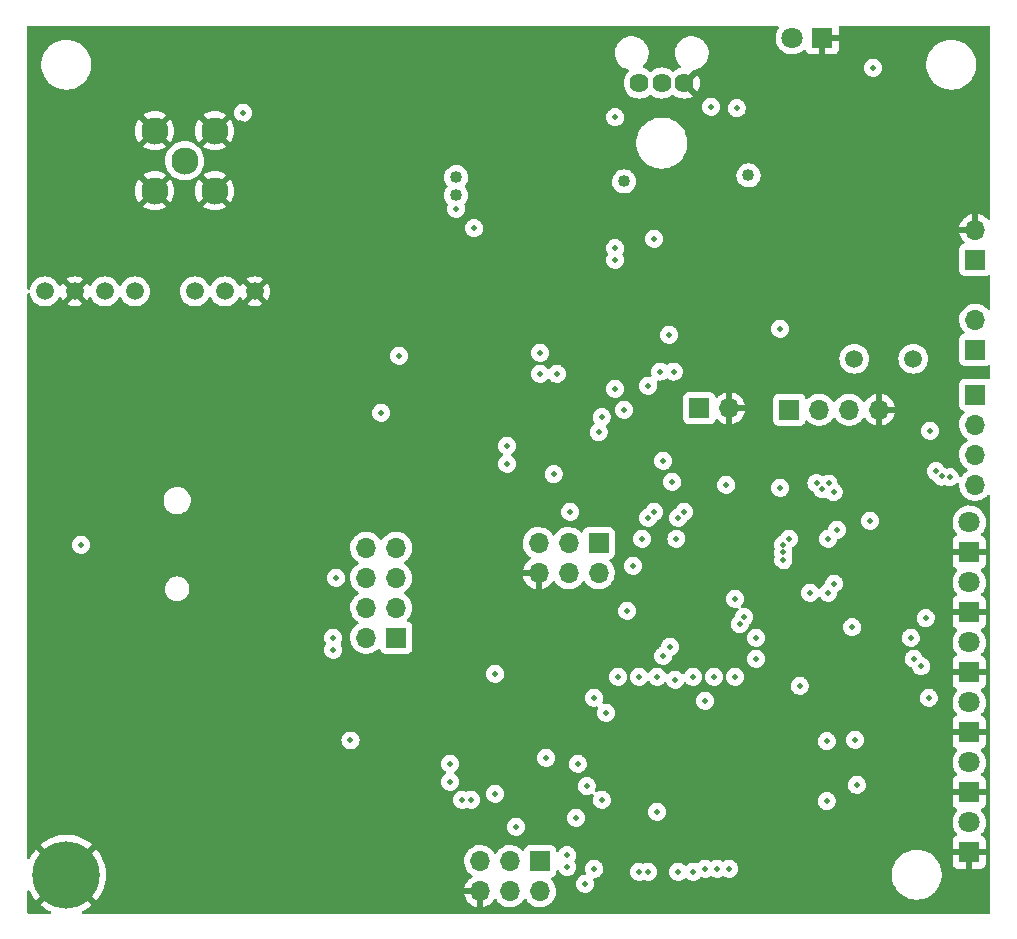
<source format=gbr>
G04 #@! TF.GenerationSoftware,KiCad,Pcbnew,(6.0.7)*
G04 #@! TF.CreationDate,2022-09-05T18:06:51-05:00*
G04 #@! TF.ProjectId,control_pcb,636f6e74-726f-46c5-9f70-63622e6b6963,3.1*
G04 #@! TF.SameCoordinates,Original*
G04 #@! TF.FileFunction,Copper,L2,Inr*
G04 #@! TF.FilePolarity,Positive*
%FSLAX46Y46*%
G04 Gerber Fmt 4.6, Leading zero omitted, Abs format (unit mm)*
G04 Created by KiCad (PCBNEW (6.0.7)) date 2022-09-05 18:06:51*
%MOMM*%
%LPD*%
G01*
G04 APERTURE LIST*
G04 #@! TA.AperFunction,ComponentPad*
%ADD10O,1.700000X1.700000*%
G04 #@! TD*
G04 #@! TA.AperFunction,ComponentPad*
%ADD11R,1.700000X1.700000*%
G04 #@! TD*
G04 #@! TA.AperFunction,ComponentPad*
%ADD12C,2.300000*%
G04 #@! TD*
G04 #@! TA.AperFunction,ComponentPad*
%ADD13C,1.500000*%
G04 #@! TD*
G04 #@! TA.AperFunction,ComponentPad*
%ADD14C,1.620000*%
G04 #@! TD*
G04 #@! TA.AperFunction,ComponentPad*
%ADD15C,5.700000*%
G04 #@! TD*
G04 #@! TA.AperFunction,ComponentPad*
%ADD16R,1.800000X1.800000*%
G04 #@! TD*
G04 #@! TA.AperFunction,ComponentPad*
%ADD17C,1.800000*%
G04 #@! TD*
G04 #@! TA.AperFunction,ComponentPad*
%ADD18C,1.509000*%
G04 #@! TD*
G04 #@! TA.AperFunction,ViaPad*
%ADD19C,0.508000*%
G04 #@! TD*
G04 #@! TA.AperFunction,ViaPad*
%ADD20C,1.016000*%
G04 #@! TD*
G04 APERTURE END LIST*
D10*
X154432000Y-135890000D03*
X154432000Y-133350000D03*
X154432000Y-130810000D03*
D11*
X154432000Y-128270000D03*
D12*
X84963000Y-105918000D03*
X90043000Y-105918000D03*
X84963000Y-110998000D03*
X90043000Y-110998000D03*
X87503000Y-108458000D03*
D13*
X144185000Y-125222000D03*
X149185000Y-125222000D03*
D10*
X133604000Y-129413000D03*
D11*
X131064000Y-129413000D03*
X138684000Y-129540000D03*
D10*
X141224000Y-129540000D03*
X143764000Y-129540000D03*
X146304000Y-129540000D03*
D14*
X129797001Y-101887001D03*
X127892001Y-101887001D03*
X125987001Y-101887001D03*
D15*
X77470000Y-168910000D03*
D11*
X122555000Y-140843000D03*
D10*
X122555000Y-143383000D03*
X120015000Y-140843000D03*
X120015000Y-143383000D03*
X117475000Y-140843000D03*
X117475000Y-143383000D03*
X112522000Y-170307000D03*
X112522000Y-167767000D03*
X115062000Y-170307000D03*
X115062000Y-167767000D03*
X117602000Y-170307000D03*
D11*
X117602000Y-167767000D03*
X154432000Y-124460000D03*
D10*
X154432000Y-121920000D03*
X154432000Y-114300000D03*
D11*
X154432000Y-116840000D03*
X105410000Y-148844000D03*
D10*
X102870000Y-148844000D03*
X105410000Y-146304000D03*
X102870000Y-146304000D03*
X105410000Y-143764000D03*
X102870000Y-143764000D03*
X105410000Y-141224000D03*
X102870000Y-141224000D03*
D16*
X153924000Y-141605000D03*
D17*
X153924000Y-139065000D03*
X153924000Y-144145000D03*
D16*
X153924000Y-146685000D03*
X141478000Y-98044000D03*
D17*
X138938000Y-98044000D03*
D16*
X153924000Y-156845000D03*
D17*
X153924000Y-154305000D03*
X153924000Y-149225000D03*
D16*
X153924000Y-151765000D03*
X153924000Y-167005000D03*
D17*
X153924000Y-164465000D03*
X153924000Y-159385000D03*
D16*
X153924000Y-161925000D03*
D18*
X93446000Y-119533200D03*
X90906000Y-119533200D03*
X88366000Y-119533200D03*
X83286000Y-119533200D03*
X80746000Y-119533200D03*
X78206000Y-119533200D03*
X75666000Y-119533200D03*
D19*
X129540000Y-111125000D03*
D20*
X110490000Y-117856000D03*
X95758000Y-111760000D03*
X99822000Y-107315000D03*
X92202000Y-105537000D03*
D19*
X128143000Y-168656000D03*
X129413000Y-157480000D03*
X136652000Y-157353000D03*
X122555000Y-169672000D03*
X138684000Y-169672000D03*
X146558000Y-139954000D03*
X137668000Y-143002000D03*
X140462000Y-164592000D03*
X127127000Y-110998000D03*
X125222000Y-133350000D03*
X125222000Y-135255000D03*
X110617000Y-136398000D03*
X113665000Y-133477000D03*
X113665000Y-131826000D03*
X118745000Y-132588000D03*
X106807000Y-131572000D03*
X106807000Y-133350000D03*
X108712000Y-158750000D03*
X108712000Y-160274000D03*
X102108000Y-160782000D03*
X102108000Y-159004000D03*
X105813868Y-163217868D03*
X120904000Y-160528000D03*
X120904000Y-162052000D03*
X113792000Y-159512000D03*
X121666000Y-102870000D03*
X126365000Y-117475000D03*
X129540000Y-122174000D03*
X124460000Y-125095000D03*
X128905000Y-124968000D03*
X148844000Y-139954000D03*
X131318000Y-144272000D03*
X140335000Y-147955000D03*
X147320000Y-147828000D03*
X100076000Y-150876000D03*
X91186000Y-148844000D03*
X91877000Y-147957000D03*
X84836000Y-149352000D03*
X78486000Y-152908000D03*
X135128000Y-134620000D03*
X133096000Y-140970000D03*
X140970000Y-126263400D03*
X75438000Y-125476000D03*
X99060000Y-125476000D03*
X100076000Y-130810000D03*
X143002000Y-145034000D03*
X138938000Y-136144000D03*
X100076000Y-153416000D03*
X98602800Y-122478800D03*
X79146400Y-109321600D03*
X78384400Y-109321600D03*
X98602800Y-121666000D03*
X110490000Y-112522000D03*
X125476000Y-142748000D03*
X124714000Y-129540000D03*
D20*
X110490000Y-111379000D03*
X110490000Y-109855000D03*
D19*
X112014000Y-114173000D03*
X134239000Y-104013000D03*
X117602000Y-124714000D03*
X118745000Y-135001000D03*
X113792000Y-151892000D03*
X113792000Y-162052000D03*
X128524000Y-123190000D03*
X128905000Y-126314199D03*
X145542000Y-138938000D03*
X144018000Y-147955000D03*
X137922000Y-136144000D03*
X145796000Y-100584000D03*
X131572000Y-154178000D03*
X129032000Y-152400000D03*
X123190000Y-155194000D03*
X109982000Y-159512000D03*
X109982000Y-161036000D03*
X130556000Y-168656000D03*
X114808000Y-132588000D03*
X114808000Y-134112000D03*
X134112000Y-145542000D03*
X92456000Y-104394000D03*
X139573000Y-152908000D03*
X150495000Y-153924000D03*
D20*
X124694599Y-110216599D03*
X135235600Y-109708600D03*
D19*
X150622000Y-131318000D03*
X142448600Y-136525000D03*
X142009750Y-135786750D03*
X152273000Y-135255000D03*
X141478000Y-136271000D03*
X151586388Y-135198676D03*
X140995400Y-135742678D03*
X151104600Y-134747000D03*
X133604000Y-168402000D03*
X134112000Y-152146000D03*
X140462000Y-145034000D03*
X137922000Y-122682000D03*
X124968000Y-146558000D03*
X132080000Y-103886000D03*
X138176000Y-140970000D03*
X129794000Y-138176000D03*
X127254000Y-138176000D03*
X127254000Y-115062000D03*
X138176000Y-141630403D03*
X129286000Y-138684000D03*
X126746000Y-138684000D03*
X123952000Y-116840000D03*
X126746000Y-127508000D03*
X123952000Y-127762000D03*
X138176000Y-142290806D03*
X129133600Y-140462000D03*
X126238000Y-140462000D03*
X123926600Y-115874801D03*
X135890000Y-148844000D03*
X148971000Y-148844000D03*
X135890000Y-150622000D03*
X149225000Y-150622000D03*
X134493000Y-147701000D03*
X149860000Y-151257000D03*
X134874000Y-147072600D03*
X150241000Y-147193000D03*
X101536500Y-157543500D03*
X105664000Y-124968000D03*
X104140000Y-129794000D03*
X100330000Y-143764000D03*
X78740000Y-140970000D03*
X120142000Y-138176000D03*
X117602000Y-126492000D03*
X125984000Y-168656000D03*
X124206000Y-152146000D03*
X126746000Y-168656000D03*
X125984000Y-152146000D03*
X129286000Y-168656000D03*
X127508000Y-163576000D03*
X127508000Y-152146000D03*
X115570000Y-164846000D03*
X131572000Y-168402000D03*
X130556000Y-152146000D03*
X119888000Y-167259000D03*
X119888000Y-168249600D03*
X132588000Y-168402000D03*
X132334000Y-152146000D03*
X110998000Y-162560000D03*
X120650000Y-164084000D03*
X111760000Y-162560000D03*
X118110000Y-159004000D03*
X122174000Y-153924000D03*
X122174000Y-168402000D03*
X121412000Y-169672000D03*
X133350000Y-135890000D03*
X141986000Y-145034000D03*
X141986000Y-140462000D03*
X138684000Y-140462000D03*
X128016000Y-150368000D03*
X128016000Y-133858000D03*
X127762000Y-126314199D03*
X142494000Y-144272000D03*
X142748000Y-139700000D03*
X128574800Y-149606000D03*
X128778000Y-135636000D03*
X118999000Y-126492000D03*
X120777000Y-159512000D03*
X123952000Y-104775000D03*
X100076000Y-148844000D03*
X100076000Y-149860000D03*
X122809000Y-130175000D03*
X121539000Y-161417000D03*
X144399000Y-161290000D03*
X144272000Y-157480000D03*
X122555000Y-131445000D03*
X122809000Y-162560000D03*
X141859000Y-162687000D03*
X141859000Y-157607000D03*
G04 #@! TA.AperFunction,Conductor*
G36*
X137755280Y-97048502D02*
G01*
X137801773Y-97102158D01*
X137811877Y-97172432D01*
X137791247Y-97225504D01*
X137709119Y-97345899D01*
X137611602Y-97555981D01*
X137549707Y-97779169D01*
X137525095Y-98009469D01*
X137525392Y-98014622D01*
X137525392Y-98014625D01*
X137530239Y-98098689D01*
X137538427Y-98240697D01*
X137539564Y-98245743D01*
X137539565Y-98245749D01*
X137554394Y-98311548D01*
X137589346Y-98466642D01*
X137591288Y-98471424D01*
X137591289Y-98471428D01*
X137643059Y-98598922D01*
X137676484Y-98681237D01*
X137797501Y-98878719D01*
X137949147Y-99053784D01*
X138127349Y-99201730D01*
X138327322Y-99318584D01*
X138543694Y-99401209D01*
X138548760Y-99402240D01*
X138548761Y-99402240D01*
X138601846Y-99413040D01*
X138770656Y-99447385D01*
X138901324Y-99452176D01*
X138996949Y-99455683D01*
X138996953Y-99455683D01*
X139002113Y-99455872D01*
X139007233Y-99455216D01*
X139007235Y-99455216D01*
X139106668Y-99442478D01*
X139231847Y-99426442D01*
X139236795Y-99424957D01*
X139236802Y-99424956D01*
X139448747Y-99361369D01*
X139453690Y-99359886D01*
X139458324Y-99357616D01*
X139657049Y-99260262D01*
X139657052Y-99260260D01*
X139661684Y-99257991D01*
X139850243Y-99123494D01*
X139853898Y-99119852D01*
X139853906Y-99119845D01*
X139895697Y-99078199D01*
X139958068Y-99044282D01*
X140028875Y-99049470D01*
X140085637Y-99092116D01*
X140102619Y-99123218D01*
X140124677Y-99182056D01*
X140133214Y-99197649D01*
X140209715Y-99299724D01*
X140222276Y-99312285D01*
X140324351Y-99388786D01*
X140339946Y-99397324D01*
X140460394Y-99442478D01*
X140475649Y-99446105D01*
X140526514Y-99451631D01*
X140533328Y-99452000D01*
X141205885Y-99452000D01*
X141221124Y-99447525D01*
X141222329Y-99446135D01*
X141224000Y-99438452D01*
X141224000Y-99433884D01*
X141732000Y-99433884D01*
X141736475Y-99449123D01*
X141737865Y-99450328D01*
X141745548Y-99451999D01*
X142422669Y-99451999D01*
X142429490Y-99451629D01*
X142480352Y-99446105D01*
X142495604Y-99442479D01*
X142616054Y-99397324D01*
X142631649Y-99388786D01*
X142733724Y-99312285D01*
X142746285Y-99299724D01*
X142822786Y-99197649D01*
X142831324Y-99182054D01*
X142876478Y-99061606D01*
X142880105Y-99046351D01*
X142885631Y-98995486D01*
X142886000Y-98988672D01*
X142886000Y-98316115D01*
X142881525Y-98300876D01*
X142880135Y-98299671D01*
X142872452Y-98298000D01*
X141750115Y-98298000D01*
X141734876Y-98302475D01*
X141733671Y-98303865D01*
X141732000Y-98311548D01*
X141732000Y-99433884D01*
X141224000Y-99433884D01*
X141224000Y-97916000D01*
X141244002Y-97847879D01*
X141297658Y-97801386D01*
X141350000Y-97790000D01*
X142867884Y-97790000D01*
X142883123Y-97785525D01*
X142884328Y-97784135D01*
X142885999Y-97776452D01*
X142885999Y-97154500D01*
X142906001Y-97086379D01*
X142959657Y-97039886D01*
X143011999Y-97028500D01*
X155575500Y-97028500D01*
X155643621Y-97048502D01*
X155690114Y-97102158D01*
X155701500Y-97154500D01*
X155701500Y-113351572D01*
X155681498Y-113419693D01*
X155627842Y-113466186D01*
X155557568Y-113476290D01*
X155492988Y-113446796D01*
X155482307Y-113436372D01*
X155364806Y-113307240D01*
X155357273Y-113300215D01*
X155190139Y-113168222D01*
X155181552Y-113162517D01*
X154995117Y-113059599D01*
X154985705Y-113055369D01*
X154784959Y-112984280D01*
X154774988Y-112981646D01*
X154703837Y-112968972D01*
X154690540Y-112970432D01*
X154686000Y-112984989D01*
X154686000Y-114428000D01*
X154665998Y-114496121D01*
X154612342Y-114542614D01*
X154560000Y-114554000D01*
X153115225Y-114554000D01*
X153101694Y-114557973D01*
X153100257Y-114567966D01*
X153130565Y-114702446D01*
X153133645Y-114712275D01*
X153213770Y-114909603D01*
X153218413Y-114918794D01*
X153329694Y-115100388D01*
X153335777Y-115108699D01*
X153475213Y-115269667D01*
X153482577Y-115276879D01*
X153487522Y-115280985D01*
X153527156Y-115339889D01*
X153528653Y-115410870D01*
X153491537Y-115471392D01*
X153451264Y-115495910D01*
X153343705Y-115536232D01*
X153343704Y-115536233D01*
X153335295Y-115539385D01*
X153218739Y-115626739D01*
X153131385Y-115743295D01*
X153080255Y-115879684D01*
X153073500Y-115941866D01*
X153073500Y-117738134D01*
X153080255Y-117800316D01*
X153131385Y-117936705D01*
X153218739Y-118053261D01*
X153335295Y-118140615D01*
X153471684Y-118191745D01*
X153533866Y-118198500D01*
X155330134Y-118198500D01*
X155392316Y-118191745D01*
X155528705Y-118140615D01*
X155529764Y-118143440D01*
X155584360Y-118131505D01*
X155650906Y-118156248D01*
X155693511Y-118213040D01*
X155701500Y-118257193D01*
X155701500Y-120970828D01*
X155681498Y-121038949D01*
X155627842Y-121085442D01*
X155557568Y-121095546D01*
X155492988Y-121066052D01*
X155482307Y-121055628D01*
X155365152Y-120926876D01*
X155365142Y-120926867D01*
X155361670Y-120923051D01*
X155357619Y-120919852D01*
X155357615Y-120919848D01*
X155190414Y-120787800D01*
X155190410Y-120787798D01*
X155186359Y-120784598D01*
X155181224Y-120781763D01*
X155134136Y-120755769D01*
X154990789Y-120676638D01*
X154985920Y-120674914D01*
X154985916Y-120674912D01*
X154785087Y-120603795D01*
X154785083Y-120603794D01*
X154780212Y-120602069D01*
X154775119Y-120601162D01*
X154775116Y-120601161D01*
X154565373Y-120563800D01*
X154565367Y-120563799D01*
X154560284Y-120562894D01*
X154486452Y-120561992D01*
X154342081Y-120560228D01*
X154342079Y-120560228D01*
X154336911Y-120560165D01*
X154116091Y-120593955D01*
X153903756Y-120663357D01*
X153705607Y-120766507D01*
X153701474Y-120769610D01*
X153701471Y-120769612D01*
X153531100Y-120897530D01*
X153526965Y-120900635D01*
X153372629Y-121062138D01*
X153369715Y-121066410D01*
X153369714Y-121066411D01*
X153284556Y-121191249D01*
X153246743Y-121246680D01*
X153152688Y-121449305D01*
X153092989Y-121664570D01*
X153069251Y-121886695D01*
X153069548Y-121891848D01*
X153069548Y-121891851D01*
X153080627Y-122083994D01*
X153082110Y-122109715D01*
X153083247Y-122114761D01*
X153083248Y-122114767D01*
X153101787Y-122197028D01*
X153131222Y-122327639D01*
X153177080Y-122440575D01*
X153201848Y-122501570D01*
X153215266Y-122534616D01*
X153217965Y-122539020D01*
X153321748Y-122708379D01*
X153331987Y-122725088D01*
X153478250Y-122893938D01*
X153482230Y-122897242D01*
X153486981Y-122901187D01*
X153526616Y-122960090D01*
X153528113Y-123031071D01*
X153490997Y-123091593D01*
X153450724Y-123116112D01*
X153335295Y-123159385D01*
X153218739Y-123246739D01*
X153131385Y-123363295D01*
X153080255Y-123499684D01*
X153073500Y-123561866D01*
X153073500Y-125358134D01*
X153080255Y-125420316D01*
X153131385Y-125556705D01*
X153218739Y-125673261D01*
X153335295Y-125760615D01*
X153471684Y-125811745D01*
X153533866Y-125818500D01*
X155330134Y-125818500D01*
X155392316Y-125811745D01*
X155528705Y-125760615D01*
X155529764Y-125763440D01*
X155584360Y-125751505D01*
X155650906Y-125776248D01*
X155693511Y-125833040D01*
X155701500Y-125877193D01*
X155701500Y-126852807D01*
X155681498Y-126920928D01*
X155627842Y-126967421D01*
X155557568Y-126977525D01*
X155529199Y-126968067D01*
X155528705Y-126969385D01*
X155392316Y-126918255D01*
X155330134Y-126911500D01*
X153533866Y-126911500D01*
X153471684Y-126918255D01*
X153335295Y-126969385D01*
X153218739Y-127056739D01*
X153131385Y-127173295D01*
X153080255Y-127309684D01*
X153073500Y-127371866D01*
X153073500Y-129168134D01*
X153080255Y-129230316D01*
X153131385Y-129366705D01*
X153218739Y-129483261D01*
X153335295Y-129570615D01*
X153343704Y-129573767D01*
X153343705Y-129573768D01*
X153452451Y-129614535D01*
X153509216Y-129657176D01*
X153533916Y-129723738D01*
X153518709Y-129793087D01*
X153499316Y-129819568D01*
X153372629Y-129952138D01*
X153369715Y-129956410D01*
X153369714Y-129956411D01*
X153348202Y-129987947D01*
X153246743Y-130136680D01*
X153217647Y-130199362D01*
X153154902Y-130334536D01*
X153152688Y-130339305D01*
X153092989Y-130554570D01*
X153069251Y-130776695D01*
X153069548Y-130781848D01*
X153069548Y-130781851D01*
X153079537Y-130955096D01*
X153082110Y-130999715D01*
X153083247Y-131004761D01*
X153083248Y-131004767D01*
X153104236Y-131097893D01*
X153131222Y-131217639D01*
X153215266Y-131424616D01*
X153227757Y-131445000D01*
X153325521Y-131604536D01*
X153331987Y-131615088D01*
X153478250Y-131783938D01*
X153650126Y-131926632D01*
X153660690Y-131932805D01*
X153723445Y-131969476D01*
X153772169Y-132021114D01*
X153785240Y-132090897D01*
X153758509Y-132156669D01*
X153718055Y-132190027D01*
X153705607Y-132196507D01*
X153701474Y-132199610D01*
X153701471Y-132199612D01*
X153629771Y-132253446D01*
X153526965Y-132330635D01*
X153461346Y-132399301D01*
X153436790Y-132424998D01*
X153372629Y-132492138D01*
X153369715Y-132496410D01*
X153369714Y-132496411D01*
X153319316Y-132570292D01*
X153246743Y-132676680D01*
X153152688Y-132879305D01*
X153092989Y-133094570D01*
X153069251Y-133316695D01*
X153069548Y-133321848D01*
X153069548Y-133321851D01*
X153080627Y-133513994D01*
X153082110Y-133539715D01*
X153083247Y-133544761D01*
X153083248Y-133544767D01*
X153101787Y-133627028D01*
X153131222Y-133757639D01*
X153180674Y-133879425D01*
X153201848Y-133931570D01*
X153215266Y-133964616D01*
X153243400Y-134010527D01*
X153328253Y-134148994D01*
X153331987Y-134155088D01*
X153478250Y-134323938D01*
X153579494Y-134407992D01*
X153629421Y-134449442D01*
X153650126Y-134466632D01*
X153687429Y-134488430D01*
X153723445Y-134509476D01*
X153772169Y-134561114D01*
X153785240Y-134630897D01*
X153758509Y-134696669D01*
X153718055Y-134730027D01*
X153705607Y-134736507D01*
X153701474Y-134739610D01*
X153701471Y-134739612D01*
X153536264Y-134863653D01*
X153526965Y-134870635D01*
X153499355Y-134899527D01*
X153405263Y-134997989D01*
X153372629Y-135032138D01*
X153369715Y-135036410D01*
X153369714Y-135036411D01*
X153257218Y-135201324D01*
X153202307Y-135246327D01*
X153131782Y-135254498D01*
X153068035Y-135223244D01*
X153031305Y-135162487D01*
X153027915Y-135144365D01*
X153022041Y-135091998D01*
X153021256Y-135085000D01*
X153015635Y-135068856D01*
X152967314Y-134930097D01*
X152967313Y-134930095D01*
X152964999Y-134923450D01*
X152900713Y-134820570D01*
X152878081Y-134784352D01*
X152874348Y-134778378D01*
X152832769Y-134736507D01*
X152758772Y-134661992D01*
X152753809Y-134656994D01*
X152679211Y-134609653D01*
X152615316Y-134569104D01*
X152615313Y-134569102D01*
X152609373Y-134565333D01*
X152597525Y-134561114D01*
X152454854Y-134510311D01*
X152454849Y-134510310D01*
X152448219Y-134507949D01*
X152441231Y-134507116D01*
X152441228Y-134507115D01*
X152307222Y-134491136D01*
X152278357Y-134487694D01*
X152271354Y-134488430D01*
X152271353Y-134488430D01*
X152226958Y-134493096D01*
X152108228Y-134505575D01*
X152098141Y-134509009D01*
X152041142Y-134528413D01*
X151970209Y-134531431D01*
X151933025Y-134515522D01*
X151928716Y-134512788D01*
X151928715Y-134512788D01*
X151922761Y-134509009D01*
X151872568Y-134491136D01*
X151815104Y-134449442D01*
X151801203Y-134426878D01*
X151798917Y-134422107D01*
X151796599Y-134415450D01*
X151783303Y-134394171D01*
X151709681Y-134276352D01*
X151705948Y-134270378D01*
X151692759Y-134257096D01*
X151595335Y-134158990D01*
X151585409Y-134148994D01*
X151499212Y-134094292D01*
X151446916Y-134061104D01*
X151446913Y-134061102D01*
X151440973Y-134057333D01*
X151434340Y-134054971D01*
X151286454Y-134002311D01*
X151286449Y-134002310D01*
X151279819Y-133999949D01*
X151272831Y-133999116D01*
X151272828Y-133999115D01*
X151157255Y-133985334D01*
X151109957Y-133979694D01*
X151102954Y-133980430D01*
X151102953Y-133980430D01*
X151058558Y-133985096D01*
X150939828Y-133997575D01*
X150929671Y-134001033D01*
X150784556Y-134050434D01*
X150784553Y-134050435D01*
X150777889Y-134052704D01*
X150632188Y-134142340D01*
X150627157Y-134147267D01*
X150627154Y-134147269D01*
X150588058Y-134185555D01*
X150509966Y-134262028D01*
X150506147Y-134267953D01*
X150506146Y-134267955D01*
X150478795Y-134310395D01*
X150417298Y-134405820D01*
X150414887Y-134412443D01*
X150414886Y-134412446D01*
X150361200Y-134559947D01*
X150361199Y-134559952D01*
X150358790Y-134566570D01*
X150337350Y-134736286D01*
X150354043Y-134906536D01*
X150408040Y-135068856D01*
X150411687Y-135074878D01*
X150411688Y-135074880D01*
X150493006Y-135209154D01*
X150493009Y-135209157D01*
X150496656Y-135215180D01*
X150615489Y-135338234D01*
X150636133Y-135351743D01*
X150722682Y-135408379D01*
X150758630Y-135431903D01*
X150765234Y-135434359D01*
X150765236Y-135434360D01*
X150819969Y-135454715D01*
X150876846Y-135497207D01*
X150888642Y-135516968D01*
X150889828Y-135520532D01*
X150905248Y-135545994D01*
X150974794Y-135660830D01*
X150974797Y-135660833D01*
X150978444Y-135666856D01*
X151097277Y-135789910D01*
X151160465Y-135831259D01*
X151233858Y-135879286D01*
X151240418Y-135883579D01*
X151247022Y-135886035D01*
X151247024Y-135886036D01*
X151394145Y-135940750D01*
X151394147Y-135940750D01*
X151400755Y-135943208D01*
X151479842Y-135953761D01*
X151563337Y-135964902D01*
X151563341Y-135964902D01*
X151570318Y-135965833D01*
X151577329Y-135965195D01*
X151577333Y-135965195D01*
X151733661Y-135950968D01*
X151733663Y-135950968D01*
X151740680Y-135950329D01*
X151747382Y-135948151D01*
X151747384Y-135948151D01*
X151818433Y-135925066D01*
X151889401Y-135923039D01*
X151914234Y-135934074D01*
X151914843Y-135932868D01*
X151921139Y-135936048D01*
X151927030Y-135939903D01*
X151933634Y-135942359D01*
X152080757Y-135997074D01*
X152080759Y-135997074D01*
X152087367Y-135999532D01*
X152166454Y-136010085D01*
X152249949Y-136021226D01*
X152249953Y-136021226D01*
X152256930Y-136022157D01*
X152263941Y-136021519D01*
X152263945Y-136021519D01*
X152420273Y-136007292D01*
X152420275Y-136007292D01*
X152427292Y-136006653D01*
X152433990Y-136004477D01*
X152433993Y-136004476D01*
X152583289Y-135955966D01*
X152583291Y-135955965D01*
X152589985Y-135953790D01*
X152696994Y-135890000D01*
X152730872Y-135869805D01*
X152730874Y-135869804D01*
X152736924Y-135866197D01*
X152857106Y-135751749D01*
X152920230Y-135719258D01*
X152990901Y-135726051D01*
X153046680Y-135769974D01*
X153069858Y-135837080D01*
X153069583Y-135846374D01*
X153069926Y-135846382D01*
X153069799Y-135851564D01*
X153069251Y-135856695D01*
X153069548Y-135861848D01*
X153069548Y-135861851D01*
X153078791Y-136022157D01*
X153082110Y-136079715D01*
X153083247Y-136084761D01*
X153083248Y-136084767D01*
X153100533Y-136161464D01*
X153131222Y-136297639D01*
X153168032Y-136388292D01*
X153205772Y-136481234D01*
X153215266Y-136504616D01*
X153331987Y-136695088D01*
X153478250Y-136863938D01*
X153650126Y-137006632D01*
X153843000Y-137119338D01*
X153847825Y-137121180D01*
X153847826Y-137121181D01*
X153918105Y-137148018D01*
X154051692Y-137199030D01*
X154056760Y-137200061D01*
X154056763Y-137200062D01*
X154164017Y-137221883D01*
X154270597Y-137243567D01*
X154275772Y-137243757D01*
X154275774Y-137243757D01*
X154488673Y-137251564D01*
X154488677Y-137251564D01*
X154493837Y-137251753D01*
X154498957Y-137251097D01*
X154498959Y-137251097D01*
X154710288Y-137224025D01*
X154710289Y-137224025D01*
X154715416Y-137223368D01*
X154726029Y-137220184D01*
X154924429Y-137160661D01*
X154924434Y-137160659D01*
X154929384Y-137159174D01*
X155129994Y-137060896D01*
X155311860Y-136931173D01*
X155322849Y-136920223D01*
X155414488Y-136828903D01*
X155470096Y-136773489D01*
X155473112Y-136769291D01*
X155473116Y-136769287D01*
X155473175Y-136769205D01*
X155473207Y-136769180D01*
X155476465Y-136765352D01*
X155477255Y-136766024D01*
X155529168Y-136725555D01*
X155599871Y-136719106D01*
X155662836Y-136751907D01*
X155698073Y-136813542D01*
X155701500Y-136842727D01*
X155701500Y-172085500D01*
X155681498Y-172153621D01*
X155627842Y-172200114D01*
X155575500Y-172211500D01*
X78903417Y-172211500D01*
X78835296Y-172191498D01*
X78788803Y-172137842D01*
X78778699Y-172067568D01*
X78808193Y-172002988D01*
X78851166Y-171970845D01*
X79024921Y-171891660D01*
X79030975Y-171888495D01*
X79337839Y-171706293D01*
X79343520Y-171702490D01*
X79628918Y-171488207D01*
X79634145Y-171483821D01*
X79646988Y-171471803D01*
X79655057Y-171458123D01*
X79655029Y-171457398D01*
X79649887Y-171449097D01*
X77482812Y-169282022D01*
X77468868Y-169274408D01*
X77467035Y-169274539D01*
X77460420Y-169278790D01*
X75291409Y-171447801D01*
X75283795Y-171461745D01*
X75283871Y-171462815D01*
X75287055Y-171467648D01*
X75567342Y-171682720D01*
X75572972Y-171686575D01*
X75877929Y-171871992D01*
X75883931Y-171875210D01*
X76089271Y-171971398D01*
X76142474Y-172018408D01*
X76161816Y-172086719D01*
X76141156Y-172154643D01*
X76087053Y-172200615D01*
X76035822Y-172211500D01*
X74294500Y-172211500D01*
X74226379Y-172191498D01*
X74179886Y-172137842D01*
X74168500Y-172085500D01*
X74168500Y-170354661D01*
X74188502Y-170286540D01*
X74242158Y-170240047D01*
X74312432Y-170229943D01*
X74377012Y-170259437D01*
X74408636Y-170304108D01*
X74409632Y-170303652D01*
X74413884Y-170312939D01*
X74579792Y-170628949D01*
X74583275Y-170634791D01*
X74782340Y-170931031D01*
X74786442Y-170936475D01*
X74910942Y-171084322D01*
X74923680Y-171092764D01*
X74934124Y-171086666D01*
X77097978Y-168922812D01*
X77104356Y-168911132D01*
X77834408Y-168911132D01*
X77834539Y-168912965D01*
X77838790Y-168919580D01*
X80004463Y-171085253D01*
X80018060Y-171092678D01*
X80027669Y-171085981D01*
X80132197Y-170964457D01*
X80136346Y-170959069D01*
X80338503Y-170664929D01*
X80342050Y-170659118D01*
X80387361Y-170574966D01*
X111190257Y-170574966D01*
X111220565Y-170709446D01*
X111223645Y-170719275D01*
X111303770Y-170916603D01*
X111308413Y-170925794D01*
X111419694Y-171107388D01*
X111425777Y-171115699D01*
X111565213Y-171276667D01*
X111572580Y-171283883D01*
X111736434Y-171419916D01*
X111744881Y-171425831D01*
X111928756Y-171533279D01*
X111938042Y-171537729D01*
X112137001Y-171613703D01*
X112146899Y-171616579D01*
X112250250Y-171637606D01*
X112264299Y-171636410D01*
X112268000Y-171626065D01*
X112268000Y-170579115D01*
X112263525Y-170563876D01*
X112262135Y-170562671D01*
X112254452Y-170561000D01*
X111205225Y-170561000D01*
X111191694Y-170564973D01*
X111190257Y-170574966D01*
X80387361Y-170574966D01*
X80511250Y-170344879D01*
X80514157Y-170338701D01*
X80648435Y-170008016D01*
X80650649Y-170001586D01*
X80748427Y-169658331D01*
X80749934Y-169651701D01*
X80810073Y-169299873D01*
X80810853Y-169293133D01*
X80832740Y-168935275D01*
X80832856Y-168931673D01*
X80832926Y-168911820D01*
X80832834Y-168908193D01*
X80813446Y-168550208D01*
X80812711Y-168543442D01*
X80755034Y-168191233D01*
X80753567Y-168184561D01*
X80658194Y-167840655D01*
X80656020Y-167834192D01*
X80616027Y-167733695D01*
X111159251Y-167733695D01*
X111159548Y-167738848D01*
X111159548Y-167738851D01*
X111169219Y-167906575D01*
X111172110Y-167956715D01*
X111173247Y-167961761D01*
X111173248Y-167961767D01*
X111195571Y-168060820D01*
X111221222Y-168174639D01*
X111278143Y-168314820D01*
X111284753Y-168331097D01*
X111305266Y-168381616D01*
X111342685Y-168442678D01*
X111419291Y-168567688D01*
X111421987Y-168572088D01*
X111568250Y-168740938D01*
X111740126Y-168883632D01*
X111787187Y-168911132D01*
X111813955Y-168926774D01*
X111862679Y-168978412D01*
X111875750Y-169048195D01*
X111849019Y-169113967D01*
X111808562Y-169147327D01*
X111800457Y-169151546D01*
X111791738Y-169157036D01*
X111621433Y-169284905D01*
X111613726Y-169291748D01*
X111466590Y-169445717D01*
X111460104Y-169453727D01*
X111340098Y-169629649D01*
X111335000Y-169638623D01*
X111245338Y-169831783D01*
X111241775Y-169841470D01*
X111186389Y-170041183D01*
X111187912Y-170049607D01*
X111200292Y-170053000D01*
X112650000Y-170053000D01*
X112718121Y-170073002D01*
X112764614Y-170126658D01*
X112776000Y-170179000D01*
X112776000Y-171625517D01*
X112780064Y-171639359D01*
X112793478Y-171641393D01*
X112800184Y-171640534D01*
X112810262Y-171638392D01*
X113014255Y-171577191D01*
X113023842Y-171573433D01*
X113215095Y-171479739D01*
X113223945Y-171474464D01*
X113397328Y-171350792D01*
X113405200Y-171344139D01*
X113556052Y-171193812D01*
X113562730Y-171185965D01*
X113690022Y-171008819D01*
X113691279Y-171009722D01*
X113738373Y-170966362D01*
X113808311Y-170954145D01*
X113873751Y-170981678D01*
X113901579Y-171013511D01*
X113961987Y-171112088D01*
X114108250Y-171280938D01*
X114280126Y-171423632D01*
X114473000Y-171536338D01*
X114681692Y-171616030D01*
X114686760Y-171617061D01*
X114686763Y-171617062D01*
X114781862Y-171636410D01*
X114900597Y-171660567D01*
X114905772Y-171660757D01*
X114905774Y-171660757D01*
X115118673Y-171668564D01*
X115118677Y-171668564D01*
X115123837Y-171668753D01*
X115128957Y-171668097D01*
X115128959Y-171668097D01*
X115340288Y-171641025D01*
X115340289Y-171641025D01*
X115345416Y-171640368D01*
X115350366Y-171638883D01*
X115554429Y-171577661D01*
X115554434Y-171577659D01*
X115559384Y-171576174D01*
X115759994Y-171477896D01*
X115941860Y-171348173D01*
X116100096Y-171190489D01*
X116230453Y-171009077D01*
X116231776Y-171010028D01*
X116278645Y-170966857D01*
X116348580Y-170954625D01*
X116414026Y-170982144D01*
X116441875Y-171013994D01*
X116501987Y-171112088D01*
X116648250Y-171280938D01*
X116820126Y-171423632D01*
X117013000Y-171536338D01*
X117221692Y-171616030D01*
X117226760Y-171617061D01*
X117226763Y-171617062D01*
X117321862Y-171636410D01*
X117440597Y-171660567D01*
X117445772Y-171660757D01*
X117445774Y-171660757D01*
X117658673Y-171668564D01*
X117658677Y-171668564D01*
X117663837Y-171668753D01*
X117668957Y-171668097D01*
X117668959Y-171668097D01*
X117880288Y-171641025D01*
X117880289Y-171641025D01*
X117885416Y-171640368D01*
X117890366Y-171638883D01*
X118094429Y-171577661D01*
X118094434Y-171577659D01*
X118099384Y-171576174D01*
X118299994Y-171477896D01*
X118481860Y-171348173D01*
X118640096Y-171190489D01*
X118770453Y-171009077D01*
X118773455Y-171003004D01*
X118867136Y-170813453D01*
X118867137Y-170813451D01*
X118869430Y-170808811D01*
X118914910Y-170659118D01*
X118932865Y-170600023D01*
X118932865Y-170600021D01*
X118934370Y-170595069D01*
X118963529Y-170373590D01*
X118963941Y-170356740D01*
X118965074Y-170310365D01*
X118965074Y-170310361D01*
X118965156Y-170307000D01*
X118946852Y-170084361D01*
X118892431Y-169867702D01*
X118803354Y-169662840D01*
X118802349Y-169661286D01*
X120644750Y-169661286D01*
X120661443Y-169831536D01*
X120715440Y-169993856D01*
X120719087Y-169999878D01*
X120719088Y-169999880D01*
X120800406Y-170134154D01*
X120800409Y-170134157D01*
X120804056Y-170140180D01*
X120922889Y-170263234D01*
X121066030Y-170356903D01*
X121072634Y-170359359D01*
X121072636Y-170359360D01*
X121219757Y-170414074D01*
X121219759Y-170414074D01*
X121226367Y-170416532D01*
X121305454Y-170427085D01*
X121388949Y-170438226D01*
X121388953Y-170438226D01*
X121395930Y-170439157D01*
X121402941Y-170438519D01*
X121402945Y-170438519D01*
X121559273Y-170424292D01*
X121559275Y-170424292D01*
X121566292Y-170423653D01*
X121572990Y-170421477D01*
X121572993Y-170421476D01*
X121722289Y-170372966D01*
X121722291Y-170372965D01*
X121728985Y-170370790D01*
X121772451Y-170344879D01*
X121869872Y-170286805D01*
X121869874Y-170286804D01*
X121875924Y-170283197D01*
X121999805Y-170165227D01*
X122013079Y-170145249D01*
X122075318Y-170051570D01*
X122094471Y-170022743D01*
X122143832Y-169892799D01*
X122152718Y-169869408D01*
X122152719Y-169869406D01*
X122155218Y-169862826D01*
X122156198Y-169855854D01*
X122178475Y-169697347D01*
X122178475Y-169697344D01*
X122179026Y-169693425D01*
X122179325Y-169672000D01*
X122160256Y-169502000D01*
X122150951Y-169475277D01*
X122106315Y-169347101D01*
X122103999Y-169340450D01*
X122104414Y-169340305D01*
X122093714Y-169274512D01*
X122122013Y-169209399D01*
X122181021Y-169169921D01*
X122207322Y-169164662D01*
X122321272Y-169154292D01*
X122321273Y-169154292D01*
X122328292Y-169153653D01*
X122334990Y-169151477D01*
X122334993Y-169151476D01*
X122484289Y-169102966D01*
X122484291Y-169102965D01*
X122490985Y-169100790D01*
X122544253Y-169069036D01*
X122631872Y-169016805D01*
X122631874Y-169016804D01*
X122637924Y-169013197D01*
X122761805Y-168895227D01*
X122788335Y-168855297D01*
X122819643Y-168808173D01*
X122856471Y-168752743D01*
X122897290Y-168645286D01*
X125216750Y-168645286D01*
X125233443Y-168815536D01*
X125287440Y-168977856D01*
X125291087Y-168983878D01*
X125291088Y-168983880D01*
X125372406Y-169118154D01*
X125372409Y-169118157D01*
X125376056Y-169124180D01*
X125494889Y-169247234D01*
X125543112Y-169278790D01*
X125622622Y-169330820D01*
X125638030Y-169340903D01*
X125644634Y-169343359D01*
X125644636Y-169343360D01*
X125791757Y-169398074D01*
X125791759Y-169398074D01*
X125798367Y-169400532D01*
X125877454Y-169411085D01*
X125960949Y-169422226D01*
X125960953Y-169422226D01*
X125967930Y-169423157D01*
X125974941Y-169422519D01*
X125974945Y-169422519D01*
X126131273Y-169408292D01*
X126131275Y-169408292D01*
X126138292Y-169407653D01*
X126144990Y-169405477D01*
X126144993Y-169405476D01*
X126294289Y-169356966D01*
X126294291Y-169356965D01*
X126300985Y-169354790D01*
X126307031Y-169351186D01*
X126313452Y-169348273D01*
X126314725Y-169351078D01*
X126370231Y-169336765D01*
X126409965Y-169344598D01*
X126422894Y-169349406D01*
X126553757Y-169398074D01*
X126553759Y-169398074D01*
X126560367Y-169400532D01*
X126639454Y-169411085D01*
X126722949Y-169422226D01*
X126722953Y-169422226D01*
X126729930Y-169423157D01*
X126736941Y-169422519D01*
X126736945Y-169422519D01*
X126893273Y-169408292D01*
X126893275Y-169408292D01*
X126900292Y-169407653D01*
X126906990Y-169405477D01*
X126906993Y-169405476D01*
X127056289Y-169356966D01*
X127056291Y-169356965D01*
X127062985Y-169354790D01*
X127127103Y-169316568D01*
X127203872Y-169270805D01*
X127203874Y-169270804D01*
X127209924Y-169267197D01*
X127333805Y-169149227D01*
X127347079Y-169129249D01*
X127388028Y-169067615D01*
X127428471Y-169006743D01*
X127480347Y-168870180D01*
X127486718Y-168853408D01*
X127486719Y-168853406D01*
X127489218Y-168846826D01*
X127494601Y-168808527D01*
X127512475Y-168681347D01*
X127512475Y-168681344D01*
X127513026Y-168677425D01*
X127513325Y-168656000D01*
X127512123Y-168645286D01*
X128518750Y-168645286D01*
X128535443Y-168815536D01*
X128589440Y-168977856D01*
X128593087Y-168983878D01*
X128593088Y-168983880D01*
X128674406Y-169118154D01*
X128674409Y-169118157D01*
X128678056Y-169124180D01*
X128796889Y-169247234D01*
X128845112Y-169278790D01*
X128924622Y-169330820D01*
X128940030Y-169340903D01*
X128946634Y-169343359D01*
X128946636Y-169343360D01*
X129093757Y-169398074D01*
X129093759Y-169398074D01*
X129100367Y-169400532D01*
X129179454Y-169411085D01*
X129262949Y-169422226D01*
X129262953Y-169422226D01*
X129269930Y-169423157D01*
X129276941Y-169422519D01*
X129276945Y-169422519D01*
X129433273Y-169408292D01*
X129433275Y-169408292D01*
X129440292Y-169407653D01*
X129446990Y-169405477D01*
X129446993Y-169405476D01*
X129596289Y-169356966D01*
X129596291Y-169356965D01*
X129602985Y-169354790D01*
X129667103Y-169316568D01*
X129743872Y-169270805D01*
X129743874Y-169270804D01*
X129749924Y-169267197D01*
X129834476Y-169186680D01*
X129897600Y-169154188D01*
X129968271Y-169160981D01*
X130012002Y-169190397D01*
X130066889Y-169247234D01*
X130115112Y-169278790D01*
X130194622Y-169330820D01*
X130210030Y-169340903D01*
X130216634Y-169343359D01*
X130216636Y-169343360D01*
X130363757Y-169398074D01*
X130363759Y-169398074D01*
X130370367Y-169400532D01*
X130449454Y-169411085D01*
X130532949Y-169422226D01*
X130532953Y-169422226D01*
X130539930Y-169423157D01*
X130546941Y-169422519D01*
X130546945Y-169422519D01*
X130703273Y-169408292D01*
X130703275Y-169408292D01*
X130710292Y-169407653D01*
X130716990Y-169405477D01*
X130716993Y-169405476D01*
X130866289Y-169356966D01*
X130866291Y-169356965D01*
X130872985Y-169354790D01*
X130937103Y-169316568D01*
X131013872Y-169270805D01*
X131013874Y-169270804D01*
X131019924Y-169267197D01*
X131104110Y-169187028D01*
X131138705Y-169154084D01*
X131138706Y-169154082D01*
X131143805Y-169149227D01*
X131146200Y-169145622D01*
X131204416Y-169106891D01*
X131275404Y-169105765D01*
X131285734Y-169109107D01*
X131386367Y-169146532D01*
X131461912Y-169156612D01*
X131548949Y-169168226D01*
X131548953Y-169168226D01*
X131555930Y-169169157D01*
X131562941Y-169168519D01*
X131562945Y-169168519D01*
X131719273Y-169154292D01*
X131719275Y-169154292D01*
X131726292Y-169153653D01*
X131732990Y-169151477D01*
X131732993Y-169151476D01*
X131882289Y-169102966D01*
X131882291Y-169102965D01*
X131888985Y-169100790D01*
X132017210Y-169024353D01*
X132085963Y-169006653D01*
X132150716Y-169027149D01*
X132242030Y-169086903D01*
X132248634Y-169089359D01*
X132248636Y-169089360D01*
X132395757Y-169144074D01*
X132395759Y-169144074D01*
X132402367Y-169146532D01*
X132477912Y-169156612D01*
X132564949Y-169168226D01*
X132564953Y-169168226D01*
X132571930Y-169169157D01*
X132578941Y-169168519D01*
X132578945Y-169168519D01*
X132735273Y-169154292D01*
X132735275Y-169154292D01*
X132742292Y-169153653D01*
X132748990Y-169151477D01*
X132748993Y-169151476D01*
X132898289Y-169102966D01*
X132898291Y-169102965D01*
X132904985Y-169100790D01*
X133033210Y-169024353D01*
X133101963Y-169006653D01*
X133166716Y-169027149D01*
X133258030Y-169086903D01*
X133264634Y-169089359D01*
X133264636Y-169089360D01*
X133411757Y-169144074D01*
X133411759Y-169144074D01*
X133418367Y-169146532D01*
X133493912Y-169156612D01*
X133580949Y-169168226D01*
X133580953Y-169168226D01*
X133587930Y-169169157D01*
X133594941Y-169168519D01*
X133594945Y-169168519D01*
X133751273Y-169154292D01*
X133751275Y-169154292D01*
X133758292Y-169153653D01*
X133764990Y-169151477D01*
X133764993Y-169151476D01*
X133914289Y-169102966D01*
X133914291Y-169102965D01*
X133920985Y-169100790D01*
X133974253Y-169069036D01*
X134018427Y-169042703D01*
X147369743Y-169042703D01*
X147370302Y-169046947D01*
X147370302Y-169046951D01*
X147383753Y-169149120D01*
X147407268Y-169327734D01*
X147408401Y-169331874D01*
X147408401Y-169331876D01*
X147409815Y-169337045D01*
X147483129Y-169605036D01*
X147484813Y-169608984D01*
X147593087Y-169862826D01*
X147595923Y-169869476D01*
X147607693Y-169889142D01*
X147698688Y-170041183D01*
X147743561Y-170116161D01*
X147923313Y-170340528D01*
X148131851Y-170538423D01*
X148365317Y-170706186D01*
X148369112Y-170708195D01*
X148369113Y-170708196D01*
X148390038Y-170719275D01*
X148619392Y-170840712D01*
X148643699Y-170849607D01*
X148881077Y-170936475D01*
X148889373Y-170939511D01*
X149170264Y-171000755D01*
X149198841Y-171003004D01*
X149393282Y-171018307D01*
X149393291Y-171018307D01*
X149395739Y-171018500D01*
X149551271Y-171018500D01*
X149553407Y-171018354D01*
X149553418Y-171018354D01*
X149761548Y-171004165D01*
X149761554Y-171004164D01*
X149765825Y-171003873D01*
X149770020Y-171003004D01*
X149770022Y-171003004D01*
X149906583Y-170974724D01*
X150047342Y-170945574D01*
X150318343Y-170849607D01*
X150573812Y-170717750D01*
X150577313Y-170715289D01*
X150577317Y-170715287D01*
X150700163Y-170628949D01*
X150809023Y-170552441D01*
X150930931Y-170439157D01*
X151016479Y-170359661D01*
X151016481Y-170359658D01*
X151019622Y-170356740D01*
X151201713Y-170134268D01*
X151351927Y-169889142D01*
X151361339Y-169867702D01*
X151465757Y-169629830D01*
X151467483Y-169625898D01*
X151472848Y-169607066D01*
X151516620Y-169453403D01*
X151546244Y-169349406D01*
X151579794Y-169113669D01*
X151586146Y-169069036D01*
X151586146Y-169069034D01*
X151586751Y-169064784D01*
X151586840Y-169047897D01*
X151588235Y-168781583D01*
X151588235Y-168781576D01*
X151588257Y-168777297D01*
X151585798Y-168758614D01*
X151569957Y-168638292D01*
X151550732Y-168492266D01*
X151474871Y-168214964D01*
X151407917Y-168057994D01*
X151363763Y-167954476D01*
X151363761Y-167954472D01*
X151362077Y-167950524D01*
X151361565Y-167949669D01*
X152516001Y-167949669D01*
X152516371Y-167956490D01*
X152521895Y-168007352D01*
X152525521Y-168022604D01*
X152570676Y-168143054D01*
X152579214Y-168158649D01*
X152655715Y-168260724D01*
X152668276Y-168273285D01*
X152770351Y-168349786D01*
X152785946Y-168358324D01*
X152906394Y-168403478D01*
X152921649Y-168407105D01*
X152972514Y-168412631D01*
X152979328Y-168413000D01*
X153651885Y-168413000D01*
X153667124Y-168408525D01*
X153668329Y-168407135D01*
X153670000Y-168399452D01*
X153670000Y-168394884D01*
X154178000Y-168394884D01*
X154182475Y-168410123D01*
X154183865Y-168411328D01*
X154191548Y-168412999D01*
X154868669Y-168412999D01*
X154875490Y-168412629D01*
X154926352Y-168407105D01*
X154941604Y-168403479D01*
X155062054Y-168358324D01*
X155077649Y-168349786D01*
X155179724Y-168273285D01*
X155192285Y-168260724D01*
X155268786Y-168158649D01*
X155277324Y-168143054D01*
X155322478Y-168022606D01*
X155326105Y-168007351D01*
X155331631Y-167956486D01*
X155332000Y-167949672D01*
X155332000Y-167277115D01*
X155327525Y-167261876D01*
X155326135Y-167260671D01*
X155318452Y-167259000D01*
X154196115Y-167259000D01*
X154180876Y-167263475D01*
X154179671Y-167264865D01*
X154178000Y-167272548D01*
X154178000Y-168394884D01*
X153670000Y-168394884D01*
X153670000Y-167277115D01*
X153665525Y-167261876D01*
X153664135Y-167260671D01*
X153656452Y-167259000D01*
X152534116Y-167259000D01*
X152518877Y-167263475D01*
X152517672Y-167264865D01*
X152516001Y-167272548D01*
X152516001Y-167949669D01*
X151361565Y-167949669D01*
X151273348Y-167802269D01*
X151216643Y-167707521D01*
X151216640Y-167707517D01*
X151214439Y-167703839D01*
X151034687Y-167479472D01*
X150826149Y-167281577D01*
X150592683Y-167113814D01*
X150570843Y-167102250D01*
X150498703Y-167064054D01*
X150338608Y-166979288D01*
X150183529Y-166922537D01*
X150072658Y-166881964D01*
X150072656Y-166881963D01*
X150068627Y-166880489D01*
X149787736Y-166819245D01*
X149756685Y-166816801D01*
X149564718Y-166801693D01*
X149564709Y-166801693D01*
X149562261Y-166801500D01*
X149406729Y-166801500D01*
X149404593Y-166801646D01*
X149404582Y-166801646D01*
X149196452Y-166815835D01*
X149196446Y-166815836D01*
X149192175Y-166816127D01*
X149187980Y-166816996D01*
X149187978Y-166816996D01*
X149051417Y-166845276D01*
X148910658Y-166874426D01*
X148639657Y-166970393D01*
X148635848Y-166972359D01*
X148409083Y-167089401D01*
X148384188Y-167102250D01*
X148380687Y-167104711D01*
X148380683Y-167104713D01*
X148370854Y-167111621D01*
X148148977Y-167267559D01*
X148135132Y-167280425D01*
X147945752Y-167456408D01*
X147938378Y-167463260D01*
X147756287Y-167685732D01*
X147606073Y-167930858D01*
X147604347Y-167934791D01*
X147604346Y-167934792D01*
X147541879Y-168077097D01*
X147490517Y-168194102D01*
X147489342Y-168198229D01*
X147489341Y-168198230D01*
X147468605Y-168271025D01*
X147411756Y-168470594D01*
X147387446Y-168641410D01*
X147372539Y-168746155D01*
X147371249Y-168755216D01*
X147371227Y-168759505D01*
X147371226Y-168759512D01*
X147369839Y-169024353D01*
X147369743Y-169042703D01*
X134018427Y-169042703D01*
X134061872Y-169016805D01*
X134061874Y-169016804D01*
X134067924Y-169013197D01*
X134191805Y-168895227D01*
X134218335Y-168855297D01*
X134249643Y-168808173D01*
X134286471Y-168752743D01*
X134329947Y-168638292D01*
X134344718Y-168599408D01*
X134344719Y-168599406D01*
X134347218Y-168592826D01*
X134350133Y-168572088D01*
X134370475Y-168427347D01*
X134370475Y-168427344D01*
X134371026Y-168423425D01*
X134371212Y-168410123D01*
X134371270Y-168405962D01*
X134371270Y-168405957D01*
X134371325Y-168402000D01*
X134352256Y-168232000D01*
X134340497Y-168198230D01*
X134298314Y-168077097D01*
X134298313Y-168077095D01*
X134295999Y-168070450D01*
X134228753Y-167962833D01*
X134209081Y-167931352D01*
X134205348Y-167925378D01*
X134192159Y-167912096D01*
X134114797Y-167834192D01*
X134084809Y-167803994D01*
X134003311Y-167752274D01*
X133946316Y-167716104D01*
X133946313Y-167716102D01*
X133940373Y-167712333D01*
X133933740Y-167709971D01*
X133785854Y-167657311D01*
X133785849Y-167657310D01*
X133779219Y-167654949D01*
X133772231Y-167654116D01*
X133772228Y-167654115D01*
X133656655Y-167640334D01*
X133609357Y-167634694D01*
X133602354Y-167635430D01*
X133602353Y-167635430D01*
X133557958Y-167640096D01*
X133439228Y-167652575D01*
X133429071Y-167656033D01*
X133283956Y-167705434D01*
X133283953Y-167705435D01*
X133277289Y-167707704D01*
X133204918Y-167752227D01*
X133161446Y-167778971D01*
X133092945Y-167797629D01*
X133027910Y-167778039D01*
X132930316Y-167716104D01*
X132930313Y-167716102D01*
X132924373Y-167712333D01*
X132917740Y-167709971D01*
X132769854Y-167657311D01*
X132769849Y-167657310D01*
X132763219Y-167654949D01*
X132756231Y-167654116D01*
X132756228Y-167654115D01*
X132640655Y-167640334D01*
X132593357Y-167634694D01*
X132586354Y-167635430D01*
X132586353Y-167635430D01*
X132541958Y-167640096D01*
X132423228Y-167652575D01*
X132413071Y-167656033D01*
X132267956Y-167705434D01*
X132267953Y-167705435D01*
X132261289Y-167707704D01*
X132188918Y-167752227D01*
X132145446Y-167778971D01*
X132076945Y-167797629D01*
X132011910Y-167778039D01*
X131914316Y-167716104D01*
X131914313Y-167716102D01*
X131908373Y-167712333D01*
X131901740Y-167709971D01*
X131753854Y-167657311D01*
X131753849Y-167657310D01*
X131747219Y-167654949D01*
X131740231Y-167654116D01*
X131740228Y-167654115D01*
X131624655Y-167640334D01*
X131577357Y-167634694D01*
X131570354Y-167635430D01*
X131570353Y-167635430D01*
X131525958Y-167640096D01*
X131407228Y-167652575D01*
X131397071Y-167656033D01*
X131251956Y-167705434D01*
X131251953Y-167705435D01*
X131245289Y-167707704D01*
X131099588Y-167797340D01*
X131094557Y-167802267D01*
X131094554Y-167802269D01*
X130977366Y-167917028D01*
X130975980Y-167915613D01*
X130925495Y-167950235D01*
X130854530Y-167952359D01*
X130844128Y-167949154D01*
X130837622Y-167946837D01*
X130803795Y-167934792D01*
X130737854Y-167911311D01*
X130737849Y-167911310D01*
X130731219Y-167908949D01*
X130724231Y-167908116D01*
X130724228Y-167908115D01*
X130608655Y-167894334D01*
X130561357Y-167888694D01*
X130554354Y-167889430D01*
X130554353Y-167889430D01*
X130509958Y-167894096D01*
X130391228Y-167906575D01*
X130381071Y-167910033D01*
X130235956Y-167959434D01*
X130235953Y-167959435D01*
X130229289Y-167961704D01*
X130083588Y-168051340D01*
X130078557Y-168056267D01*
X130078554Y-168056269D01*
X130009033Y-168124349D01*
X129946368Y-168157719D01*
X129875609Y-168151913D01*
X129831471Y-168123109D01*
X129766809Y-168057994D01*
X129687008Y-168007351D01*
X129628316Y-167970104D01*
X129628313Y-167970102D01*
X129622373Y-167966333D01*
X129609550Y-167961767D01*
X129467854Y-167911311D01*
X129467849Y-167911310D01*
X129461219Y-167908949D01*
X129454231Y-167908116D01*
X129454228Y-167908115D01*
X129338655Y-167894334D01*
X129291357Y-167888694D01*
X129284354Y-167889430D01*
X129284353Y-167889430D01*
X129239958Y-167894096D01*
X129121228Y-167906575D01*
X129111071Y-167910033D01*
X128965956Y-167959434D01*
X128965953Y-167959435D01*
X128959289Y-167961704D01*
X128813588Y-168051340D01*
X128808557Y-168056267D01*
X128808554Y-168056269D01*
X128749573Y-168114028D01*
X128691366Y-168171028D01*
X128687547Y-168176953D01*
X128687546Y-168176955D01*
X128676496Y-168194102D01*
X128598698Y-168314820D01*
X128596287Y-168321443D01*
X128596286Y-168321446D01*
X128542600Y-168468947D01*
X128542599Y-168468952D01*
X128540190Y-168475570D01*
X128518750Y-168645286D01*
X127512123Y-168645286D01*
X127494256Y-168486000D01*
X127490076Y-168473994D01*
X127440314Y-168331097D01*
X127440313Y-168331095D01*
X127437999Y-168324450D01*
X127373713Y-168221570D01*
X127351081Y-168185352D01*
X127347348Y-168179378D01*
X127334159Y-168166096D01*
X127255214Y-168086598D01*
X127226809Y-168057994D01*
X127147008Y-168007351D01*
X127088316Y-167970104D01*
X127088313Y-167970102D01*
X127082373Y-167966333D01*
X127069550Y-167961767D01*
X126927854Y-167911311D01*
X126927849Y-167911310D01*
X126921219Y-167908949D01*
X126914231Y-167908116D01*
X126914228Y-167908115D01*
X126798655Y-167894334D01*
X126751357Y-167888694D01*
X126744354Y-167889430D01*
X126744353Y-167889430D01*
X126699958Y-167894096D01*
X126581228Y-167906575D01*
X126571267Y-167909966D01*
X126425953Y-167959435D01*
X126425950Y-167959436D01*
X126419289Y-167961704D01*
X126417021Y-167963099D01*
X126348580Y-167973741D01*
X126320724Y-167965347D01*
X126320373Y-167966333D01*
X126165854Y-167911311D01*
X126165849Y-167911310D01*
X126159219Y-167908949D01*
X126152231Y-167908116D01*
X126152228Y-167908115D01*
X126036655Y-167894334D01*
X125989357Y-167888694D01*
X125982354Y-167889430D01*
X125982353Y-167889430D01*
X125937958Y-167894096D01*
X125819228Y-167906575D01*
X125809071Y-167910033D01*
X125663956Y-167959434D01*
X125663953Y-167959435D01*
X125657289Y-167961704D01*
X125511588Y-168051340D01*
X125506557Y-168056267D01*
X125506554Y-168056269D01*
X125447573Y-168114028D01*
X125389366Y-168171028D01*
X125385547Y-168176953D01*
X125385546Y-168176955D01*
X125374496Y-168194102D01*
X125296698Y-168314820D01*
X125294287Y-168321443D01*
X125294286Y-168321446D01*
X125240600Y-168468947D01*
X125240599Y-168468952D01*
X125238190Y-168475570D01*
X125216750Y-168645286D01*
X122897290Y-168645286D01*
X122899947Y-168638292D01*
X122914718Y-168599408D01*
X122914719Y-168599406D01*
X122917218Y-168592826D01*
X122920133Y-168572088D01*
X122940475Y-168427347D01*
X122940475Y-168427344D01*
X122941026Y-168423425D01*
X122941212Y-168410123D01*
X122941270Y-168405962D01*
X122941270Y-168405957D01*
X122941325Y-168402000D01*
X122922256Y-168232000D01*
X122910497Y-168198230D01*
X122868314Y-168077097D01*
X122868313Y-168077095D01*
X122865999Y-168070450D01*
X122798753Y-167962833D01*
X122779081Y-167931352D01*
X122775348Y-167925378D01*
X122762159Y-167912096D01*
X122684797Y-167834192D01*
X122654809Y-167803994D01*
X122573311Y-167752274D01*
X122516316Y-167716104D01*
X122516313Y-167716102D01*
X122510373Y-167712333D01*
X122503740Y-167709971D01*
X122355854Y-167657311D01*
X122355849Y-167657310D01*
X122349219Y-167654949D01*
X122342231Y-167654116D01*
X122342228Y-167654115D01*
X122226655Y-167640334D01*
X122179357Y-167634694D01*
X122172354Y-167635430D01*
X122172353Y-167635430D01*
X122127958Y-167640096D01*
X122009228Y-167652575D01*
X121999071Y-167656033D01*
X121853956Y-167705434D01*
X121853953Y-167705435D01*
X121847289Y-167707704D01*
X121701588Y-167797340D01*
X121696557Y-167802267D01*
X121696554Y-167802269D01*
X121657356Y-167840655D01*
X121579366Y-167917028D01*
X121575547Y-167922953D01*
X121575546Y-167922955D01*
X121549113Y-167963971D01*
X121486698Y-168060820D01*
X121484287Y-168067443D01*
X121484286Y-168067446D01*
X121430600Y-168214947D01*
X121430599Y-168214952D01*
X121428190Y-168221570D01*
X121406750Y-168391286D01*
X121423443Y-168561536D01*
X121425667Y-168568221D01*
X121475215Y-168717169D01*
X121475217Y-168717173D01*
X121477440Y-168723856D01*
X121481091Y-168729885D01*
X121481350Y-168730445D01*
X121491766Y-168800673D01*
X121462560Y-168865384D01*
X121403006Y-168904033D01*
X121380144Y-168908605D01*
X121247228Y-168922575D01*
X121237071Y-168926033D01*
X121091956Y-168975434D01*
X121091953Y-168975435D01*
X121085289Y-168977704D01*
X120939588Y-169067340D01*
X120934557Y-169072267D01*
X120934554Y-169072269D01*
X120895304Y-169110706D01*
X120817366Y-169187028D01*
X120813547Y-169192953D01*
X120813546Y-169192955D01*
X120778566Y-169247234D01*
X120724698Y-169330820D01*
X120722287Y-169337443D01*
X120722286Y-169337446D01*
X120668600Y-169484947D01*
X120668599Y-169484952D01*
X120666190Y-169491570D01*
X120644750Y-169661286D01*
X118802349Y-169661286D01*
X118697078Y-169498562D01*
X118684822Y-169479617D01*
X118684820Y-169479614D01*
X118682014Y-169475277D01*
X118662405Y-169453727D01*
X118534798Y-169313488D01*
X118503746Y-169249642D01*
X118512141Y-169179143D01*
X118557317Y-169124375D01*
X118583761Y-169110706D01*
X118690297Y-169070767D01*
X118698705Y-169067615D01*
X118815261Y-168980261D01*
X118902615Y-168863705D01*
X118953745Y-168727316D01*
X118960500Y-168665134D01*
X118960500Y-168641410D01*
X118980502Y-168573289D01*
X119034158Y-168526796D01*
X119104432Y-168516692D01*
X119169012Y-168546186D01*
X119194276Y-168576139D01*
X119276406Y-168711754D01*
X119276409Y-168711757D01*
X119280056Y-168717780D01*
X119398889Y-168840834D01*
X119434909Y-168864405D01*
X119509117Y-168912965D01*
X119542030Y-168934503D01*
X119548634Y-168936959D01*
X119548636Y-168936960D01*
X119695757Y-168991674D01*
X119695759Y-168991674D01*
X119702367Y-168994132D01*
X119781454Y-169004685D01*
X119864949Y-169015826D01*
X119864953Y-169015826D01*
X119871930Y-169016757D01*
X119878941Y-169016119D01*
X119878945Y-169016119D01*
X120035273Y-169001892D01*
X120035275Y-169001892D01*
X120042292Y-169001253D01*
X120048990Y-168999077D01*
X120048993Y-168999076D01*
X120198289Y-168950566D01*
X120198291Y-168950565D01*
X120204985Y-168948390D01*
X120271284Y-168908868D01*
X120345872Y-168864405D01*
X120345874Y-168864404D01*
X120351924Y-168860797D01*
X120475805Y-168742827D01*
X120486111Y-168727316D01*
X120534730Y-168654137D01*
X120570471Y-168600343D01*
X120619973Y-168470028D01*
X120628718Y-168447008D01*
X120628719Y-168447006D01*
X120631218Y-168440426D01*
X120633125Y-168426857D01*
X120654475Y-168274947D01*
X120654475Y-168274944D01*
X120655026Y-168271025D01*
X120655325Y-168249600D01*
X120636256Y-168079600D01*
X120630991Y-168064479D01*
X120582314Y-167924697D01*
X120582313Y-167924695D01*
X120579999Y-167918050D01*
X120519132Y-167820642D01*
X120499996Y-167752274D01*
X120521038Y-167684146D01*
X120540990Y-167654115D01*
X120570471Y-167609743D01*
X120618687Y-167482814D01*
X120628718Y-167456408D01*
X120628719Y-167456406D01*
X120631218Y-167449826D01*
X120653454Y-167291610D01*
X120654475Y-167284347D01*
X120654475Y-167284344D01*
X120655026Y-167280425D01*
X120655325Y-167259000D01*
X120636256Y-167089000D01*
X120596440Y-166974661D01*
X120582314Y-166934097D01*
X120582313Y-166934095D01*
X120579999Y-166927450D01*
X120572298Y-166915125D01*
X120493081Y-166788352D01*
X120489348Y-166782378D01*
X120476159Y-166769096D01*
X120373772Y-166665992D01*
X120368809Y-166660994D01*
X120303539Y-166619573D01*
X120230316Y-166573104D01*
X120230313Y-166573102D01*
X120224373Y-166569333D01*
X120217740Y-166566971D01*
X120069854Y-166514311D01*
X120069849Y-166514310D01*
X120063219Y-166511949D01*
X120056231Y-166511116D01*
X120056228Y-166511115D01*
X119940655Y-166497334D01*
X119893357Y-166491694D01*
X119886354Y-166492430D01*
X119886353Y-166492430D01*
X119841958Y-166497096D01*
X119723228Y-166509575D01*
X119713910Y-166512747D01*
X119567956Y-166562434D01*
X119567953Y-166562435D01*
X119561289Y-166564704D01*
X119415588Y-166654340D01*
X119410557Y-166659267D01*
X119410554Y-166659269D01*
X119406633Y-166663109D01*
X119293366Y-166774028D01*
X119289547Y-166779953D01*
X119289546Y-166779955D01*
X119208702Y-166905401D01*
X119200698Y-166917820D01*
X119198817Y-166922988D01*
X119151031Y-166974661D01*
X119082299Y-166992450D01*
X119014860Y-166970256D01*
X118970127Y-166915125D01*
X118960558Y-166873333D01*
X118960500Y-166872262D01*
X118960500Y-166868866D01*
X118960064Y-166864847D01*
X118956221Y-166829476D01*
X118953745Y-166806684D01*
X118902615Y-166670295D01*
X118815261Y-166553739D01*
X118698705Y-166466385D01*
X118562316Y-166415255D01*
X118500134Y-166408500D01*
X116703866Y-166408500D01*
X116641684Y-166415255D01*
X116505295Y-166466385D01*
X116388739Y-166553739D01*
X116301385Y-166670295D01*
X116298233Y-166678703D01*
X116256919Y-166788907D01*
X116214277Y-166845671D01*
X116147716Y-166870371D01*
X116078367Y-166855163D01*
X116045743Y-166829476D01*
X115995151Y-166773875D01*
X115995142Y-166773866D01*
X115991670Y-166770051D01*
X115987619Y-166766852D01*
X115987615Y-166766848D01*
X115820414Y-166634800D01*
X115820410Y-166634798D01*
X115816359Y-166631598D01*
X115620789Y-166523638D01*
X115615920Y-166521914D01*
X115615916Y-166521912D01*
X115415087Y-166450795D01*
X115415083Y-166450794D01*
X115410212Y-166449069D01*
X115405119Y-166448162D01*
X115405116Y-166448161D01*
X115195373Y-166410800D01*
X115195367Y-166410799D01*
X115190284Y-166409894D01*
X115116452Y-166408992D01*
X114972081Y-166407228D01*
X114972079Y-166407228D01*
X114966911Y-166407165D01*
X114746091Y-166440955D01*
X114533756Y-166510357D01*
X114503443Y-166526137D01*
X114429357Y-166564704D01*
X114335607Y-166613507D01*
X114331474Y-166616610D01*
X114331471Y-166616612D01*
X114161100Y-166744530D01*
X114156965Y-166747635D01*
X114131743Y-166774028D01*
X114035801Y-166874426D01*
X114002629Y-166909138D01*
X113895201Y-167066621D01*
X113840293Y-167111621D01*
X113769768Y-167119792D01*
X113706021Y-167088538D01*
X113685324Y-167064054D01*
X113604822Y-166939617D01*
X113604820Y-166939614D01*
X113602014Y-166935277D01*
X113451670Y-166770051D01*
X113447619Y-166766852D01*
X113447615Y-166766848D01*
X113280414Y-166634800D01*
X113280410Y-166634798D01*
X113276359Y-166631598D01*
X113080789Y-166523638D01*
X113075920Y-166521914D01*
X113075916Y-166521912D01*
X112875087Y-166450795D01*
X112875083Y-166450794D01*
X112870212Y-166449069D01*
X112865119Y-166448162D01*
X112865116Y-166448161D01*
X112655373Y-166410800D01*
X112655367Y-166410799D01*
X112650284Y-166409894D01*
X112576452Y-166408992D01*
X112432081Y-166407228D01*
X112432079Y-166407228D01*
X112426911Y-166407165D01*
X112206091Y-166440955D01*
X111993756Y-166510357D01*
X111963443Y-166526137D01*
X111889357Y-166564704D01*
X111795607Y-166613507D01*
X111791474Y-166616610D01*
X111791471Y-166616612D01*
X111621100Y-166744530D01*
X111616965Y-166747635D01*
X111591743Y-166774028D01*
X111495801Y-166874426D01*
X111462629Y-166909138D01*
X111459720Y-166913403D01*
X111459714Y-166913411D01*
X111417932Y-166974661D01*
X111336743Y-167093680D01*
X111303598Y-167165086D01*
X111248239Y-167284347D01*
X111242688Y-167296305D01*
X111182989Y-167511570D01*
X111159251Y-167733695D01*
X80616027Y-167733695D01*
X80524053Y-167502575D01*
X80521197Y-167496395D01*
X80354194Y-167180981D01*
X80350682Y-167175137D01*
X80150588Y-166879598D01*
X80146467Y-166874170D01*
X80029041Y-166735704D01*
X80016215Y-166727267D01*
X80005890Y-166733320D01*
X77842022Y-168897188D01*
X77834408Y-168911132D01*
X77104356Y-168911132D01*
X77105592Y-168908868D01*
X77105461Y-168907035D01*
X77101210Y-168900420D01*
X74935527Y-166734737D01*
X74921990Y-166727345D01*
X74912289Y-166734132D01*
X74800649Y-166864847D01*
X74796515Y-166870255D01*
X74595394Y-167165086D01*
X74591859Y-167170923D01*
X74423754Y-167485757D01*
X74420878Y-167491926D01*
X74411407Y-167515485D01*
X74367440Y-167571229D01*
X74300315Y-167594354D01*
X74231343Y-167577517D01*
X74182424Y-167526064D01*
X74168500Y-167468488D01*
X74168500Y-166361492D01*
X75284580Y-166361492D01*
X75284615Y-166362333D01*
X75289667Y-166370457D01*
X77457188Y-168537978D01*
X77471132Y-168545592D01*
X77472965Y-168545461D01*
X77479580Y-168541210D01*
X79648166Y-166372624D01*
X79655780Y-166358680D01*
X79655712Y-166357723D01*
X79650771Y-166350251D01*
X79646870Y-166346931D01*
X79362958Y-166130649D01*
X79357332Y-166126825D01*
X79051722Y-165942469D01*
X79045710Y-165939272D01*
X78721966Y-165788995D01*
X78715666Y-165786475D01*
X78377595Y-165672045D01*
X78371017Y-165670209D01*
X78022592Y-165592965D01*
X78015857Y-165591850D01*
X77661106Y-165552685D01*
X77654324Y-165552306D01*
X77297395Y-165551683D01*
X77290622Y-165552038D01*
X76935714Y-165589966D01*
X76929005Y-165591053D01*
X76580289Y-165667086D01*
X76573714Y-165668897D01*
X76235250Y-165782145D01*
X76228928Y-165784648D01*
X75904680Y-165933785D01*
X75898637Y-165936971D01*
X75592404Y-166120248D01*
X75586744Y-166124066D01*
X75302094Y-166339346D01*
X75296891Y-166343742D01*
X75292601Y-166347785D01*
X75284580Y-166361492D01*
X74168500Y-166361492D01*
X74168500Y-164835286D01*
X114802750Y-164835286D01*
X114819443Y-165005536D01*
X114873440Y-165167856D01*
X114877087Y-165173878D01*
X114877088Y-165173880D01*
X114958406Y-165308154D01*
X114958409Y-165308157D01*
X114962056Y-165314180D01*
X115080889Y-165437234D01*
X115224030Y-165530903D01*
X115230634Y-165533359D01*
X115230636Y-165533360D01*
X115377757Y-165588074D01*
X115377759Y-165588074D01*
X115384367Y-165590532D01*
X115463454Y-165601085D01*
X115546949Y-165612226D01*
X115546953Y-165612226D01*
X115553930Y-165613157D01*
X115560941Y-165612519D01*
X115560945Y-165612519D01*
X115717273Y-165598292D01*
X115717275Y-165598292D01*
X115724292Y-165597653D01*
X115730990Y-165595477D01*
X115730993Y-165595476D01*
X115880289Y-165546966D01*
X115880291Y-165546965D01*
X115886985Y-165544790D01*
X115972562Y-165493776D01*
X116027872Y-165460805D01*
X116027874Y-165460804D01*
X116033924Y-165457197D01*
X116157805Y-165339227D01*
X116171079Y-165319249D01*
X116248570Y-165202614D01*
X116252471Y-165196743D01*
X116313218Y-165036826D01*
X116319810Y-164989922D01*
X116336475Y-164871347D01*
X116336475Y-164871344D01*
X116337026Y-164867425D01*
X116337325Y-164846000D01*
X116318256Y-164676000D01*
X116315035Y-164666749D01*
X116264314Y-164521097D01*
X116264313Y-164521095D01*
X116261999Y-164514450D01*
X116171348Y-164369378D01*
X116158159Y-164356096D01*
X116077418Y-164274790D01*
X116050809Y-164247994D01*
X115975448Y-164200169D01*
X115912316Y-164160104D01*
X115912313Y-164160102D01*
X115906373Y-164156333D01*
X115899740Y-164153971D01*
X115751854Y-164101311D01*
X115751849Y-164101310D01*
X115745219Y-164098949D01*
X115738231Y-164098116D01*
X115738228Y-164098115D01*
X115619854Y-164084000D01*
X115575357Y-164078694D01*
X115568354Y-164079430D01*
X115568353Y-164079430D01*
X115524873Y-164084000D01*
X115405228Y-164096575D01*
X115395071Y-164100033D01*
X115249956Y-164149434D01*
X115249953Y-164149435D01*
X115243289Y-164151704D01*
X115097588Y-164241340D01*
X115092557Y-164246267D01*
X115092554Y-164246269D01*
X115033573Y-164304028D01*
X114975366Y-164361028D01*
X114971547Y-164366953D01*
X114971546Y-164366955D01*
X114966135Y-164375352D01*
X114882698Y-164504820D01*
X114880287Y-164511443D01*
X114880286Y-164511446D01*
X114826600Y-164658947D01*
X114826599Y-164658952D01*
X114824190Y-164665570D01*
X114802750Y-164835286D01*
X74168500Y-164835286D01*
X74168500Y-164073286D01*
X119882750Y-164073286D01*
X119899443Y-164243536D01*
X119953440Y-164405856D01*
X119957087Y-164411878D01*
X119957088Y-164411880D01*
X120038406Y-164546154D01*
X120038409Y-164546157D01*
X120042056Y-164552180D01*
X120160889Y-164675234D01*
X120166785Y-164679092D01*
X120296035Y-164763671D01*
X120304030Y-164768903D01*
X120310634Y-164771359D01*
X120310636Y-164771360D01*
X120457757Y-164826074D01*
X120457759Y-164826074D01*
X120464367Y-164828532D01*
X120543454Y-164839085D01*
X120626949Y-164850226D01*
X120626953Y-164850226D01*
X120633930Y-164851157D01*
X120640941Y-164850519D01*
X120640945Y-164850519D01*
X120797273Y-164836292D01*
X120797275Y-164836292D01*
X120804292Y-164835653D01*
X120810990Y-164833477D01*
X120810993Y-164833476D01*
X120960289Y-164784966D01*
X120960291Y-164784965D01*
X120966985Y-164782790D01*
X121113924Y-164695197D01*
X121237805Y-164577227D01*
X121251079Y-164557249D01*
X121289850Y-164498893D01*
X121332471Y-164434743D01*
X121334095Y-164430469D01*
X152511095Y-164430469D01*
X152511392Y-164435622D01*
X152511392Y-164435625D01*
X152518405Y-164557249D01*
X152524427Y-164661697D01*
X152525564Y-164666743D01*
X152525565Y-164666749D01*
X152552207Y-164784966D01*
X152575346Y-164887642D01*
X152577288Y-164892424D01*
X152577289Y-164892428D01*
X152623218Y-165005536D01*
X152662484Y-165102237D01*
X152783501Y-165299719D01*
X152786882Y-165303622D01*
X152895653Y-165429191D01*
X152925135Y-165493776D01*
X152915020Y-165564049D01*
X152868519Y-165617697D01*
X152844646Y-165629670D01*
X152785944Y-165651677D01*
X152770351Y-165660214D01*
X152668276Y-165736715D01*
X152655715Y-165749276D01*
X152579214Y-165851351D01*
X152570676Y-165866946D01*
X152525522Y-165987394D01*
X152521895Y-166002649D01*
X152516369Y-166053514D01*
X152516000Y-166060328D01*
X152516000Y-166732885D01*
X152520475Y-166748124D01*
X152521865Y-166749329D01*
X152529548Y-166751000D01*
X155313884Y-166751000D01*
X155329123Y-166746525D01*
X155330328Y-166745135D01*
X155331999Y-166737452D01*
X155331999Y-166060331D01*
X155331629Y-166053510D01*
X155326105Y-166002648D01*
X155322479Y-165987396D01*
X155277324Y-165866946D01*
X155268786Y-165851351D01*
X155192285Y-165749276D01*
X155179724Y-165736715D01*
X155077649Y-165660214D01*
X155062052Y-165651675D01*
X155003415Y-165629693D01*
X154946650Y-165587052D01*
X154921950Y-165520490D01*
X154937157Y-165451141D01*
X154958703Y-165422461D01*
X154996641Y-165384654D01*
X155000303Y-165381005D01*
X155135458Y-165192917D01*
X155182641Y-165097450D01*
X155235784Y-164989922D01*
X155235785Y-164989920D01*
X155238078Y-164985280D01*
X155305408Y-164763671D01*
X155335640Y-164534041D01*
X155337327Y-164465000D01*
X155328779Y-164361028D01*
X155318773Y-164239318D01*
X155318772Y-164239312D01*
X155318349Y-164234167D01*
X155290137Y-164121850D01*
X155263184Y-164014544D01*
X155263183Y-164014540D01*
X155261925Y-164009533D01*
X155259866Y-164004797D01*
X155171630Y-163801868D01*
X155171628Y-163801865D01*
X155169570Y-163797131D01*
X155043764Y-163602665D01*
X155015918Y-163572062D01*
X154953486Y-163503451D01*
X154922434Y-163439605D01*
X154930829Y-163369106D01*
X154976005Y-163314338D01*
X155002449Y-163300669D01*
X155062054Y-163278324D01*
X155077649Y-163269786D01*
X155179724Y-163193285D01*
X155192285Y-163180724D01*
X155268786Y-163078649D01*
X155277324Y-163063054D01*
X155322478Y-162942606D01*
X155326105Y-162927351D01*
X155331631Y-162876486D01*
X155332000Y-162869672D01*
X155332000Y-162197115D01*
X155327525Y-162181876D01*
X155326135Y-162180671D01*
X155318452Y-162179000D01*
X152534116Y-162179000D01*
X152518877Y-162183475D01*
X152517672Y-162184865D01*
X152516001Y-162192548D01*
X152516001Y-162869669D01*
X152516371Y-162876490D01*
X152521895Y-162927352D01*
X152525521Y-162942604D01*
X152570676Y-163063054D01*
X152579214Y-163078649D01*
X152655715Y-163180724D01*
X152668276Y-163193285D01*
X152770351Y-163269786D01*
X152785946Y-163278324D01*
X152845540Y-163300665D01*
X152902304Y-163343307D01*
X152927004Y-163409868D01*
X152911796Y-163479217D01*
X152892404Y-163505698D01*
X152825639Y-163575564D01*
X152822725Y-163579836D01*
X152822724Y-163579837D01*
X152809633Y-163599028D01*
X152695119Y-163766899D01*
X152597602Y-163976981D01*
X152535707Y-164200169D01*
X152511095Y-164430469D01*
X121334095Y-164430469D01*
X121393218Y-164274826D01*
X121394198Y-164267854D01*
X121416475Y-164109347D01*
X121416475Y-164109344D01*
X121417026Y-164105425D01*
X121417325Y-164084000D01*
X121398256Y-163914000D01*
X121392635Y-163897856D01*
X121344314Y-163759097D01*
X121344313Y-163759095D01*
X121341999Y-163752450D01*
X121251348Y-163607378D01*
X121242868Y-163598838D01*
X121209549Y-163565286D01*
X126740750Y-163565286D01*
X126757443Y-163735536D01*
X126811440Y-163897856D01*
X126815087Y-163903878D01*
X126815088Y-163903880D01*
X126896406Y-164038154D01*
X126896409Y-164038157D01*
X126900056Y-164044180D01*
X127018889Y-164167234D01*
X127024785Y-164171092D01*
X127149941Y-164252992D01*
X127162030Y-164260903D01*
X127168634Y-164263359D01*
X127168636Y-164263360D01*
X127315757Y-164318074D01*
X127315759Y-164318074D01*
X127322367Y-164320532D01*
X127401454Y-164331085D01*
X127484949Y-164342226D01*
X127484953Y-164342226D01*
X127491930Y-164343157D01*
X127498941Y-164342519D01*
X127498945Y-164342519D01*
X127655273Y-164328292D01*
X127655275Y-164328292D01*
X127662292Y-164327653D01*
X127668990Y-164325477D01*
X127668993Y-164325476D01*
X127818289Y-164276966D01*
X127818291Y-164276965D01*
X127824985Y-164274790D01*
X127901537Y-164229156D01*
X127965872Y-164190805D01*
X127965874Y-164190804D01*
X127971924Y-164187197D01*
X128095805Y-164069227D01*
X128109079Y-164049249D01*
X128186570Y-163932614D01*
X128190471Y-163926743D01*
X128251218Y-163766826D01*
X128252304Y-163759097D01*
X128274475Y-163601347D01*
X128274475Y-163601344D01*
X128275026Y-163597425D01*
X128275325Y-163576000D01*
X128256256Y-163406000D01*
X128253507Y-163398104D01*
X128202314Y-163251097D01*
X128202313Y-163251095D01*
X128199999Y-163244450D01*
X128154226Y-163171197D01*
X128113081Y-163105352D01*
X128109348Y-163099378D01*
X128096159Y-163086096D01*
X127993772Y-162982992D01*
X127988809Y-162977994D01*
X127892089Y-162916614D01*
X127850316Y-162890104D01*
X127850313Y-162890102D01*
X127844373Y-162886333D01*
X127831800Y-162881856D01*
X127689854Y-162831311D01*
X127689849Y-162831310D01*
X127683219Y-162828949D01*
X127676231Y-162828116D01*
X127676228Y-162828115D01*
X127560655Y-162814334D01*
X127513357Y-162808694D01*
X127506354Y-162809430D01*
X127506353Y-162809430D01*
X127461958Y-162814096D01*
X127343228Y-162826575D01*
X127333071Y-162830033D01*
X127187956Y-162879434D01*
X127187953Y-162879435D01*
X127181289Y-162881704D01*
X127035588Y-162971340D01*
X127030557Y-162976267D01*
X127030554Y-162976269D01*
X126991126Y-163014880D01*
X126913366Y-163091028D01*
X126909547Y-163096953D01*
X126909546Y-163096955D01*
X126904135Y-163105352D01*
X126820698Y-163234820D01*
X126818287Y-163241443D01*
X126818286Y-163241446D01*
X126764600Y-163388947D01*
X126764599Y-163388952D01*
X126762190Y-163395570D01*
X126740750Y-163565286D01*
X121209549Y-163565286D01*
X121135772Y-163490992D01*
X121130809Y-163485994D01*
X121056211Y-163438653D01*
X120992316Y-163398104D01*
X120992313Y-163398102D01*
X120986373Y-163394333D01*
X120979740Y-163391971D01*
X120831854Y-163339311D01*
X120831849Y-163339310D01*
X120825219Y-163336949D01*
X120818231Y-163336116D01*
X120818228Y-163336115D01*
X120702655Y-163322334D01*
X120655357Y-163316694D01*
X120648354Y-163317430D01*
X120648353Y-163317430D01*
X120603958Y-163322096D01*
X120485228Y-163334575D01*
X120475071Y-163338033D01*
X120329956Y-163387434D01*
X120329953Y-163387435D01*
X120323289Y-163389704D01*
X120177588Y-163479340D01*
X120172557Y-163484267D01*
X120172554Y-163484269D01*
X120150672Y-163505698D01*
X120055366Y-163599028D01*
X120051547Y-163604953D01*
X120051546Y-163604955D01*
X120046135Y-163613352D01*
X119962698Y-163742820D01*
X119960287Y-163749443D01*
X119960286Y-163749446D01*
X119906600Y-163896947D01*
X119906599Y-163896952D01*
X119904190Y-163903570D01*
X119882750Y-164073286D01*
X74168500Y-164073286D01*
X74168500Y-162549286D01*
X110230750Y-162549286D01*
X110247443Y-162719536D01*
X110301440Y-162881856D01*
X110305087Y-162887878D01*
X110305088Y-162887880D01*
X110386406Y-163022154D01*
X110386409Y-163022157D01*
X110390056Y-163028180D01*
X110508889Y-163151234D01*
X110560620Y-163185086D01*
X110636622Y-163234820D01*
X110652030Y-163244903D01*
X110658634Y-163247359D01*
X110658636Y-163247360D01*
X110805757Y-163302074D01*
X110805759Y-163302074D01*
X110812367Y-163304532D01*
X110885858Y-163314338D01*
X110974949Y-163326226D01*
X110974953Y-163326226D01*
X110981930Y-163327157D01*
X110988941Y-163326519D01*
X110988945Y-163326519D01*
X111145273Y-163312292D01*
X111145275Y-163312292D01*
X111152292Y-163311653D01*
X111158990Y-163309477D01*
X111158993Y-163309476D01*
X111308289Y-163260966D01*
X111308291Y-163260965D01*
X111314985Y-163258790D01*
X111321031Y-163255186D01*
X111327452Y-163252273D01*
X111328725Y-163255078D01*
X111384231Y-163240765D01*
X111423965Y-163248598D01*
X111480938Y-163269786D01*
X111567757Y-163302074D01*
X111567759Y-163302074D01*
X111574367Y-163304532D01*
X111647858Y-163314338D01*
X111736949Y-163326226D01*
X111736953Y-163326226D01*
X111743930Y-163327157D01*
X111750941Y-163326519D01*
X111750945Y-163326519D01*
X111907273Y-163312292D01*
X111907275Y-163312292D01*
X111914292Y-163311653D01*
X111920990Y-163309477D01*
X111920993Y-163309476D01*
X112070289Y-163260966D01*
X112070291Y-163260965D01*
X112076985Y-163258790D01*
X112200625Y-163185086D01*
X112217872Y-163174805D01*
X112217874Y-163174804D01*
X112223924Y-163171197D01*
X112347805Y-163053227D01*
X112361079Y-163033249D01*
X112400296Y-162974221D01*
X112442471Y-162910743D01*
X112503218Y-162750826D01*
X112504198Y-162743854D01*
X112526475Y-162585347D01*
X112526475Y-162585344D01*
X112527026Y-162581425D01*
X112527325Y-162560000D01*
X112508256Y-162390000D01*
X112502635Y-162373856D01*
X112454314Y-162235097D01*
X112454313Y-162235095D01*
X112451999Y-162228450D01*
X112445774Y-162218487D01*
X112365081Y-162089352D01*
X112361348Y-162083378D01*
X112348159Y-162070096D01*
X112319549Y-162041286D01*
X113024750Y-162041286D01*
X113041443Y-162211536D01*
X113095440Y-162373856D01*
X113099087Y-162379878D01*
X113099088Y-162379880D01*
X113180406Y-162514154D01*
X113180409Y-162514157D01*
X113184056Y-162520180D01*
X113302889Y-162643234D01*
X113364115Y-162683299D01*
X113408780Y-162712527D01*
X113446030Y-162736903D01*
X113452634Y-162739359D01*
X113452636Y-162739360D01*
X113599757Y-162794074D01*
X113599759Y-162794074D01*
X113606367Y-162796532D01*
X113685454Y-162807085D01*
X113768949Y-162818226D01*
X113768953Y-162818226D01*
X113775930Y-162819157D01*
X113782941Y-162818519D01*
X113782945Y-162818519D01*
X113939273Y-162804292D01*
X113939275Y-162804292D01*
X113946292Y-162803653D01*
X113952990Y-162801477D01*
X113952993Y-162801476D01*
X114102289Y-162752966D01*
X114102291Y-162752965D01*
X114108985Y-162750790D01*
X114215994Y-162687000D01*
X114249872Y-162666805D01*
X114249874Y-162666804D01*
X114255924Y-162663197D01*
X114379805Y-162545227D01*
X114393079Y-162525249D01*
X114470570Y-162408614D01*
X114474471Y-162402743D01*
X114535218Y-162242826D01*
X114536304Y-162235097D01*
X114558475Y-162077347D01*
X114558475Y-162077344D01*
X114559026Y-162073425D01*
X114559325Y-162052000D01*
X114540256Y-161882000D01*
X114537507Y-161874104D01*
X114486314Y-161727097D01*
X114486313Y-161727095D01*
X114483999Y-161720450D01*
X114438226Y-161647197D01*
X114397081Y-161581352D01*
X114393348Y-161575378D01*
X114380159Y-161562096D01*
X114277772Y-161458992D01*
X114272809Y-161453994D01*
X114197633Y-161406286D01*
X120771750Y-161406286D01*
X120788443Y-161576536D01*
X120842440Y-161738856D01*
X120846087Y-161744878D01*
X120846088Y-161744880D01*
X120927406Y-161879154D01*
X120927409Y-161879157D01*
X120931056Y-161885180D01*
X121049889Y-162008234D01*
X121111098Y-162048288D01*
X121180941Y-162093992D01*
X121193030Y-162101903D01*
X121199634Y-162104359D01*
X121199636Y-162104360D01*
X121346757Y-162159074D01*
X121346759Y-162159074D01*
X121353367Y-162161532D01*
X121432454Y-162172085D01*
X121515949Y-162183226D01*
X121515953Y-162183226D01*
X121522930Y-162184157D01*
X121529941Y-162183519D01*
X121529945Y-162183519D01*
X121686273Y-162169292D01*
X121686275Y-162169292D01*
X121693292Y-162168653D01*
X121699990Y-162166477D01*
X121699993Y-162166476D01*
X121849289Y-162117966D01*
X121849291Y-162117965D01*
X121855985Y-162115790D01*
X121927053Y-162073425D01*
X121939529Y-162065988D01*
X122008284Y-162048288D01*
X122075693Y-162070570D01*
X122120355Y-162125759D01*
X122128090Y-162196333D01*
X122120783Y-162218487D01*
X122121698Y-162218820D01*
X122065600Y-162372947D01*
X122065599Y-162372952D01*
X122063190Y-162379570D01*
X122041750Y-162549286D01*
X122058443Y-162719536D01*
X122112440Y-162881856D01*
X122116087Y-162887878D01*
X122116088Y-162887880D01*
X122197406Y-163022154D01*
X122197409Y-163022157D01*
X122201056Y-163028180D01*
X122319889Y-163151234D01*
X122371620Y-163185086D01*
X122447622Y-163234820D01*
X122463030Y-163244903D01*
X122469634Y-163247359D01*
X122469636Y-163247360D01*
X122616757Y-163302074D01*
X122616759Y-163302074D01*
X122623367Y-163304532D01*
X122696858Y-163314338D01*
X122785949Y-163326226D01*
X122785953Y-163326226D01*
X122792930Y-163327157D01*
X122799941Y-163326519D01*
X122799945Y-163326519D01*
X122956273Y-163312292D01*
X122956275Y-163312292D01*
X122963292Y-163311653D01*
X122969990Y-163309477D01*
X122969993Y-163309476D01*
X123119289Y-163260966D01*
X123119291Y-163260965D01*
X123125985Y-163258790D01*
X123249625Y-163185086D01*
X123266872Y-163174805D01*
X123266874Y-163174804D01*
X123272924Y-163171197D01*
X123396805Y-163053227D01*
X123410079Y-163033249D01*
X123449296Y-162974221D01*
X123491471Y-162910743D01*
X123552218Y-162750826D01*
X123553198Y-162743854D01*
X123562694Y-162676286D01*
X141091750Y-162676286D01*
X141108443Y-162846536D01*
X141162440Y-163008856D01*
X141166087Y-163014878D01*
X141166088Y-163014880D01*
X141247406Y-163149154D01*
X141247409Y-163149157D01*
X141251056Y-163155180D01*
X141369889Y-163278234D01*
X141513030Y-163371903D01*
X141519634Y-163374359D01*
X141519636Y-163374360D01*
X141666757Y-163429074D01*
X141666759Y-163429074D01*
X141673367Y-163431532D01*
X141752454Y-163442085D01*
X141835949Y-163453226D01*
X141835953Y-163453226D01*
X141842930Y-163454157D01*
X141849941Y-163453519D01*
X141849945Y-163453519D01*
X142006273Y-163439292D01*
X142006275Y-163439292D01*
X142013292Y-163438653D01*
X142019990Y-163436477D01*
X142019993Y-163436476D01*
X142169289Y-163387966D01*
X142169291Y-163387965D01*
X142175985Y-163385790D01*
X142247251Y-163343307D01*
X142316872Y-163301805D01*
X142316874Y-163301804D01*
X142322924Y-163298197D01*
X142446805Y-163180227D01*
X142460079Y-163160249D01*
X142503842Y-163094379D01*
X142541471Y-163037743D01*
X142598399Y-162887880D01*
X142599718Y-162884408D01*
X142599719Y-162884406D01*
X142602218Y-162877826D01*
X142603364Y-162869672D01*
X142625475Y-162712347D01*
X142625475Y-162712344D01*
X142626026Y-162708425D01*
X142626325Y-162687000D01*
X142607256Y-162517000D01*
X142569513Y-162408614D01*
X142553314Y-162362097D01*
X142553313Y-162362095D01*
X142550999Y-162355450D01*
X142460348Y-162210378D01*
X142447159Y-162197096D01*
X142366418Y-162115790D01*
X142339809Y-162088994D01*
X142264633Y-162041286D01*
X142201316Y-162001104D01*
X142201313Y-162001102D01*
X142195373Y-161997333D01*
X142188740Y-161994971D01*
X142040854Y-161942311D01*
X142040849Y-161942310D01*
X142034219Y-161939949D01*
X142027231Y-161939116D01*
X142027228Y-161939115D01*
X141911655Y-161925334D01*
X141864357Y-161919694D01*
X141857354Y-161920430D01*
X141857353Y-161920430D01*
X141812958Y-161925096D01*
X141694228Y-161937575D01*
X141684071Y-161941033D01*
X141538956Y-161990434D01*
X141538953Y-161990435D01*
X141532289Y-161992704D01*
X141386588Y-162082340D01*
X141381557Y-162087267D01*
X141381554Y-162087269D01*
X141342250Y-162125759D01*
X141264366Y-162202028D01*
X141260547Y-162207953D01*
X141260546Y-162207955D01*
X141218032Y-162273924D01*
X141171698Y-162345820D01*
X141169287Y-162352443D01*
X141169286Y-162352446D01*
X141115600Y-162499947D01*
X141115599Y-162499952D01*
X141113190Y-162506570D01*
X141091750Y-162676286D01*
X123562694Y-162676286D01*
X123575475Y-162585347D01*
X123575475Y-162585344D01*
X123576026Y-162581425D01*
X123576325Y-162560000D01*
X123557256Y-162390000D01*
X123551635Y-162373856D01*
X123503314Y-162235097D01*
X123503313Y-162235095D01*
X123500999Y-162228450D01*
X123494774Y-162218487D01*
X123414081Y-162089352D01*
X123410348Y-162083378D01*
X123397159Y-162070096D01*
X123324902Y-161997333D01*
X123289809Y-161961994D01*
X123209499Y-161911028D01*
X123151316Y-161874104D01*
X123151313Y-161874102D01*
X123145373Y-161870333D01*
X123135544Y-161866833D01*
X122990854Y-161815311D01*
X122990849Y-161815310D01*
X122984219Y-161812949D01*
X122977231Y-161812116D01*
X122977228Y-161812115D01*
X122861655Y-161798334D01*
X122814357Y-161792694D01*
X122807354Y-161793430D01*
X122807353Y-161793430D01*
X122762958Y-161798096D01*
X122644228Y-161810575D01*
X122634071Y-161814033D01*
X122488956Y-161863434D01*
X122488953Y-161863435D01*
X122482289Y-161865704D01*
X122455800Y-161882000D01*
X122408616Y-161911028D01*
X122340115Y-161929687D01*
X122272401Y-161908349D01*
X122226972Y-161853789D01*
X122218252Y-161783330D01*
X122224805Y-161758968D01*
X122279717Y-161614412D01*
X122279719Y-161614406D01*
X122282218Y-161607826D01*
X122292582Y-161534086D01*
X122305475Y-161442347D01*
X122305475Y-161442344D01*
X122306026Y-161438425D01*
X122306325Y-161417000D01*
X122290878Y-161279286D01*
X143631750Y-161279286D01*
X143648443Y-161449536D01*
X143702440Y-161611856D01*
X143706087Y-161617878D01*
X143706088Y-161617880D01*
X143787406Y-161752154D01*
X143787409Y-161752157D01*
X143791056Y-161758180D01*
X143909889Y-161881234D01*
X143932972Y-161896339D01*
X144040941Y-161966992D01*
X144053030Y-161974903D01*
X144059634Y-161977359D01*
X144059636Y-161977360D01*
X144206757Y-162032074D01*
X144206759Y-162032074D01*
X144213367Y-162034532D01*
X144292454Y-162045085D01*
X144375949Y-162056226D01*
X144375953Y-162056226D01*
X144382930Y-162057157D01*
X144389941Y-162056519D01*
X144389945Y-162056519D01*
X144546273Y-162042292D01*
X144546275Y-162042292D01*
X144553292Y-162041653D01*
X144559990Y-162039477D01*
X144559993Y-162039476D01*
X144709289Y-161990966D01*
X144709291Y-161990965D01*
X144715985Y-161988790D01*
X144778290Y-161951649D01*
X144856872Y-161904805D01*
X144856874Y-161904804D01*
X144862924Y-161901197D01*
X144986805Y-161783227D01*
X145000079Y-161763249D01*
X145061368Y-161671000D01*
X145081471Y-161640743D01*
X145142218Y-161480826D01*
X145145989Y-161453994D01*
X145165475Y-161315347D01*
X145165475Y-161315344D01*
X145166026Y-161311425D01*
X145166325Y-161290000D01*
X145147256Y-161120000D01*
X145137540Y-161092097D01*
X145093314Y-160965097D01*
X145093313Y-160965095D01*
X145090999Y-160958450D01*
X145068628Y-160922648D01*
X145004081Y-160819352D01*
X145000348Y-160813378D01*
X144987159Y-160800096D01*
X144914902Y-160727333D01*
X144879809Y-160691994D01*
X144813154Y-160649694D01*
X144741316Y-160604104D01*
X144741313Y-160604102D01*
X144735373Y-160600333D01*
X144728740Y-160597971D01*
X144580854Y-160545311D01*
X144580849Y-160545310D01*
X144574219Y-160542949D01*
X144567231Y-160542116D01*
X144567228Y-160542115D01*
X144451655Y-160528334D01*
X144404357Y-160522694D01*
X144397354Y-160523430D01*
X144397353Y-160523430D01*
X144352958Y-160528096D01*
X144234228Y-160540575D01*
X144224071Y-160544033D01*
X144078956Y-160593434D01*
X144078953Y-160593435D01*
X144072289Y-160595704D01*
X143926588Y-160685340D01*
X143921557Y-160690267D01*
X143921554Y-160690269D01*
X143890751Y-160720434D01*
X143804366Y-160805028D01*
X143800547Y-160810953D01*
X143800546Y-160810955D01*
X143797797Y-160815221D01*
X143711698Y-160948820D01*
X143709287Y-160955443D01*
X143709286Y-160955446D01*
X143655600Y-161102947D01*
X143655599Y-161102952D01*
X143653190Y-161109570D01*
X143631750Y-161279286D01*
X122290878Y-161279286D01*
X122287256Y-161247000D01*
X122271663Y-161202221D01*
X122233314Y-161092097D01*
X122233313Y-161092095D01*
X122230999Y-161085450D01*
X122197639Y-161032062D01*
X122144081Y-160946352D01*
X122140348Y-160940378D01*
X122127159Y-160927096D01*
X122024772Y-160823992D01*
X122019809Y-160818994D01*
X121938575Y-160767442D01*
X121881316Y-160731104D01*
X121881313Y-160731102D01*
X121875373Y-160727333D01*
X121868740Y-160724971D01*
X121720854Y-160672311D01*
X121720849Y-160672310D01*
X121714219Y-160669949D01*
X121707231Y-160669116D01*
X121707228Y-160669115D01*
X121591655Y-160655334D01*
X121544357Y-160649694D01*
X121537354Y-160650430D01*
X121537353Y-160650430D01*
X121492958Y-160655096D01*
X121374228Y-160667575D01*
X121364071Y-160671033D01*
X121218956Y-160720434D01*
X121218953Y-160720435D01*
X121212289Y-160722704D01*
X121066588Y-160812340D01*
X121061557Y-160817267D01*
X121061554Y-160817269D01*
X121054689Y-160823992D01*
X120944366Y-160932028D01*
X120940547Y-160937953D01*
X120940546Y-160937955D01*
X120917630Y-160973514D01*
X120851698Y-161075820D01*
X120849287Y-161082443D01*
X120849286Y-161082446D01*
X120795600Y-161229947D01*
X120795599Y-161229952D01*
X120793190Y-161236570D01*
X120771750Y-161406286D01*
X114197633Y-161406286D01*
X114176089Y-161392614D01*
X114134316Y-161366104D01*
X114134313Y-161366102D01*
X114128373Y-161362333D01*
X114115800Y-161357856D01*
X113973854Y-161307311D01*
X113973849Y-161307310D01*
X113967219Y-161304949D01*
X113960231Y-161304116D01*
X113960228Y-161304115D01*
X113841854Y-161290000D01*
X113797357Y-161284694D01*
X113790354Y-161285430D01*
X113790353Y-161285430D01*
X113746873Y-161290000D01*
X113627228Y-161302575D01*
X113617071Y-161306033D01*
X113471956Y-161355434D01*
X113471953Y-161355435D01*
X113465289Y-161357704D01*
X113319588Y-161447340D01*
X113314557Y-161452267D01*
X113314554Y-161452269D01*
X113267698Y-161498154D01*
X113197366Y-161567028D01*
X113193547Y-161572953D01*
X113193546Y-161572955D01*
X113172783Y-161605173D01*
X113104698Y-161710820D01*
X113102287Y-161717443D01*
X113102286Y-161717446D01*
X113048600Y-161864947D01*
X113048599Y-161864952D01*
X113046190Y-161871570D01*
X113024750Y-162041286D01*
X112319549Y-162041286D01*
X112275902Y-161997333D01*
X112240809Y-161961994D01*
X112160499Y-161911028D01*
X112102316Y-161874104D01*
X112102313Y-161874102D01*
X112096373Y-161870333D01*
X112086544Y-161866833D01*
X111941854Y-161815311D01*
X111941849Y-161815310D01*
X111935219Y-161812949D01*
X111928231Y-161812116D01*
X111928228Y-161812115D01*
X111812655Y-161798334D01*
X111765357Y-161792694D01*
X111758354Y-161793430D01*
X111758353Y-161793430D01*
X111713958Y-161798096D01*
X111595228Y-161810575D01*
X111585267Y-161813966D01*
X111439953Y-161863435D01*
X111439950Y-161863436D01*
X111433289Y-161865704D01*
X111431021Y-161867099D01*
X111362580Y-161877741D01*
X111334724Y-161869347D01*
X111334373Y-161870333D01*
X111179854Y-161815311D01*
X111179849Y-161815310D01*
X111173219Y-161812949D01*
X111166231Y-161812116D01*
X111166228Y-161812115D01*
X111050655Y-161798334D01*
X111003357Y-161792694D01*
X110996354Y-161793430D01*
X110996353Y-161793430D01*
X110951958Y-161798096D01*
X110833228Y-161810575D01*
X110823071Y-161814033D01*
X110677956Y-161863434D01*
X110677953Y-161863435D01*
X110671289Y-161865704D01*
X110525588Y-161955340D01*
X110520557Y-161960267D01*
X110520554Y-161960269D01*
X110487433Y-161992704D01*
X110403366Y-162075028D01*
X110399547Y-162080953D01*
X110399546Y-162080955D01*
X110375694Y-162117966D01*
X110310698Y-162218820D01*
X110308287Y-162225443D01*
X110308286Y-162225446D01*
X110254600Y-162372947D01*
X110254599Y-162372952D01*
X110252190Y-162379570D01*
X110230750Y-162549286D01*
X74168500Y-162549286D01*
X74168500Y-161025286D01*
X109214750Y-161025286D01*
X109231443Y-161195536D01*
X109285440Y-161357856D01*
X109289087Y-161363878D01*
X109289088Y-161363880D01*
X109370406Y-161498154D01*
X109370409Y-161498157D01*
X109374056Y-161504180D01*
X109492889Y-161627234D01*
X109513533Y-161640743D01*
X109620622Y-161710820D01*
X109636030Y-161720903D01*
X109642634Y-161723359D01*
X109642636Y-161723360D01*
X109789757Y-161778074D01*
X109789759Y-161778074D01*
X109796367Y-161780532D01*
X109875454Y-161791085D01*
X109958949Y-161802226D01*
X109958953Y-161802226D01*
X109965930Y-161803157D01*
X109972941Y-161802519D01*
X109972945Y-161802519D01*
X110129273Y-161788292D01*
X110129275Y-161788292D01*
X110136292Y-161787653D01*
X110142990Y-161785477D01*
X110142993Y-161785476D01*
X110292289Y-161736966D01*
X110292291Y-161736965D01*
X110298985Y-161734790D01*
X110428721Y-161657452D01*
X110439872Y-161650805D01*
X110439874Y-161650804D01*
X110445924Y-161647197D01*
X110569805Y-161529227D01*
X110583079Y-161509249D01*
X110622751Y-161449536D01*
X110664471Y-161386743D01*
X110718861Y-161243562D01*
X110722718Y-161233408D01*
X110722719Y-161233406D01*
X110725218Y-161226826D01*
X110741166Y-161113351D01*
X110748475Y-161061347D01*
X110748475Y-161061344D01*
X110749026Y-161057425D01*
X110749325Y-161036000D01*
X110730256Y-160866000D01*
X110715628Y-160823992D01*
X110676314Y-160711097D01*
X110676313Y-160711095D01*
X110673999Y-160704450D01*
X110583348Y-160559378D01*
X110573731Y-160549693D01*
X110508543Y-160484049D01*
X110462809Y-160437994D01*
X110394720Y-160394784D01*
X110371779Y-160380225D01*
X110324980Y-160326835D01*
X110314475Y-160256620D01*
X110343599Y-160191872D01*
X110374775Y-160165610D01*
X110445924Y-160123197D01*
X110569805Y-160005227D01*
X110583079Y-159985249D01*
X110633125Y-159909922D01*
X110664471Y-159862743D01*
X110725218Y-159702826D01*
X110726198Y-159695854D01*
X110748475Y-159537347D01*
X110748475Y-159537344D01*
X110749026Y-159533425D01*
X110749325Y-159512000D01*
X110730256Y-159342000D01*
X110724635Y-159325856D01*
X110676314Y-159187097D01*
X110676313Y-159187095D01*
X110673999Y-159180450D01*
X110583348Y-159035378D01*
X110570159Y-159022096D01*
X110541549Y-158993286D01*
X117342750Y-158993286D01*
X117359443Y-159163536D01*
X117413440Y-159325856D01*
X117417087Y-159331878D01*
X117417088Y-159331880D01*
X117498406Y-159466154D01*
X117498409Y-159466157D01*
X117502056Y-159472180D01*
X117620889Y-159595234D01*
X117626785Y-159599092D01*
X117756035Y-159683671D01*
X117764030Y-159688903D01*
X117770634Y-159691359D01*
X117770636Y-159691360D01*
X117917757Y-159746074D01*
X117917759Y-159746074D01*
X117924367Y-159748532D01*
X118003454Y-159759085D01*
X118086949Y-159770226D01*
X118086953Y-159770226D01*
X118093930Y-159771157D01*
X118100941Y-159770519D01*
X118100945Y-159770519D01*
X118257273Y-159756292D01*
X118257275Y-159756292D01*
X118264292Y-159755653D01*
X118270990Y-159753477D01*
X118270993Y-159753476D01*
X118420289Y-159704966D01*
X118420291Y-159704965D01*
X118426985Y-159702790D01*
X118573924Y-159615197D01*
X118693543Y-159501286D01*
X120009750Y-159501286D01*
X120026443Y-159671536D01*
X120080440Y-159833856D01*
X120084087Y-159839878D01*
X120084088Y-159839880D01*
X120165406Y-159974154D01*
X120165409Y-159974157D01*
X120169056Y-159980180D01*
X120287889Y-160103234D01*
X120293785Y-160107092D01*
X120423342Y-160191872D01*
X120431030Y-160196903D01*
X120437634Y-160199359D01*
X120437636Y-160199360D01*
X120584757Y-160254074D01*
X120584759Y-160254074D01*
X120591367Y-160256532D01*
X120670454Y-160267085D01*
X120753949Y-160278226D01*
X120753953Y-160278226D01*
X120760930Y-160279157D01*
X120767941Y-160278519D01*
X120767945Y-160278519D01*
X120924273Y-160264292D01*
X120924275Y-160264292D01*
X120931292Y-160263653D01*
X120937990Y-160261477D01*
X120937993Y-160261476D01*
X121087289Y-160212966D01*
X121087291Y-160212965D01*
X121093985Y-160210790D01*
X121164208Y-160168929D01*
X121234872Y-160126805D01*
X121234874Y-160126804D01*
X121240924Y-160123197D01*
X121364805Y-160005227D01*
X121378079Y-159985249D01*
X121428125Y-159909922D01*
X121459471Y-159862743D01*
X121520218Y-159702826D01*
X121521198Y-159695854D01*
X121543475Y-159537347D01*
X121543475Y-159537344D01*
X121544026Y-159533425D01*
X121544325Y-159512000D01*
X121526206Y-159350469D01*
X152511095Y-159350469D01*
X152511392Y-159355622D01*
X152511392Y-159355625D01*
X152518405Y-159477249D01*
X152524427Y-159581697D01*
X152525564Y-159586743D01*
X152525565Y-159586749D01*
X152551725Y-159702826D01*
X152575346Y-159807642D01*
X152577288Y-159812424D01*
X152577289Y-159812428D01*
X152653193Y-159999356D01*
X152662484Y-160022237D01*
X152726563Y-160126805D01*
X152775820Y-160207184D01*
X152783501Y-160219719D01*
X152786882Y-160223622D01*
X152895653Y-160349191D01*
X152925135Y-160413776D01*
X152915020Y-160484049D01*
X152868519Y-160537697D01*
X152844646Y-160549670D01*
X152785944Y-160571677D01*
X152770351Y-160580214D01*
X152668276Y-160656715D01*
X152655715Y-160669276D01*
X152579214Y-160771351D01*
X152570676Y-160786946D01*
X152525522Y-160907394D01*
X152521895Y-160922649D01*
X152516369Y-160973514D01*
X152516000Y-160980328D01*
X152516000Y-161652885D01*
X152520475Y-161668124D01*
X152521865Y-161669329D01*
X152529548Y-161671000D01*
X155313884Y-161671000D01*
X155329123Y-161666525D01*
X155330328Y-161665135D01*
X155331999Y-161657452D01*
X155331999Y-160980331D01*
X155331629Y-160973510D01*
X155326105Y-160922648D01*
X155322479Y-160907396D01*
X155277324Y-160786946D01*
X155268786Y-160771351D01*
X155192285Y-160669276D01*
X155179724Y-160656715D01*
X155077649Y-160580214D01*
X155062052Y-160571675D01*
X155003415Y-160549693D01*
X154946650Y-160507052D01*
X154921950Y-160440490D01*
X154937157Y-160371141D01*
X154958703Y-160342461D01*
X154996641Y-160304654D01*
X155000303Y-160301005D01*
X155135458Y-160112917D01*
X155182641Y-160017450D01*
X155235784Y-159909922D01*
X155235785Y-159909920D01*
X155238078Y-159905280D01*
X155305408Y-159683671D01*
X155335640Y-159454041D01*
X155337327Y-159385000D01*
X155321119Y-159187854D01*
X155318773Y-159159318D01*
X155318772Y-159159312D01*
X155318349Y-159154167D01*
X155287256Y-159030379D01*
X155263184Y-158934544D01*
X155263183Y-158934540D01*
X155261925Y-158929533D01*
X155257342Y-158918992D01*
X155171630Y-158721868D01*
X155171628Y-158721865D01*
X155169570Y-158717131D01*
X155043764Y-158522665D01*
X154953486Y-158423450D01*
X154922434Y-158359605D01*
X154930829Y-158289106D01*
X154976005Y-158234338D01*
X155002449Y-158220669D01*
X155062054Y-158198324D01*
X155077649Y-158189786D01*
X155179724Y-158113285D01*
X155192285Y-158100724D01*
X155268786Y-157998649D01*
X155277324Y-157983054D01*
X155322478Y-157862606D01*
X155326105Y-157847351D01*
X155331631Y-157796486D01*
X155332000Y-157789672D01*
X155332000Y-157117115D01*
X155327525Y-157101876D01*
X155326135Y-157100671D01*
X155318452Y-157099000D01*
X152534116Y-157099000D01*
X152518877Y-157103475D01*
X152517672Y-157104865D01*
X152516001Y-157112548D01*
X152516001Y-157789669D01*
X152516371Y-157796490D01*
X152521895Y-157847352D01*
X152525521Y-157862604D01*
X152570676Y-157983054D01*
X152579214Y-157998649D01*
X152655715Y-158100724D01*
X152668276Y-158113285D01*
X152770351Y-158189786D01*
X152785946Y-158198324D01*
X152845540Y-158220665D01*
X152902304Y-158263307D01*
X152927004Y-158329868D01*
X152911796Y-158399217D01*
X152892404Y-158425698D01*
X152825639Y-158495564D01*
X152822725Y-158499836D01*
X152822724Y-158499837D01*
X152809633Y-158519028D01*
X152695119Y-158686899D01*
X152597602Y-158896981D01*
X152535707Y-159120169D01*
X152511095Y-159350469D01*
X121526206Y-159350469D01*
X121525256Y-159342000D01*
X121519635Y-159325856D01*
X121471314Y-159187097D01*
X121471313Y-159187095D01*
X121468999Y-159180450D01*
X121378348Y-159035378D01*
X121365159Y-159022096D01*
X121262772Y-158918992D01*
X121257809Y-158913994D01*
X121142785Y-158840998D01*
X121119316Y-158826104D01*
X121119313Y-158826102D01*
X121113373Y-158822333D01*
X121106740Y-158819971D01*
X120958854Y-158767311D01*
X120958849Y-158767310D01*
X120952219Y-158764949D01*
X120945231Y-158764116D01*
X120945228Y-158764115D01*
X120829655Y-158750334D01*
X120782357Y-158744694D01*
X120775354Y-158745430D01*
X120775353Y-158745430D01*
X120730958Y-158750096D01*
X120612228Y-158762575D01*
X120602071Y-158766033D01*
X120456956Y-158815434D01*
X120456953Y-158815435D01*
X120450289Y-158817704D01*
X120304588Y-158907340D01*
X120299557Y-158912267D01*
X120299554Y-158912269D01*
X120292689Y-158918992D01*
X120182366Y-159027028D01*
X120178547Y-159032953D01*
X120178546Y-159032955D01*
X120173135Y-159041352D01*
X120089698Y-159170820D01*
X120087287Y-159177443D01*
X120087286Y-159177446D01*
X120033600Y-159324947D01*
X120033599Y-159324952D01*
X120031190Y-159331570D01*
X120009750Y-159501286D01*
X118693543Y-159501286D01*
X118697805Y-159497227D01*
X118711079Y-159477249D01*
X118745138Y-159425985D01*
X118792471Y-159354743D01*
X118853218Y-159194826D01*
X118854304Y-159187097D01*
X118876475Y-159029347D01*
X118876475Y-159029344D01*
X118877026Y-159025425D01*
X118877325Y-159004000D01*
X118858256Y-158834000D01*
X118855507Y-158826104D01*
X118804314Y-158679097D01*
X118804313Y-158679095D01*
X118801999Y-158672450D01*
X118711348Y-158527378D01*
X118702868Y-158518838D01*
X118595772Y-158410992D01*
X118590809Y-158405994D01*
X118516211Y-158358653D01*
X118452316Y-158318104D01*
X118452313Y-158318102D01*
X118446373Y-158314333D01*
X118433435Y-158309726D01*
X118291854Y-158259311D01*
X118291849Y-158259310D01*
X118285219Y-158256949D01*
X118278231Y-158256116D01*
X118278228Y-158256115D01*
X118132045Y-158238684D01*
X118115357Y-158236694D01*
X118108354Y-158237430D01*
X118108353Y-158237430D01*
X118063958Y-158242096D01*
X117945228Y-158254575D01*
X117935071Y-158258033D01*
X117789956Y-158307434D01*
X117789953Y-158307435D01*
X117783289Y-158309704D01*
X117637588Y-158399340D01*
X117632557Y-158404267D01*
X117632554Y-158404269D01*
X117610672Y-158425698D01*
X117515366Y-158519028D01*
X117511547Y-158524953D01*
X117511546Y-158524955D01*
X117506135Y-158533352D01*
X117422698Y-158662820D01*
X117420287Y-158669443D01*
X117420286Y-158669446D01*
X117366600Y-158816947D01*
X117366599Y-158816952D01*
X117364190Y-158823570D01*
X117342750Y-158993286D01*
X110541549Y-158993286D01*
X110467772Y-158918992D01*
X110462809Y-158913994D01*
X110347785Y-158840998D01*
X110324316Y-158826104D01*
X110324313Y-158826102D01*
X110318373Y-158822333D01*
X110311740Y-158819971D01*
X110163854Y-158767311D01*
X110163849Y-158767310D01*
X110157219Y-158764949D01*
X110150231Y-158764116D01*
X110150228Y-158764115D01*
X110034655Y-158750334D01*
X109987357Y-158744694D01*
X109980354Y-158745430D01*
X109980353Y-158745430D01*
X109935958Y-158750096D01*
X109817228Y-158762575D01*
X109807071Y-158766033D01*
X109661956Y-158815434D01*
X109661953Y-158815435D01*
X109655289Y-158817704D01*
X109509588Y-158907340D01*
X109504557Y-158912267D01*
X109504554Y-158912269D01*
X109497689Y-158918992D01*
X109387366Y-159027028D01*
X109383547Y-159032953D01*
X109383546Y-159032955D01*
X109378135Y-159041352D01*
X109294698Y-159170820D01*
X109292287Y-159177443D01*
X109292286Y-159177446D01*
X109238600Y-159324947D01*
X109238599Y-159324952D01*
X109236190Y-159331570D01*
X109214750Y-159501286D01*
X109231443Y-159671536D01*
X109285440Y-159833856D01*
X109289087Y-159839878D01*
X109289088Y-159839880D01*
X109370406Y-159974154D01*
X109370409Y-159974157D01*
X109374056Y-159980180D01*
X109492889Y-160103234D01*
X109498785Y-160107092D01*
X109593281Y-160168929D01*
X109639330Y-160222966D01*
X109648853Y-160293321D01*
X109618828Y-160357657D01*
X109590311Y-160381678D01*
X109515590Y-160427647D01*
X109515587Y-160427650D01*
X109509588Y-160431340D01*
X109504557Y-160436267D01*
X109504554Y-160436269D01*
X109500244Y-160440490D01*
X109387366Y-160551028D01*
X109383547Y-160556953D01*
X109383546Y-160556955D01*
X109368557Y-160580214D01*
X109294698Y-160694820D01*
X109292287Y-160701443D01*
X109292286Y-160701446D01*
X109238600Y-160848947D01*
X109238599Y-160848952D01*
X109236190Y-160855570D01*
X109214750Y-161025286D01*
X74168500Y-161025286D01*
X74168500Y-157532786D01*
X100769250Y-157532786D01*
X100785943Y-157703036D01*
X100839940Y-157865356D01*
X100843587Y-157871378D01*
X100843588Y-157871380D01*
X100924906Y-158005654D01*
X100924909Y-158005657D01*
X100928556Y-158011680D01*
X101047389Y-158134734D01*
X101093492Y-158164903D01*
X101184615Y-158224532D01*
X101190530Y-158228403D01*
X101197134Y-158230859D01*
X101197136Y-158230860D01*
X101344257Y-158285574D01*
X101344259Y-158285574D01*
X101350867Y-158288032D01*
X101429954Y-158298585D01*
X101513449Y-158309726D01*
X101513453Y-158309726D01*
X101520430Y-158310657D01*
X101527441Y-158310019D01*
X101527445Y-158310019D01*
X101683773Y-158295792D01*
X101683775Y-158295792D01*
X101690792Y-158295153D01*
X101697490Y-158292977D01*
X101697493Y-158292976D01*
X101846789Y-158244466D01*
X101846791Y-158244465D01*
X101853485Y-158242290D01*
X101889761Y-158220665D01*
X101994372Y-158158305D01*
X101994374Y-158158304D01*
X102000424Y-158154697D01*
X102124305Y-158036727D01*
X102137579Y-158016749D01*
X102215070Y-157900114D01*
X102218971Y-157894243D01*
X102279718Y-157734326D01*
X102285101Y-157696027D01*
X102299119Y-157596286D01*
X141091750Y-157596286D01*
X141108443Y-157766536D01*
X141162440Y-157928856D01*
X141166087Y-157934878D01*
X141166088Y-157934880D01*
X141247406Y-158069154D01*
X141247409Y-158069157D01*
X141251056Y-158075180D01*
X141369889Y-158198234D01*
X141411501Y-158225464D01*
X141507115Y-158288032D01*
X141513030Y-158291903D01*
X141519634Y-158294359D01*
X141519636Y-158294360D01*
X141666757Y-158349074D01*
X141666759Y-158349074D01*
X141673367Y-158351532D01*
X141752454Y-158362085D01*
X141835949Y-158373226D01*
X141835953Y-158373226D01*
X141842930Y-158374157D01*
X141849941Y-158373519D01*
X141849945Y-158373519D01*
X142006273Y-158359292D01*
X142006275Y-158359292D01*
X142013292Y-158358653D01*
X142019990Y-158356477D01*
X142019993Y-158356476D01*
X142169289Y-158307966D01*
X142169291Y-158307965D01*
X142175985Y-158305790D01*
X142247251Y-158263307D01*
X142316872Y-158221805D01*
X142316874Y-158221804D01*
X142322924Y-158218197D01*
X142446805Y-158100227D01*
X142460079Y-158080249D01*
X142537570Y-157963614D01*
X142541471Y-157957743D01*
X142602218Y-157797826D01*
X142603364Y-157789672D01*
X142625475Y-157632347D01*
X142625475Y-157632344D01*
X142626026Y-157628425D01*
X142626325Y-157607000D01*
X142610878Y-157469286D01*
X143504750Y-157469286D01*
X143521443Y-157639536D01*
X143575440Y-157801856D01*
X143579087Y-157807878D01*
X143579088Y-157807880D01*
X143660406Y-157942154D01*
X143660409Y-157942157D01*
X143664056Y-157948180D01*
X143782889Y-158071234D01*
X143834620Y-158105086D01*
X143910434Y-158154697D01*
X143926030Y-158164903D01*
X143932634Y-158167359D01*
X143932636Y-158167360D01*
X144079757Y-158222074D01*
X144079759Y-158222074D01*
X144086367Y-158224532D01*
X144159858Y-158234338D01*
X144248949Y-158246226D01*
X144248953Y-158246226D01*
X144255930Y-158247157D01*
X144262941Y-158246519D01*
X144262945Y-158246519D01*
X144419273Y-158232292D01*
X144419275Y-158232292D01*
X144426292Y-158231653D01*
X144432990Y-158229477D01*
X144432993Y-158229476D01*
X144582289Y-158180966D01*
X144582291Y-158180965D01*
X144588985Y-158178790D01*
X144624369Y-158157697D01*
X144729872Y-158094805D01*
X144729874Y-158094804D01*
X144735924Y-158091197D01*
X144859805Y-157973227D01*
X144873079Y-157953249D01*
X144933301Y-157862606D01*
X144954471Y-157830743D01*
X145015218Y-157670826D01*
X145021734Y-157624464D01*
X145038475Y-157505347D01*
X145038475Y-157505344D01*
X145039026Y-157501425D01*
X145039325Y-157480000D01*
X145020256Y-157310000D01*
X145010540Y-157282097D01*
X144966314Y-157155097D01*
X144966313Y-157155095D01*
X144963999Y-157148450D01*
X144909904Y-157061879D01*
X144877081Y-157009352D01*
X144873348Y-157003378D01*
X144860159Y-156990096D01*
X144787902Y-156917333D01*
X144752809Y-156881994D01*
X144686154Y-156839694D01*
X144614316Y-156794104D01*
X144614313Y-156794102D01*
X144608373Y-156790333D01*
X144601740Y-156787971D01*
X144453854Y-156735311D01*
X144453849Y-156735310D01*
X144447219Y-156732949D01*
X144440231Y-156732116D01*
X144440228Y-156732115D01*
X144324655Y-156718334D01*
X144277357Y-156712694D01*
X144270354Y-156713430D01*
X144270353Y-156713430D01*
X144225958Y-156718096D01*
X144107228Y-156730575D01*
X144097071Y-156734033D01*
X143951956Y-156783434D01*
X143951953Y-156783435D01*
X143945289Y-156785704D01*
X143799588Y-156875340D01*
X143794557Y-156880267D01*
X143794554Y-156880269D01*
X143787689Y-156886992D01*
X143677366Y-156995028D01*
X143673547Y-157000953D01*
X143673546Y-157000955D01*
X143670797Y-157005221D01*
X143584698Y-157138820D01*
X143582287Y-157145443D01*
X143582286Y-157145446D01*
X143528600Y-157292947D01*
X143528599Y-157292952D01*
X143526190Y-157299570D01*
X143504750Y-157469286D01*
X142610878Y-157469286D01*
X142607256Y-157437000D01*
X142587581Y-157380498D01*
X142553314Y-157282097D01*
X142553313Y-157282095D01*
X142550999Y-157275450D01*
X142460348Y-157130378D01*
X142447159Y-157117096D01*
X142388998Y-157058528D01*
X142339809Y-157008994D01*
X142223447Y-156935149D01*
X142201316Y-156921104D01*
X142201313Y-156921102D01*
X142195373Y-156917333D01*
X142188740Y-156914971D01*
X142040854Y-156862311D01*
X142040849Y-156862310D01*
X142034219Y-156859949D01*
X142027231Y-156859116D01*
X142027228Y-156859115D01*
X141911655Y-156845334D01*
X141864357Y-156839694D01*
X141857354Y-156840430D01*
X141857353Y-156840430D01*
X141812958Y-156845096D01*
X141694228Y-156857575D01*
X141684071Y-156861033D01*
X141538956Y-156910434D01*
X141538953Y-156910435D01*
X141532289Y-156912704D01*
X141386588Y-157002340D01*
X141381557Y-157007267D01*
X141381554Y-157007269D01*
X141374689Y-157013992D01*
X141264366Y-157122028D01*
X141260547Y-157127953D01*
X141260546Y-157127955D01*
X141257364Y-157132893D01*
X141171698Y-157265820D01*
X141169287Y-157272443D01*
X141169286Y-157272446D01*
X141115600Y-157419947D01*
X141115599Y-157419952D01*
X141113190Y-157426570D01*
X141091750Y-157596286D01*
X102299119Y-157596286D01*
X102302975Y-157568847D01*
X102302975Y-157568844D01*
X102303526Y-157564925D01*
X102303825Y-157543500D01*
X102284756Y-157373500D01*
X102265081Y-157316998D01*
X102230814Y-157218597D01*
X102230813Y-157218595D01*
X102228499Y-157211950D01*
X102174404Y-157125379D01*
X102141581Y-157072852D01*
X102137848Y-157066878D01*
X102124659Y-157053596D01*
X102066498Y-156995028D01*
X102017309Y-156945494D01*
X101900947Y-156871649D01*
X101878816Y-156857604D01*
X101878813Y-156857602D01*
X101872873Y-156853833D01*
X101866240Y-156851471D01*
X101718354Y-156798811D01*
X101718349Y-156798810D01*
X101711719Y-156796449D01*
X101704731Y-156795616D01*
X101704728Y-156795615D01*
X101589155Y-156781834D01*
X101541857Y-156776194D01*
X101534854Y-156776930D01*
X101534853Y-156776930D01*
X101490458Y-156781596D01*
X101371728Y-156794075D01*
X101361571Y-156797533D01*
X101216456Y-156846934D01*
X101216453Y-156846935D01*
X101209789Y-156849204D01*
X101064088Y-156938840D01*
X101059057Y-156943767D01*
X101059054Y-156943769D01*
X101052189Y-156950492D01*
X100941866Y-157058528D01*
X100938047Y-157064453D01*
X100938046Y-157064455D01*
X100912004Y-157104865D01*
X100849198Y-157202320D01*
X100846787Y-157208943D01*
X100846786Y-157208946D01*
X100793100Y-157356447D01*
X100793099Y-157356452D01*
X100790690Y-157363070D01*
X100769250Y-157532786D01*
X74168500Y-157532786D01*
X74168500Y-153913286D01*
X121406750Y-153913286D01*
X121423443Y-154083536D01*
X121477440Y-154245856D01*
X121481087Y-154251878D01*
X121481088Y-154251880D01*
X121562406Y-154386154D01*
X121562409Y-154386157D01*
X121566056Y-154392180D01*
X121684889Y-154515234D01*
X121705533Y-154528743D01*
X121820035Y-154603671D01*
X121828030Y-154608903D01*
X121834634Y-154611359D01*
X121834636Y-154611360D01*
X121981757Y-154666074D01*
X121981759Y-154666074D01*
X121988367Y-154668532D01*
X122067454Y-154679085D01*
X122150949Y-154690226D01*
X122150953Y-154690226D01*
X122157930Y-154691157D01*
X122164941Y-154690519D01*
X122164945Y-154690519D01*
X122321273Y-154676292D01*
X122321275Y-154676292D01*
X122328292Y-154675653D01*
X122334990Y-154673477D01*
X122334993Y-154673476D01*
X122357071Y-154666302D01*
X122428039Y-154664274D01*
X122488837Y-154700937D01*
X122520162Y-154764649D01*
X122512070Y-154835183D01*
X122508867Y-154842160D01*
X122506517Y-154846894D01*
X122502698Y-154852820D01*
X122493974Y-154876790D01*
X122446600Y-155006947D01*
X122446599Y-155006952D01*
X122444190Y-155013570D01*
X122422750Y-155183286D01*
X122439443Y-155353536D01*
X122493440Y-155515856D01*
X122497087Y-155521878D01*
X122497088Y-155521880D01*
X122578406Y-155656154D01*
X122578409Y-155656157D01*
X122582056Y-155662180D01*
X122700889Y-155785234D01*
X122844030Y-155878903D01*
X122850634Y-155881359D01*
X122850636Y-155881360D01*
X122997757Y-155936074D01*
X122997759Y-155936074D01*
X123004367Y-155938532D01*
X123083454Y-155949085D01*
X123166949Y-155960226D01*
X123166953Y-155960226D01*
X123173930Y-155961157D01*
X123180941Y-155960519D01*
X123180945Y-155960519D01*
X123337273Y-155946292D01*
X123337275Y-155946292D01*
X123344292Y-155945653D01*
X123350990Y-155943477D01*
X123350993Y-155943476D01*
X123500289Y-155894966D01*
X123500291Y-155894965D01*
X123506985Y-155892790D01*
X123653924Y-155805197D01*
X123777805Y-155687227D01*
X123791079Y-155667249D01*
X123868570Y-155550614D01*
X123872471Y-155544743D01*
X123933218Y-155384826D01*
X123949470Y-155269191D01*
X123956475Y-155219347D01*
X123956475Y-155219344D01*
X123957026Y-155215425D01*
X123957325Y-155194000D01*
X123938256Y-155024000D01*
X123910801Y-154945157D01*
X123884314Y-154869097D01*
X123884313Y-154869095D01*
X123881999Y-154862450D01*
X123836226Y-154789197D01*
X123795081Y-154723352D01*
X123791348Y-154717378D01*
X123775022Y-154700937D01*
X123697418Y-154622790D01*
X123670809Y-154595994D01*
X123580693Y-154538805D01*
X123532316Y-154508104D01*
X123532313Y-154508102D01*
X123526373Y-154504333D01*
X123519740Y-154501971D01*
X123371854Y-154449311D01*
X123371849Y-154449310D01*
X123365219Y-154446949D01*
X123358231Y-154446116D01*
X123358228Y-154446115D01*
X123242655Y-154432334D01*
X123195357Y-154426694D01*
X123188354Y-154427430D01*
X123188353Y-154427430D01*
X123143958Y-154432096D01*
X123025228Y-154444575D01*
X123018557Y-154446846D01*
X123009047Y-154450083D01*
X122938114Y-154453101D01*
X122876811Y-154417290D01*
X122844599Y-154354021D01*
X122851707Y-154283381D01*
X122853887Y-154278632D01*
X122856471Y-154274743D01*
X122891715Y-154181962D01*
X122897290Y-154167286D01*
X130804750Y-154167286D01*
X130821443Y-154337536D01*
X130875440Y-154499856D01*
X130879087Y-154505878D01*
X130879088Y-154505880D01*
X130960406Y-154640154D01*
X130960409Y-154640157D01*
X130964056Y-154646180D01*
X131082889Y-154769234D01*
X131088785Y-154773092D01*
X131210622Y-154852820D01*
X131226030Y-154862903D01*
X131232634Y-154865359D01*
X131232636Y-154865360D01*
X131379757Y-154920074D01*
X131379759Y-154920074D01*
X131386367Y-154922532D01*
X131465454Y-154933085D01*
X131548949Y-154944226D01*
X131548953Y-154944226D01*
X131555930Y-154945157D01*
X131562941Y-154944519D01*
X131562945Y-154944519D01*
X131719273Y-154930292D01*
X131719275Y-154930292D01*
X131726292Y-154929653D01*
X131732990Y-154927477D01*
X131732993Y-154927476D01*
X131882289Y-154878966D01*
X131882291Y-154878965D01*
X131888985Y-154876790D01*
X131975394Y-154825280D01*
X132029872Y-154792805D01*
X132029874Y-154792804D01*
X132035924Y-154789197D01*
X132159805Y-154671227D01*
X132173079Y-154651249D01*
X132212296Y-154592221D01*
X132254471Y-154528743D01*
X132315218Y-154368826D01*
X132328441Y-154274743D01*
X132338475Y-154203347D01*
X132338475Y-154203344D01*
X132339026Y-154199425D01*
X132339325Y-154178000D01*
X132320256Y-154008000D01*
X132298466Y-153945425D01*
X132287274Y-153913286D01*
X149727750Y-153913286D01*
X149744443Y-154083536D01*
X149798440Y-154245856D01*
X149802087Y-154251878D01*
X149802088Y-154251880D01*
X149883406Y-154386154D01*
X149883409Y-154386157D01*
X149887056Y-154392180D01*
X150005889Y-154515234D01*
X150026533Y-154528743D01*
X150141035Y-154603671D01*
X150149030Y-154608903D01*
X150155634Y-154611359D01*
X150155636Y-154611360D01*
X150302757Y-154666074D01*
X150302759Y-154666074D01*
X150309367Y-154668532D01*
X150388454Y-154679085D01*
X150471949Y-154690226D01*
X150471953Y-154690226D01*
X150478930Y-154691157D01*
X150485941Y-154690519D01*
X150485945Y-154690519D01*
X150642273Y-154676292D01*
X150642275Y-154676292D01*
X150649292Y-154675653D01*
X150655990Y-154673477D01*
X150655993Y-154673476D01*
X150805289Y-154624966D01*
X150805291Y-154624965D01*
X150811985Y-154622790D01*
X150958924Y-154535197D01*
X151082805Y-154417227D01*
X151096079Y-154397249D01*
X151140408Y-154330527D01*
X151177471Y-154274743D01*
X151179095Y-154270469D01*
X152511095Y-154270469D01*
X152511392Y-154275622D01*
X152511392Y-154275625D01*
X152524129Y-154496529D01*
X152524427Y-154501697D01*
X152525564Y-154506743D01*
X152525565Y-154506749D01*
X152552207Y-154624966D01*
X152575346Y-154727642D01*
X152577288Y-154732424D01*
X152577289Y-154732428D01*
X152660540Y-154937450D01*
X152662484Y-154942237D01*
X152783501Y-155139719D01*
X152786882Y-155143622D01*
X152895653Y-155269191D01*
X152925135Y-155333776D01*
X152915020Y-155404049D01*
X152868519Y-155457697D01*
X152844646Y-155469670D01*
X152785944Y-155491677D01*
X152770351Y-155500214D01*
X152668276Y-155576715D01*
X152655715Y-155589276D01*
X152579214Y-155691351D01*
X152570676Y-155706946D01*
X152525522Y-155827394D01*
X152521895Y-155842649D01*
X152516369Y-155893514D01*
X152516000Y-155900328D01*
X152516000Y-156572885D01*
X152520475Y-156588124D01*
X152521865Y-156589329D01*
X152529548Y-156591000D01*
X155313884Y-156591000D01*
X155329123Y-156586525D01*
X155330328Y-156585135D01*
X155331999Y-156577452D01*
X155331999Y-155900331D01*
X155331629Y-155893510D01*
X155326105Y-155842648D01*
X155322479Y-155827396D01*
X155277324Y-155706946D01*
X155268786Y-155691351D01*
X155192285Y-155589276D01*
X155179724Y-155576715D01*
X155077649Y-155500214D01*
X155062052Y-155491675D01*
X155003415Y-155469693D01*
X154946650Y-155427052D01*
X154921950Y-155360490D01*
X154937157Y-155291141D01*
X154958703Y-155262461D01*
X154996641Y-155224654D01*
X155000303Y-155221005D01*
X155135458Y-155032917D01*
X155178832Y-154945157D01*
X155235784Y-154829922D01*
X155235785Y-154829920D01*
X155238078Y-154825280D01*
X155305408Y-154603671D01*
X155335640Y-154374041D01*
X155335722Y-154370691D01*
X155337245Y-154308365D01*
X155337245Y-154308361D01*
X155337327Y-154305000D01*
X155328647Y-154199425D01*
X155318773Y-154079318D01*
X155318772Y-154079312D01*
X155318349Y-154074167D01*
X155290137Y-153961850D01*
X155263184Y-153854544D01*
X155263183Y-153854540D01*
X155261925Y-153849533D01*
X155259866Y-153844797D01*
X155171630Y-153641868D01*
X155171628Y-153641865D01*
X155169570Y-153637131D01*
X155043764Y-153442665D01*
X155033104Y-153430949D01*
X154953486Y-153343451D01*
X154922434Y-153279605D01*
X154930829Y-153209106D01*
X154976005Y-153154338D01*
X155002449Y-153140669D01*
X155062054Y-153118324D01*
X155077649Y-153109786D01*
X155179724Y-153033285D01*
X155192285Y-153020724D01*
X155268786Y-152918649D01*
X155277324Y-152903054D01*
X155322478Y-152782606D01*
X155326105Y-152767351D01*
X155331631Y-152716486D01*
X155332000Y-152709672D01*
X155332000Y-152037115D01*
X155327525Y-152021876D01*
X155326135Y-152020671D01*
X155318452Y-152019000D01*
X152534116Y-152019000D01*
X152518877Y-152023475D01*
X152517672Y-152024865D01*
X152516001Y-152032548D01*
X152516001Y-152709669D01*
X152516371Y-152716490D01*
X152521895Y-152767352D01*
X152525521Y-152782604D01*
X152570676Y-152903054D01*
X152579214Y-152918649D01*
X152655715Y-153020724D01*
X152668276Y-153033285D01*
X152770351Y-153109786D01*
X152785946Y-153118324D01*
X152845540Y-153140665D01*
X152902304Y-153183307D01*
X152927004Y-153249868D01*
X152911796Y-153319217D01*
X152892404Y-153345698D01*
X152825639Y-153415564D01*
X152822725Y-153419836D01*
X152822724Y-153419837D01*
X152809633Y-153439028D01*
X152695119Y-153606899D01*
X152597602Y-153816981D01*
X152535707Y-154040169D01*
X152511095Y-154270469D01*
X151179095Y-154270469D01*
X151238218Y-154114826D01*
X151242616Y-154083536D01*
X151261475Y-153949347D01*
X151261475Y-153949344D01*
X151262026Y-153945425D01*
X151262325Y-153924000D01*
X151243256Y-153754000D01*
X151224932Y-153701378D01*
X151189314Y-153599097D01*
X151189313Y-153599095D01*
X151186999Y-153592450D01*
X151141226Y-153519197D01*
X151100081Y-153453352D01*
X151096348Y-153447378D01*
X151087868Y-153438838D01*
X150980772Y-153330992D01*
X150975809Y-153325994D01*
X150879089Y-153264614D01*
X150837316Y-153238104D01*
X150837313Y-153238102D01*
X150831373Y-153234333D01*
X150818800Y-153229856D01*
X150676854Y-153179311D01*
X150676849Y-153179310D01*
X150670219Y-153176949D01*
X150663231Y-153176116D01*
X150663228Y-153176115D01*
X150547655Y-153162334D01*
X150500357Y-153156694D01*
X150493354Y-153157430D01*
X150493353Y-153157430D01*
X150448958Y-153162096D01*
X150330228Y-153174575D01*
X150320071Y-153178033D01*
X150174956Y-153227434D01*
X150174953Y-153227435D01*
X150168289Y-153229704D01*
X150022588Y-153319340D01*
X150017557Y-153324267D01*
X150017554Y-153324269D01*
X149995672Y-153345698D01*
X149900366Y-153439028D01*
X149896547Y-153444953D01*
X149896546Y-153444955D01*
X149891135Y-153453352D01*
X149807698Y-153582820D01*
X149805287Y-153589443D01*
X149805286Y-153589446D01*
X149751600Y-153736947D01*
X149751599Y-153736952D01*
X149749190Y-153743570D01*
X149727750Y-153913286D01*
X132287274Y-153913286D01*
X132266314Y-153853097D01*
X132266313Y-153853095D01*
X132263999Y-153846450D01*
X132199713Y-153743570D01*
X132177081Y-153707352D01*
X132173348Y-153701378D01*
X132160159Y-153688096D01*
X132079418Y-153606790D01*
X132052809Y-153579994D01*
X131962693Y-153522805D01*
X131914316Y-153492104D01*
X131914313Y-153492102D01*
X131908373Y-153488333D01*
X131901740Y-153485971D01*
X131753854Y-153433311D01*
X131753849Y-153433310D01*
X131747219Y-153430949D01*
X131740231Y-153430116D01*
X131740228Y-153430115D01*
X131618198Y-153415564D01*
X131577357Y-153410694D01*
X131570354Y-153411430D01*
X131570353Y-153411430D01*
X131531021Y-153415564D01*
X131407228Y-153428575D01*
X131397071Y-153432033D01*
X131251956Y-153481434D01*
X131251953Y-153481435D01*
X131245289Y-153483704D01*
X131099588Y-153573340D01*
X131094557Y-153578267D01*
X131094554Y-153578269D01*
X131060531Y-153611587D01*
X130977366Y-153693028D01*
X130973547Y-153698953D01*
X130973546Y-153698955D01*
X130968135Y-153707352D01*
X130884698Y-153836820D01*
X130882287Y-153843443D01*
X130882286Y-153843446D01*
X130828600Y-153990947D01*
X130828599Y-153990952D01*
X130826190Y-153997570D01*
X130804750Y-154167286D01*
X122897290Y-154167286D01*
X122914718Y-154121408D01*
X122914719Y-154121406D01*
X122917218Y-154114826D01*
X122921616Y-154083536D01*
X122940475Y-153949347D01*
X122940475Y-153949344D01*
X122941026Y-153945425D01*
X122941325Y-153924000D01*
X122922256Y-153754000D01*
X122903932Y-153701378D01*
X122868314Y-153599097D01*
X122868313Y-153599095D01*
X122865999Y-153592450D01*
X122820226Y-153519197D01*
X122779081Y-153453352D01*
X122775348Y-153447378D01*
X122766868Y-153438838D01*
X122659772Y-153330992D01*
X122654809Y-153325994D01*
X122558089Y-153264614D01*
X122516316Y-153238104D01*
X122516313Y-153238102D01*
X122510373Y-153234333D01*
X122497800Y-153229856D01*
X122355854Y-153179311D01*
X122355849Y-153179310D01*
X122349219Y-153176949D01*
X122342231Y-153176116D01*
X122342228Y-153176115D01*
X122226655Y-153162334D01*
X122179357Y-153156694D01*
X122172354Y-153157430D01*
X122172353Y-153157430D01*
X122127958Y-153162096D01*
X122009228Y-153174575D01*
X121999071Y-153178033D01*
X121853956Y-153227434D01*
X121853953Y-153227435D01*
X121847289Y-153229704D01*
X121701588Y-153319340D01*
X121696557Y-153324267D01*
X121696554Y-153324269D01*
X121674672Y-153345698D01*
X121579366Y-153439028D01*
X121575547Y-153444953D01*
X121575546Y-153444955D01*
X121570135Y-153453352D01*
X121486698Y-153582820D01*
X121484287Y-153589443D01*
X121484286Y-153589446D01*
X121430600Y-153736947D01*
X121430599Y-153736952D01*
X121428190Y-153743570D01*
X121406750Y-153913286D01*
X74168500Y-153913286D01*
X74168500Y-151881286D01*
X113024750Y-151881286D01*
X113041443Y-152051536D01*
X113095440Y-152213856D01*
X113099087Y-152219878D01*
X113099088Y-152219880D01*
X113180406Y-152354154D01*
X113180409Y-152354157D01*
X113184056Y-152360180D01*
X113302889Y-152483234D01*
X113323533Y-152496743D01*
X113430622Y-152566820D01*
X113446030Y-152576903D01*
X113452634Y-152579359D01*
X113452636Y-152579360D01*
X113599757Y-152634074D01*
X113599759Y-152634074D01*
X113606367Y-152636532D01*
X113685454Y-152647085D01*
X113768949Y-152658226D01*
X113768953Y-152658226D01*
X113775930Y-152659157D01*
X113782941Y-152658519D01*
X113782945Y-152658519D01*
X113939273Y-152644292D01*
X113939275Y-152644292D01*
X113946292Y-152643653D01*
X113952990Y-152641477D01*
X113952993Y-152641476D01*
X114102289Y-152592966D01*
X114102291Y-152592965D01*
X114108985Y-152590790D01*
X114255924Y-152503197D01*
X114379805Y-152385227D01*
X114393079Y-152365249D01*
X114432751Y-152305536D01*
X114474471Y-152242743D01*
X114515290Y-152135286D01*
X123438750Y-152135286D01*
X123455443Y-152305536D01*
X123509440Y-152467856D01*
X123513087Y-152473878D01*
X123513088Y-152473880D01*
X123594406Y-152608154D01*
X123594409Y-152608157D01*
X123598056Y-152614180D01*
X123716889Y-152737234D01*
X123860030Y-152830903D01*
X123866634Y-152833359D01*
X123866636Y-152833360D01*
X124013757Y-152888074D01*
X124013759Y-152888074D01*
X124020367Y-152890532D01*
X124099454Y-152901085D01*
X124182949Y-152912226D01*
X124182953Y-152912226D01*
X124189930Y-152913157D01*
X124196941Y-152912519D01*
X124196945Y-152912519D01*
X124353273Y-152898292D01*
X124353275Y-152898292D01*
X124360292Y-152897653D01*
X124366990Y-152895477D01*
X124366993Y-152895476D01*
X124516289Y-152846966D01*
X124516291Y-152846965D01*
X124522985Y-152844790D01*
X124627300Y-152782606D01*
X124663872Y-152760805D01*
X124663874Y-152760804D01*
X124669924Y-152757197D01*
X124793805Y-152639227D01*
X124807079Y-152619249D01*
X124863589Y-152534193D01*
X124888471Y-152496743D01*
X124949218Y-152336826D01*
X124953232Y-152308269D01*
X124960301Y-152257964D01*
X124971386Y-152179093D01*
X124985743Y-152147390D01*
X124985146Y-152146059D01*
X125205039Y-152146059D01*
X125221559Y-152184334D01*
X125224216Y-152211434D01*
X125233443Y-152305536D01*
X125287440Y-152467856D01*
X125291087Y-152473878D01*
X125291088Y-152473880D01*
X125372406Y-152608154D01*
X125372409Y-152608157D01*
X125376056Y-152614180D01*
X125494889Y-152737234D01*
X125638030Y-152830903D01*
X125644634Y-152833359D01*
X125644636Y-152833360D01*
X125791757Y-152888074D01*
X125791759Y-152888074D01*
X125798367Y-152890532D01*
X125877454Y-152901085D01*
X125960949Y-152912226D01*
X125960953Y-152912226D01*
X125967930Y-152913157D01*
X125974941Y-152912519D01*
X125974945Y-152912519D01*
X126131273Y-152898292D01*
X126131275Y-152898292D01*
X126138292Y-152897653D01*
X126144990Y-152895477D01*
X126144993Y-152895476D01*
X126294289Y-152846966D01*
X126294291Y-152846965D01*
X126300985Y-152844790D01*
X126405300Y-152782606D01*
X126441872Y-152760805D01*
X126441874Y-152760804D01*
X126447924Y-152757197D01*
X126571805Y-152639227D01*
X126641590Y-152534192D01*
X126695946Y-152488523D01*
X126766366Y-152479490D01*
X126830490Y-152509963D01*
X126854313Y-152538649D01*
X126885824Y-152590680D01*
X126900056Y-152614180D01*
X127018889Y-152737234D01*
X127162030Y-152830903D01*
X127168634Y-152833359D01*
X127168636Y-152833360D01*
X127315757Y-152888074D01*
X127315759Y-152888074D01*
X127322367Y-152890532D01*
X127401454Y-152901085D01*
X127484949Y-152912226D01*
X127484953Y-152912226D01*
X127491930Y-152913157D01*
X127498941Y-152912519D01*
X127498945Y-152912519D01*
X127655273Y-152898292D01*
X127655275Y-152898292D01*
X127662292Y-152897653D01*
X127668990Y-152895477D01*
X127668993Y-152895476D01*
X127818289Y-152846966D01*
X127818291Y-152846965D01*
X127824985Y-152844790D01*
X127929300Y-152782606D01*
X127965872Y-152760805D01*
X127965874Y-152760804D01*
X127971924Y-152757197D01*
X128069015Y-152664739D01*
X128090708Y-152644081D01*
X128090709Y-152644080D01*
X128095805Y-152639227D01*
X128099701Y-152633363D01*
X128102517Y-152630007D01*
X128161626Y-152590680D01*
X128232614Y-152589553D01*
X128292942Y-152626983D01*
X128318597Y-152671225D01*
X128335440Y-152721856D01*
X128339087Y-152727878D01*
X128339088Y-152727880D01*
X128420406Y-152862154D01*
X128420409Y-152862157D01*
X128424056Y-152868180D01*
X128542889Y-152991234D01*
X128607150Y-153033285D01*
X128648780Y-153060527D01*
X128686030Y-153084903D01*
X128692634Y-153087359D01*
X128692636Y-153087360D01*
X128839757Y-153142074D01*
X128839759Y-153142074D01*
X128846367Y-153144532D01*
X128919858Y-153154338D01*
X129008949Y-153166226D01*
X129008953Y-153166226D01*
X129015930Y-153167157D01*
X129022941Y-153166519D01*
X129022945Y-153166519D01*
X129179273Y-153152292D01*
X129179275Y-153152292D01*
X129186292Y-153151653D01*
X129192990Y-153149477D01*
X129192993Y-153149476D01*
X129342289Y-153100966D01*
X129342291Y-153100965D01*
X129348985Y-153098790D01*
X129458871Y-153033285D01*
X129489872Y-153014805D01*
X129489874Y-153014804D01*
X129495924Y-153011197D01*
X129619805Y-152893227D01*
X129633079Y-152873249D01*
X129693301Y-152782606D01*
X129714471Y-152750743D01*
X129747141Y-152664739D01*
X129790030Y-152608161D01*
X129856698Y-152583752D01*
X129925980Y-152599262D01*
X129955565Y-152621956D01*
X129976518Y-152643653D01*
X130066889Y-152737234D01*
X130210030Y-152830903D01*
X130216634Y-152833359D01*
X130216636Y-152833360D01*
X130363757Y-152888074D01*
X130363759Y-152888074D01*
X130370367Y-152890532D01*
X130449454Y-152901085D01*
X130532949Y-152912226D01*
X130532953Y-152912226D01*
X130539930Y-152913157D01*
X130546941Y-152912519D01*
X130546945Y-152912519D01*
X130703273Y-152898292D01*
X130703275Y-152898292D01*
X130710292Y-152897653D01*
X130716990Y-152895477D01*
X130716993Y-152895476D01*
X130866289Y-152846966D01*
X130866291Y-152846965D01*
X130872985Y-152844790D01*
X130977300Y-152782606D01*
X131013872Y-152760805D01*
X131013874Y-152760804D01*
X131019924Y-152757197D01*
X131143805Y-152639227D01*
X131157079Y-152619249D01*
X131213589Y-152534193D01*
X131238471Y-152496743D01*
X131299218Y-152336826D01*
X131303232Y-152308269D01*
X131310301Y-152257964D01*
X131321386Y-152179093D01*
X131335743Y-152147390D01*
X131335146Y-152146059D01*
X131555039Y-152146059D01*
X131571559Y-152184334D01*
X131574216Y-152211434D01*
X131583443Y-152305536D01*
X131637440Y-152467856D01*
X131641087Y-152473878D01*
X131641088Y-152473880D01*
X131722406Y-152608154D01*
X131722409Y-152608157D01*
X131726056Y-152614180D01*
X131844889Y-152737234D01*
X131988030Y-152830903D01*
X131994634Y-152833359D01*
X131994636Y-152833360D01*
X132141757Y-152888074D01*
X132141759Y-152888074D01*
X132148367Y-152890532D01*
X132227454Y-152901085D01*
X132310949Y-152912226D01*
X132310953Y-152912226D01*
X132317930Y-152913157D01*
X132324941Y-152912519D01*
X132324945Y-152912519D01*
X132481273Y-152898292D01*
X132481275Y-152898292D01*
X132488292Y-152897653D01*
X132494990Y-152895477D01*
X132494993Y-152895476D01*
X132644289Y-152846966D01*
X132644291Y-152846965D01*
X132650985Y-152844790D01*
X132755300Y-152782606D01*
X132791872Y-152760805D01*
X132791874Y-152760804D01*
X132797924Y-152757197D01*
X132921805Y-152639227D01*
X132935079Y-152619249D01*
X132991589Y-152534193D01*
X133016471Y-152496743D01*
X133077218Y-152336826D01*
X133081232Y-152308269D01*
X133088301Y-152257964D01*
X133099386Y-152179093D01*
X133113743Y-152147390D01*
X133113146Y-152146059D01*
X133333039Y-152146059D01*
X133349559Y-152184334D01*
X133352216Y-152211434D01*
X133361443Y-152305536D01*
X133415440Y-152467856D01*
X133419087Y-152473878D01*
X133419088Y-152473880D01*
X133500406Y-152608154D01*
X133500409Y-152608157D01*
X133504056Y-152614180D01*
X133622889Y-152737234D01*
X133766030Y-152830903D01*
X133772634Y-152833359D01*
X133772636Y-152833360D01*
X133919757Y-152888074D01*
X133919759Y-152888074D01*
X133926367Y-152890532D01*
X134005454Y-152901085D01*
X134088949Y-152912226D01*
X134088953Y-152912226D01*
X134095930Y-152913157D01*
X134102941Y-152912519D01*
X134102945Y-152912519D01*
X134259273Y-152898292D01*
X134259275Y-152898292D01*
X134266292Y-152897653D01*
X134267422Y-152897286D01*
X138805750Y-152897286D01*
X138822443Y-153067536D01*
X138876440Y-153229856D01*
X138880087Y-153235878D01*
X138880088Y-153235880D01*
X138961406Y-153370154D01*
X138961409Y-153370157D01*
X138965056Y-153376180D01*
X139083889Y-153499234D01*
X139089785Y-153503092D01*
X139214941Y-153584992D01*
X139227030Y-153592903D01*
X139233634Y-153595359D01*
X139233636Y-153595360D01*
X139380757Y-153650074D01*
X139380759Y-153650074D01*
X139387367Y-153652532D01*
X139466454Y-153663085D01*
X139549949Y-153674226D01*
X139549953Y-153674226D01*
X139556930Y-153675157D01*
X139563941Y-153674519D01*
X139563945Y-153674519D01*
X139720273Y-153660292D01*
X139720275Y-153660292D01*
X139727292Y-153659653D01*
X139733990Y-153657477D01*
X139733993Y-153657476D01*
X139883289Y-153608966D01*
X139883291Y-153608965D01*
X139889985Y-153606790D01*
X140036924Y-153519197D01*
X140160805Y-153401227D01*
X140174079Y-153381249D01*
X140213296Y-153322221D01*
X140255471Y-153258743D01*
X140305208Y-153127810D01*
X140313718Y-153105408D01*
X140313719Y-153105406D01*
X140316218Y-153098826D01*
X140317198Y-153091854D01*
X140339475Y-152933347D01*
X140339475Y-152933344D01*
X140340026Y-152929425D01*
X140340325Y-152908000D01*
X140321256Y-152738000D01*
X140315635Y-152721856D01*
X140267314Y-152583097D01*
X140267313Y-152583095D01*
X140264999Y-152576450D01*
X140219226Y-152503197D01*
X140178081Y-152437352D01*
X140174348Y-152431378D01*
X140161159Y-152418096D01*
X140058772Y-152314992D01*
X140053809Y-152309994D01*
X139957089Y-152248614D01*
X139915316Y-152222104D01*
X139915313Y-152222102D01*
X139909373Y-152218333D01*
X139896800Y-152213856D01*
X139754854Y-152163311D01*
X139754849Y-152163310D01*
X139748219Y-152160949D01*
X139741231Y-152160116D01*
X139741228Y-152160115D01*
X139622854Y-152146000D01*
X139578357Y-152140694D01*
X139571354Y-152141430D01*
X139571353Y-152141430D01*
X139527873Y-152146000D01*
X139408228Y-152158575D01*
X139398071Y-152162033D01*
X139252956Y-152211434D01*
X139252953Y-152211435D01*
X139246289Y-152213704D01*
X139100588Y-152303340D01*
X139095557Y-152308267D01*
X139095554Y-152308269D01*
X139048698Y-152354154D01*
X138978366Y-152423028D01*
X138974547Y-152428953D01*
X138974546Y-152428955D01*
X138969135Y-152437352D01*
X138885698Y-152566820D01*
X138883287Y-152573443D01*
X138883286Y-152573446D01*
X138829600Y-152720947D01*
X138829599Y-152720952D01*
X138827190Y-152727570D01*
X138805750Y-152897286D01*
X134267422Y-152897286D01*
X134272990Y-152895477D01*
X134272993Y-152895476D01*
X134422289Y-152846966D01*
X134422291Y-152846965D01*
X134428985Y-152844790D01*
X134533300Y-152782606D01*
X134569872Y-152760805D01*
X134569874Y-152760804D01*
X134575924Y-152757197D01*
X134699805Y-152639227D01*
X134713079Y-152619249D01*
X134769589Y-152534193D01*
X134794471Y-152496743D01*
X134855218Y-152336826D01*
X134858989Y-152309994D01*
X134878475Y-152171347D01*
X134878475Y-152171344D01*
X134879026Y-152167425D01*
X134879325Y-152146000D01*
X134860256Y-151976000D01*
X134853749Y-151957312D01*
X134806314Y-151821097D01*
X134806313Y-151821095D01*
X134803999Y-151814450D01*
X134744452Y-151719154D01*
X134717081Y-151675352D01*
X134713348Y-151669378D01*
X134700159Y-151656096D01*
X134597772Y-151552992D01*
X134592809Y-151547994D01*
X134513167Y-151497452D01*
X134454316Y-151460104D01*
X134454313Y-151460102D01*
X134448373Y-151456333D01*
X134441740Y-151453971D01*
X134293854Y-151401311D01*
X134293849Y-151401310D01*
X134287219Y-151398949D01*
X134280231Y-151398116D01*
X134280228Y-151398115D01*
X134164655Y-151384334D01*
X134117357Y-151378694D01*
X134110354Y-151379430D01*
X134110353Y-151379430D01*
X134065958Y-151384096D01*
X133947228Y-151396575D01*
X133939209Y-151399305D01*
X133791956Y-151449434D01*
X133791953Y-151449435D01*
X133785289Y-151451704D01*
X133639588Y-151541340D01*
X133634557Y-151546267D01*
X133634554Y-151546269D01*
X133595126Y-151584880D01*
X133517366Y-151661028D01*
X133513547Y-151666953D01*
X133513546Y-151666955D01*
X133508135Y-151675352D01*
X133424698Y-151804820D01*
X133422287Y-151811443D01*
X133422286Y-151811446D01*
X133368600Y-151958947D01*
X133368599Y-151958952D01*
X133366190Y-151965570D01*
X133360667Y-152009292D01*
X133347609Y-152112652D01*
X133333039Y-152146059D01*
X133113146Y-152146059D01*
X133097388Y-152110905D01*
X133095715Y-152095985D01*
X133085675Y-152006476D01*
X133083041Y-151982997D01*
X133083041Y-151982996D01*
X133082256Y-151976000D01*
X133075749Y-151957312D01*
X133028314Y-151821097D01*
X133028313Y-151821095D01*
X133025999Y-151814450D01*
X132966452Y-151719154D01*
X132939081Y-151675352D01*
X132935348Y-151669378D01*
X132922159Y-151656096D01*
X132819772Y-151552992D01*
X132814809Y-151547994D01*
X132735167Y-151497452D01*
X132676316Y-151460104D01*
X132676313Y-151460102D01*
X132670373Y-151456333D01*
X132663740Y-151453971D01*
X132515854Y-151401311D01*
X132515849Y-151401310D01*
X132509219Y-151398949D01*
X132502231Y-151398116D01*
X132502228Y-151398115D01*
X132386655Y-151384334D01*
X132339357Y-151378694D01*
X132332354Y-151379430D01*
X132332353Y-151379430D01*
X132287958Y-151384096D01*
X132169228Y-151396575D01*
X132161209Y-151399305D01*
X132013956Y-151449434D01*
X132013953Y-151449435D01*
X132007289Y-151451704D01*
X131861588Y-151541340D01*
X131856557Y-151546267D01*
X131856554Y-151546269D01*
X131817126Y-151584880D01*
X131739366Y-151661028D01*
X131735547Y-151666953D01*
X131735546Y-151666955D01*
X131730135Y-151675352D01*
X131646698Y-151804820D01*
X131644287Y-151811443D01*
X131644286Y-151811446D01*
X131590600Y-151958947D01*
X131590599Y-151958952D01*
X131588190Y-151965570D01*
X131582667Y-152009292D01*
X131569609Y-152112652D01*
X131555039Y-152146059D01*
X131335146Y-152146059D01*
X131319388Y-152110905D01*
X131317715Y-152095985D01*
X131307675Y-152006476D01*
X131305041Y-151982997D01*
X131305041Y-151982996D01*
X131304256Y-151976000D01*
X131297749Y-151957312D01*
X131250314Y-151821097D01*
X131250313Y-151821095D01*
X131247999Y-151814450D01*
X131188452Y-151719154D01*
X131161081Y-151675352D01*
X131157348Y-151669378D01*
X131144159Y-151656096D01*
X131041772Y-151552992D01*
X131036809Y-151547994D01*
X130957167Y-151497452D01*
X130898316Y-151460104D01*
X130898313Y-151460102D01*
X130892373Y-151456333D01*
X130885740Y-151453971D01*
X130737854Y-151401311D01*
X130737849Y-151401310D01*
X130731219Y-151398949D01*
X130724231Y-151398116D01*
X130724228Y-151398115D01*
X130608655Y-151384334D01*
X130561357Y-151378694D01*
X130554354Y-151379430D01*
X130554353Y-151379430D01*
X130509958Y-151384096D01*
X130391228Y-151396575D01*
X130383209Y-151399305D01*
X130235956Y-151449434D01*
X130235953Y-151449435D01*
X130229289Y-151451704D01*
X130083588Y-151541340D01*
X130078557Y-151546267D01*
X130078554Y-151546269D01*
X130039126Y-151584880D01*
X129961366Y-151661028D01*
X129957547Y-151666953D01*
X129957546Y-151666955D01*
X129952135Y-151675352D01*
X129868698Y-151804820D01*
X129866287Y-151811443D01*
X129866286Y-151811446D01*
X129841855Y-151878571D01*
X129799761Y-151935743D01*
X129733440Y-151961081D01*
X129663948Y-151946540D01*
X129634667Y-151922068D01*
X129633348Y-151923378D01*
X129525178Y-151814450D01*
X129512809Y-151801994D01*
X129438893Y-151755086D01*
X129374316Y-151714104D01*
X129374313Y-151714102D01*
X129368373Y-151710333D01*
X129361740Y-151707971D01*
X129213854Y-151655311D01*
X129213849Y-151655310D01*
X129207219Y-151652949D01*
X129200231Y-151652116D01*
X129200228Y-151652115D01*
X129084655Y-151638334D01*
X129037357Y-151632694D01*
X129030354Y-151633430D01*
X129030353Y-151633430D01*
X128985958Y-151638096D01*
X128867228Y-151650575D01*
X128857071Y-151654033D01*
X128711956Y-151703434D01*
X128711953Y-151703435D01*
X128705289Y-151705704D01*
X128559588Y-151795340D01*
X128554557Y-151800267D01*
X128554554Y-151800269D01*
X128442398Y-151910100D01*
X128437366Y-151915028D01*
X128436553Y-151916290D01*
X128379805Y-151955197D01*
X128308840Y-151957312D01*
X128247997Y-151920725D01*
X128221728Y-151876848D01*
X128202315Y-151821100D01*
X128202314Y-151821097D01*
X128199999Y-151814450D01*
X128140452Y-151719154D01*
X128113081Y-151675352D01*
X128109348Y-151669378D01*
X128096159Y-151656096D01*
X127993772Y-151552992D01*
X127988809Y-151547994D01*
X127909167Y-151497452D01*
X127850316Y-151460104D01*
X127850313Y-151460102D01*
X127844373Y-151456333D01*
X127837740Y-151453971D01*
X127689854Y-151401311D01*
X127689849Y-151401310D01*
X127683219Y-151398949D01*
X127676231Y-151398116D01*
X127676228Y-151398115D01*
X127560655Y-151384334D01*
X127513357Y-151378694D01*
X127506354Y-151379430D01*
X127506353Y-151379430D01*
X127461958Y-151384096D01*
X127343228Y-151396575D01*
X127335209Y-151399305D01*
X127187956Y-151449434D01*
X127187953Y-151449435D01*
X127181289Y-151451704D01*
X127035588Y-151541340D01*
X127030557Y-151546267D01*
X127030554Y-151546269D01*
X126991126Y-151584880D01*
X126913366Y-151661028D01*
X126909547Y-151666953D01*
X126909546Y-151666955D01*
X126851730Y-151756668D01*
X126798016Y-151803093D01*
X126727729Y-151813108D01*
X126663186Y-151783532D01*
X126638965Y-151755183D01*
X126589081Y-151675352D01*
X126585348Y-151669378D01*
X126572159Y-151656096D01*
X126469772Y-151552992D01*
X126464809Y-151547994D01*
X126385167Y-151497452D01*
X126326316Y-151460104D01*
X126326313Y-151460102D01*
X126320373Y-151456333D01*
X126313740Y-151453971D01*
X126165854Y-151401311D01*
X126165849Y-151401310D01*
X126159219Y-151398949D01*
X126152231Y-151398116D01*
X126152228Y-151398115D01*
X126036655Y-151384334D01*
X125989357Y-151378694D01*
X125982354Y-151379430D01*
X125982353Y-151379430D01*
X125937958Y-151384096D01*
X125819228Y-151396575D01*
X125811209Y-151399305D01*
X125663956Y-151449434D01*
X125663953Y-151449435D01*
X125657289Y-151451704D01*
X125511588Y-151541340D01*
X125506557Y-151546267D01*
X125506554Y-151546269D01*
X125467126Y-151584880D01*
X125389366Y-151661028D01*
X125385547Y-151666953D01*
X125385546Y-151666955D01*
X125380135Y-151675352D01*
X125296698Y-151804820D01*
X125294287Y-151811443D01*
X125294286Y-151811446D01*
X125240600Y-151958947D01*
X125240599Y-151958952D01*
X125238190Y-151965570D01*
X125232667Y-152009292D01*
X125219609Y-152112652D01*
X125205039Y-152146059D01*
X124985146Y-152146059D01*
X124969388Y-152110905D01*
X124967715Y-152095985D01*
X124957675Y-152006476D01*
X124955041Y-151982997D01*
X124955041Y-151982996D01*
X124954256Y-151976000D01*
X124947749Y-151957312D01*
X124900314Y-151821097D01*
X124900313Y-151821095D01*
X124897999Y-151814450D01*
X124838452Y-151719154D01*
X124811081Y-151675352D01*
X124807348Y-151669378D01*
X124794159Y-151656096D01*
X124691772Y-151552992D01*
X124686809Y-151547994D01*
X124607167Y-151497452D01*
X124548316Y-151460104D01*
X124548313Y-151460102D01*
X124542373Y-151456333D01*
X124535740Y-151453971D01*
X124387854Y-151401311D01*
X124387849Y-151401310D01*
X124381219Y-151398949D01*
X124374231Y-151398116D01*
X124374228Y-151398115D01*
X124258655Y-151384334D01*
X124211357Y-151378694D01*
X124204354Y-151379430D01*
X124204353Y-151379430D01*
X124159958Y-151384096D01*
X124041228Y-151396575D01*
X124033209Y-151399305D01*
X123885956Y-151449434D01*
X123885953Y-151449435D01*
X123879289Y-151451704D01*
X123733588Y-151541340D01*
X123728557Y-151546267D01*
X123728554Y-151546269D01*
X123689126Y-151584880D01*
X123611366Y-151661028D01*
X123607547Y-151666953D01*
X123607546Y-151666955D01*
X123602135Y-151675352D01*
X123518698Y-151804820D01*
X123516287Y-151811443D01*
X123516286Y-151811446D01*
X123462600Y-151958947D01*
X123462599Y-151958952D01*
X123460190Y-151965570D01*
X123438750Y-152135286D01*
X114515290Y-152135286D01*
X114524552Y-152110905D01*
X114532718Y-152089408D01*
X114532719Y-152089406D01*
X114535218Y-152082826D01*
X114536198Y-152075854D01*
X114558475Y-151917347D01*
X114558475Y-151917344D01*
X114559026Y-151913425D01*
X114559325Y-151892000D01*
X114540256Y-151722000D01*
X114537507Y-151714104D01*
X114486314Y-151567097D01*
X114486313Y-151567095D01*
X114483999Y-151560450D01*
X114393348Y-151415378D01*
X114380159Y-151402096D01*
X114299418Y-151320790D01*
X114272809Y-151293994D01*
X114182693Y-151236805D01*
X114134316Y-151206104D01*
X114134313Y-151206102D01*
X114128373Y-151202333D01*
X114121740Y-151199971D01*
X113973854Y-151147311D01*
X113973849Y-151147310D01*
X113967219Y-151144949D01*
X113960231Y-151144116D01*
X113960228Y-151144115D01*
X113844655Y-151130334D01*
X113797357Y-151124694D01*
X113790354Y-151125430D01*
X113790353Y-151125430D01*
X113745958Y-151130096D01*
X113627228Y-151142575D01*
X113617071Y-151146033D01*
X113471956Y-151195434D01*
X113471953Y-151195435D01*
X113465289Y-151197704D01*
X113319588Y-151287340D01*
X113314557Y-151292267D01*
X113314554Y-151292269D01*
X113255573Y-151350028D01*
X113197366Y-151407028D01*
X113193547Y-151412953D01*
X113193546Y-151412955D01*
X113166195Y-151455395D01*
X113104698Y-151550820D01*
X113102287Y-151557443D01*
X113102286Y-151557446D01*
X113048600Y-151704947D01*
X113048599Y-151704952D01*
X113046190Y-151711570D01*
X113024750Y-151881286D01*
X74168500Y-151881286D01*
X74168500Y-149849286D01*
X99308750Y-149849286D01*
X99325443Y-150019536D01*
X99379440Y-150181856D01*
X99383087Y-150187878D01*
X99383088Y-150187880D01*
X99464406Y-150322154D01*
X99464409Y-150322157D01*
X99468056Y-150328180D01*
X99586889Y-150451234D01*
X99592785Y-150455092D01*
X99692780Y-150520527D01*
X99730030Y-150544903D01*
X99736634Y-150547359D01*
X99736636Y-150547360D01*
X99883757Y-150602074D01*
X99883759Y-150602074D01*
X99890367Y-150604532D01*
X99969454Y-150615085D01*
X100052949Y-150626226D01*
X100052953Y-150626226D01*
X100059930Y-150627157D01*
X100066941Y-150626519D01*
X100066945Y-150626519D01*
X100223273Y-150612292D01*
X100223275Y-150612292D01*
X100230292Y-150611653D01*
X100236990Y-150609477D01*
X100236993Y-150609476D01*
X100386289Y-150560966D01*
X100386291Y-150560965D01*
X100392985Y-150558790D01*
X100486161Y-150503246D01*
X100533872Y-150474805D01*
X100533874Y-150474804D01*
X100539924Y-150471197D01*
X100659543Y-150357286D01*
X127248750Y-150357286D01*
X127265443Y-150527536D01*
X127319440Y-150689856D01*
X127323087Y-150695878D01*
X127323088Y-150695880D01*
X127404406Y-150830154D01*
X127404409Y-150830157D01*
X127408056Y-150836180D01*
X127526889Y-150959234D01*
X127670030Y-151052903D01*
X127676634Y-151055359D01*
X127676636Y-151055360D01*
X127823757Y-151110074D01*
X127823759Y-151110074D01*
X127830367Y-151112532D01*
X127909454Y-151123085D01*
X127992949Y-151134226D01*
X127992953Y-151134226D01*
X127999930Y-151135157D01*
X128006941Y-151134519D01*
X128006945Y-151134519D01*
X128163273Y-151120292D01*
X128163275Y-151120292D01*
X128170292Y-151119653D01*
X128176990Y-151117477D01*
X128176993Y-151117476D01*
X128326289Y-151068966D01*
X128326291Y-151068965D01*
X128332985Y-151066790D01*
X128479924Y-150979197D01*
X128603805Y-150861227D01*
X128617079Y-150841249D01*
X128669300Y-150762649D01*
X128698471Y-150718743D01*
X128739290Y-150611286D01*
X135122750Y-150611286D01*
X135139443Y-150781536D01*
X135193440Y-150943856D01*
X135197087Y-150949878D01*
X135197088Y-150949880D01*
X135278406Y-151084154D01*
X135278409Y-151084157D01*
X135282056Y-151090180D01*
X135400889Y-151213234D01*
X135467770Y-151257000D01*
X135531941Y-151298992D01*
X135544030Y-151306903D01*
X135550634Y-151309359D01*
X135550636Y-151309360D01*
X135697757Y-151364074D01*
X135697759Y-151364074D01*
X135704367Y-151366532D01*
X135783454Y-151377085D01*
X135866949Y-151388226D01*
X135866953Y-151388226D01*
X135873930Y-151389157D01*
X135880941Y-151388519D01*
X135880945Y-151388519D01*
X136037273Y-151374292D01*
X136037275Y-151374292D01*
X136044292Y-151373653D01*
X136050990Y-151371477D01*
X136050993Y-151371476D01*
X136200289Y-151322966D01*
X136200291Y-151322965D01*
X136206985Y-151320790D01*
X136353924Y-151233197D01*
X136477805Y-151115227D01*
X136491079Y-151095249D01*
X136568570Y-150978614D01*
X136572471Y-150972743D01*
X136630367Y-150820331D01*
X136630718Y-150819408D01*
X136630719Y-150819406D01*
X136633218Y-150812826D01*
X136649654Y-150695880D01*
X136656475Y-150647347D01*
X136656475Y-150647344D01*
X136657026Y-150643425D01*
X136657325Y-150622000D01*
X136656123Y-150611286D01*
X148457750Y-150611286D01*
X148474443Y-150781536D01*
X148528440Y-150943856D01*
X148532087Y-150949878D01*
X148532088Y-150949880D01*
X148613406Y-151084154D01*
X148613409Y-151084157D01*
X148617056Y-151090180D01*
X148735889Y-151213234D01*
X148802770Y-151257000D01*
X148866941Y-151298992D01*
X148879030Y-151306903D01*
X148885634Y-151309359D01*
X148885636Y-151309360D01*
X149039367Y-151366532D01*
X149038665Y-151368419D01*
X149091392Y-151399305D01*
X149119213Y-151445906D01*
X149163440Y-151578856D01*
X149167087Y-151584878D01*
X149167088Y-151584880D01*
X149248406Y-151719154D01*
X149248409Y-151719157D01*
X149252056Y-151725180D01*
X149370889Y-151848234D01*
X149432115Y-151888299D01*
X149504617Y-151935743D01*
X149514030Y-151941903D01*
X149520634Y-151944359D01*
X149520636Y-151944360D01*
X149667757Y-151999074D01*
X149667759Y-151999074D01*
X149674367Y-152001532D01*
X149753454Y-152012085D01*
X149836949Y-152023226D01*
X149836953Y-152023226D01*
X149843930Y-152024157D01*
X149850941Y-152023519D01*
X149850945Y-152023519D01*
X150007273Y-152009292D01*
X150007275Y-152009292D01*
X150014292Y-152008653D01*
X150020990Y-152006477D01*
X150020993Y-152006476D01*
X150170289Y-151957966D01*
X150170291Y-151957965D01*
X150176985Y-151955790D01*
X150283994Y-151892000D01*
X150317872Y-151871805D01*
X150317874Y-151871804D01*
X150323924Y-151868197D01*
X150447805Y-151750227D01*
X150461079Y-151730249D01*
X150504842Y-151664379D01*
X150542471Y-151607743D01*
X150598554Y-151460104D01*
X150600718Y-151454408D01*
X150600719Y-151454406D01*
X150603218Y-151447826D01*
X150610102Y-151398845D01*
X150626475Y-151282347D01*
X150626475Y-151282344D01*
X150627026Y-151278425D01*
X150627325Y-151257000D01*
X150608256Y-151087000D01*
X150601219Y-151066790D01*
X150554314Y-150932097D01*
X150554313Y-150932095D01*
X150551999Y-150925450D01*
X150492452Y-150830154D01*
X150465081Y-150786352D01*
X150461348Y-150780378D01*
X150443743Y-150762649D01*
X150345772Y-150663992D01*
X150340809Y-150658994D01*
X150265633Y-150611286D01*
X150202316Y-150571104D01*
X150202313Y-150571102D01*
X150196373Y-150567333D01*
X150178492Y-150560966D01*
X150044394Y-150513216D01*
X149986929Y-150471522D01*
X149967668Y-150435954D01*
X149967318Y-150434947D01*
X149940552Y-150358086D01*
X149919314Y-150297097D01*
X149919313Y-150297095D01*
X149916999Y-150290450D01*
X149871226Y-150217197D01*
X149830081Y-150151352D01*
X149826348Y-150145378D01*
X149813159Y-150132096D01*
X149710772Y-150028992D01*
X149705809Y-150023994D01*
X149640539Y-149982573D01*
X149567316Y-149936104D01*
X149567313Y-149936102D01*
X149561373Y-149932333D01*
X149554740Y-149929971D01*
X149406854Y-149877311D01*
X149406849Y-149877310D01*
X149400219Y-149874949D01*
X149393231Y-149874116D01*
X149393228Y-149874115D01*
X149253469Y-149857450D01*
X149230357Y-149854694D01*
X149223354Y-149855430D01*
X149223353Y-149855430D01*
X149188474Y-149859096D01*
X149060228Y-149872575D01*
X149050071Y-149876033D01*
X148904956Y-149925434D01*
X148904953Y-149925435D01*
X148898289Y-149927704D01*
X148752588Y-150017340D01*
X148747557Y-150022267D01*
X148747554Y-150022269D01*
X148709312Y-150059719D01*
X148630366Y-150137028D01*
X148626547Y-150142953D01*
X148626546Y-150142955D01*
X148603945Y-150178025D01*
X148537698Y-150280820D01*
X148535287Y-150287443D01*
X148535286Y-150287446D01*
X148481600Y-150434947D01*
X148481599Y-150434952D01*
X148479190Y-150441570D01*
X148457750Y-150611286D01*
X136656123Y-150611286D01*
X136638256Y-150452000D01*
X136632669Y-150435954D01*
X136584314Y-150297097D01*
X136584313Y-150297095D01*
X136581999Y-150290450D01*
X136536226Y-150217197D01*
X136495081Y-150151352D01*
X136491348Y-150145378D01*
X136478159Y-150132096D01*
X136375772Y-150028992D01*
X136370809Y-150023994D01*
X136305539Y-149982573D01*
X136232316Y-149936104D01*
X136232313Y-149936102D01*
X136226373Y-149932333D01*
X136219740Y-149929971D01*
X136071854Y-149877311D01*
X136071849Y-149877310D01*
X136065219Y-149874949D01*
X136058231Y-149874116D01*
X136058228Y-149874115D01*
X135918137Y-149857410D01*
X135887298Y-149844215D01*
X135853471Y-149859096D01*
X135783964Y-149866402D01*
X135725228Y-149872575D01*
X135715071Y-149876033D01*
X135569956Y-149925434D01*
X135569953Y-149925435D01*
X135563289Y-149927704D01*
X135417588Y-150017340D01*
X135412557Y-150022267D01*
X135412554Y-150022269D01*
X135374312Y-150059719D01*
X135295366Y-150137028D01*
X135291547Y-150142953D01*
X135291546Y-150142955D01*
X135268945Y-150178025D01*
X135202698Y-150280820D01*
X135200287Y-150287443D01*
X135200286Y-150287446D01*
X135146600Y-150434947D01*
X135146599Y-150434952D01*
X135144190Y-150441570D01*
X135122750Y-150611286D01*
X128739290Y-150611286D01*
X128754554Y-150571104D01*
X128756718Y-150565408D01*
X128756719Y-150565406D01*
X128759218Y-150558826D01*
X128760830Y-150547360D01*
X128768231Y-150494699D01*
X128779328Y-150415735D01*
X128808616Y-150351062D01*
X128865164Y-150313440D01*
X128891785Y-150304790D01*
X128977362Y-150253776D01*
X129032672Y-150220805D01*
X129032674Y-150220804D01*
X129038724Y-150217197D01*
X129162605Y-150099227D01*
X129190390Y-150057408D01*
X129215551Y-150019536D01*
X129257271Y-149956743D01*
X129309998Y-149817938D01*
X129315518Y-149803408D01*
X129315519Y-149803406D01*
X129318018Y-149796826D01*
X129318998Y-149789854D01*
X129341275Y-149631347D01*
X129341275Y-149631344D01*
X129341826Y-149627425D01*
X129342125Y-149606000D01*
X129323056Y-149436000D01*
X129319835Y-149426749D01*
X129269114Y-149281097D01*
X129269113Y-149281095D01*
X129266799Y-149274450D01*
X129176148Y-149129378D01*
X129162959Y-149116096D01*
X129060572Y-149012992D01*
X129055609Y-149007994D01*
X128980248Y-148960169D01*
X128917116Y-148920104D01*
X128917113Y-148920102D01*
X128911173Y-148916333D01*
X128904540Y-148913971D01*
X128756654Y-148861311D01*
X128756649Y-148861310D01*
X128750019Y-148858949D01*
X128743031Y-148858116D01*
X128743028Y-148858115D01*
X128624654Y-148844000D01*
X128580157Y-148838694D01*
X128573154Y-148839430D01*
X128573153Y-148839430D01*
X128529673Y-148844000D01*
X128410028Y-148856575D01*
X128399871Y-148860033D01*
X128254756Y-148909434D01*
X128254753Y-148909435D01*
X128248089Y-148911704D01*
X128102388Y-149001340D01*
X128097357Y-149006267D01*
X128097354Y-149006269D01*
X128038373Y-149064028D01*
X127980166Y-149121028D01*
X127976347Y-149126953D01*
X127976346Y-149126955D01*
X127970935Y-149135352D01*
X127887498Y-149264820D01*
X127885087Y-149271443D01*
X127885086Y-149271446D01*
X127831400Y-149418947D01*
X127831399Y-149418952D01*
X127828990Y-149425570D01*
X127812380Y-149557051D01*
X127784000Y-149622123D01*
X127727979Y-149660533D01*
X127695961Y-149671432D01*
X127695956Y-149671434D01*
X127689289Y-149673704D01*
X127683291Y-149677394D01*
X127683289Y-149677395D01*
X127662800Y-149690000D01*
X127543588Y-149763340D01*
X127538557Y-149768267D01*
X127538554Y-149768269D01*
X127501744Y-149804316D01*
X127421366Y-149883028D01*
X127417547Y-149888953D01*
X127417546Y-149888955D01*
X127379564Y-149947891D01*
X127328698Y-150026820D01*
X127326287Y-150033443D01*
X127326286Y-150033446D01*
X127272600Y-150180947D01*
X127272599Y-150180952D01*
X127270190Y-150187570D01*
X127248750Y-150357286D01*
X100659543Y-150357286D01*
X100663805Y-150353227D01*
X100677079Y-150333249D01*
X100754570Y-150216614D01*
X100758471Y-150210743D01*
X100803062Y-150093356D01*
X100816718Y-150057408D01*
X100816719Y-150057406D01*
X100819218Y-150050826D01*
X100822989Y-150023994D01*
X100842475Y-149885347D01*
X100842475Y-149885344D01*
X100843026Y-149881425D01*
X100843325Y-149860000D01*
X100824256Y-149690000D01*
X100818582Y-149673704D01*
X100770314Y-149535097D01*
X100770313Y-149535095D01*
X100767999Y-149528450D01*
X100724362Y-149458616D01*
X100698953Y-149417953D01*
X100679817Y-149349584D01*
X100700859Y-149281456D01*
X100715850Y-149258893D01*
X100758471Y-149194743D01*
X100819218Y-149034826D01*
X100822989Y-149007994D01*
X100842475Y-148869347D01*
X100842475Y-148869344D01*
X100843026Y-148865425D01*
X100843325Y-148844000D01*
X100839589Y-148810695D01*
X101507251Y-148810695D01*
X101507548Y-148815848D01*
X101507548Y-148815851D01*
X101518627Y-149007994D01*
X101520110Y-149033715D01*
X101521247Y-149038761D01*
X101521248Y-149038767D01*
X101539787Y-149121028D01*
X101569222Y-149251639D01*
X101608993Y-149349584D01*
X101643772Y-149435234D01*
X101653266Y-149458616D01*
X101655965Y-149463020D01*
X101754285Y-149623464D01*
X101769987Y-149649088D01*
X101916250Y-149817938D01*
X101997235Y-149885173D01*
X102073246Y-149948278D01*
X102088126Y-149960632D01*
X102281000Y-150073338D01*
X102489692Y-150153030D01*
X102494760Y-150154061D01*
X102494763Y-150154062D01*
X102598528Y-150175173D01*
X102708597Y-150197567D01*
X102713772Y-150197757D01*
X102713774Y-150197757D01*
X102926673Y-150205564D01*
X102926677Y-150205564D01*
X102931837Y-150205753D01*
X102936957Y-150205097D01*
X102936959Y-150205097D01*
X103148288Y-150178025D01*
X103148289Y-150178025D01*
X103153416Y-150177368D01*
X103158366Y-150175883D01*
X103362429Y-150114661D01*
X103362434Y-150114659D01*
X103367384Y-150113174D01*
X103567994Y-150014896D01*
X103749860Y-149885173D01*
X103858091Y-149777319D01*
X103920462Y-149743404D01*
X103991268Y-149748592D01*
X104048030Y-149791238D01*
X104065012Y-149822341D01*
X104084695Y-149874845D01*
X104109385Y-149940705D01*
X104196739Y-150057261D01*
X104313295Y-150144615D01*
X104449684Y-150195745D01*
X104511866Y-150202500D01*
X106308134Y-150202500D01*
X106370316Y-150195745D01*
X106506705Y-150144615D01*
X106623261Y-150057261D01*
X106710615Y-149940705D01*
X106761745Y-149804316D01*
X106768500Y-149742134D01*
X106768500Y-148833286D01*
X135122750Y-148833286D01*
X135139443Y-149003536D01*
X135193440Y-149165856D01*
X135197087Y-149171878D01*
X135197088Y-149171880D01*
X135278406Y-149306154D01*
X135278409Y-149306157D01*
X135282056Y-149312180D01*
X135400889Y-149435234D01*
X135472459Y-149482068D01*
X135536035Y-149523671D01*
X135544030Y-149528903D01*
X135550634Y-149531359D01*
X135550636Y-149531360D01*
X135697757Y-149586074D01*
X135697759Y-149586074D01*
X135704367Y-149588532D01*
X135711352Y-149589464D01*
X135711356Y-149589465D01*
X135811221Y-149602790D01*
X135856965Y-149608893D01*
X135884870Y-149621296D01*
X135912122Y-149608047D01*
X135921627Y-149606816D01*
X136005922Y-149599145D01*
X136037272Y-149596292D01*
X136037273Y-149596292D01*
X136044292Y-149595653D01*
X136050990Y-149593477D01*
X136050993Y-149593476D01*
X136200289Y-149544966D01*
X136200291Y-149544965D01*
X136206985Y-149542790D01*
X136353924Y-149455197D01*
X136477805Y-149337227D01*
X136491079Y-149317249D01*
X136538020Y-149246596D01*
X136572471Y-149194743D01*
X136633218Y-149034826D01*
X136636989Y-149007994D01*
X136656475Y-148869347D01*
X136656475Y-148869344D01*
X136657026Y-148865425D01*
X136657325Y-148844000D01*
X136656123Y-148833286D01*
X148203750Y-148833286D01*
X148220443Y-149003536D01*
X148274440Y-149165856D01*
X148278087Y-149171878D01*
X148278088Y-149171880D01*
X148359406Y-149306154D01*
X148359409Y-149306157D01*
X148363056Y-149312180D01*
X148481889Y-149435234D01*
X148553459Y-149482068D01*
X148617035Y-149523671D01*
X148625030Y-149528903D01*
X148631634Y-149531359D01*
X148631636Y-149531360D01*
X148778757Y-149586074D01*
X148778759Y-149586074D01*
X148785367Y-149588532D01*
X148864454Y-149599085D01*
X148947949Y-149610226D01*
X148947953Y-149610226D01*
X148954930Y-149611157D01*
X148961941Y-149610519D01*
X148961945Y-149610519D01*
X149118273Y-149596292D01*
X149118275Y-149596292D01*
X149125292Y-149595653D01*
X149131990Y-149593477D01*
X149131993Y-149593476D01*
X149281289Y-149544966D01*
X149281291Y-149544965D01*
X149287985Y-149542790D01*
X149434924Y-149455197D01*
X149558805Y-149337227D01*
X149572079Y-149317249D01*
X149619020Y-149246596D01*
X149653471Y-149194743D01*
X149655095Y-149190469D01*
X152511095Y-149190469D01*
X152511392Y-149195622D01*
X152511392Y-149195625D01*
X152518405Y-149317249D01*
X152524427Y-149421697D01*
X152525564Y-149426743D01*
X152525565Y-149426749D01*
X152552207Y-149544966D01*
X152575346Y-149647642D01*
X152577288Y-149652424D01*
X152577289Y-149652428D01*
X152660073Y-149856299D01*
X152662484Y-149862237D01*
X152783501Y-150059719D01*
X152786882Y-150063622D01*
X152895653Y-150189191D01*
X152925135Y-150253776D01*
X152915020Y-150324049D01*
X152868519Y-150377697D01*
X152844646Y-150389670D01*
X152785944Y-150411677D01*
X152770351Y-150420214D01*
X152668276Y-150496715D01*
X152655715Y-150509276D01*
X152579214Y-150611351D01*
X152570676Y-150626946D01*
X152525522Y-150747394D01*
X152521895Y-150762649D01*
X152516369Y-150813514D01*
X152516000Y-150820328D01*
X152516000Y-151492885D01*
X152520475Y-151508124D01*
X152521865Y-151509329D01*
X152529548Y-151511000D01*
X155313884Y-151511000D01*
X155329123Y-151506525D01*
X155330328Y-151505135D01*
X155331999Y-151497452D01*
X155331999Y-150820331D01*
X155331629Y-150813510D01*
X155326105Y-150762648D01*
X155322479Y-150747396D01*
X155277324Y-150626946D01*
X155268786Y-150611351D01*
X155192285Y-150509276D01*
X155179724Y-150496715D01*
X155077649Y-150420214D01*
X155062052Y-150411675D01*
X155003415Y-150389693D01*
X154946650Y-150347052D01*
X154921950Y-150280490D01*
X154937157Y-150211141D01*
X154958703Y-150182461D01*
X154993517Y-150147767D01*
X155000303Y-150141005D01*
X155135458Y-149952917D01*
X155143768Y-149936104D01*
X155235784Y-149749922D01*
X155235785Y-149749920D01*
X155238078Y-149745280D01*
X155305408Y-149523671D01*
X155335640Y-149294041D01*
X155335722Y-149290691D01*
X155337245Y-149228365D01*
X155337245Y-149228361D01*
X155337327Y-149225000D01*
X155328779Y-149121028D01*
X155318773Y-148999318D01*
X155318772Y-148999312D01*
X155318349Y-148994167D01*
X155290137Y-148881850D01*
X155263184Y-148774544D01*
X155263183Y-148774540D01*
X155261925Y-148769533D01*
X155259866Y-148764797D01*
X155171630Y-148561868D01*
X155171628Y-148561865D01*
X155169570Y-148557131D01*
X155043764Y-148362665D01*
X154953486Y-148263450D01*
X154922434Y-148199605D01*
X154930829Y-148129106D01*
X154976005Y-148074338D01*
X155002449Y-148060669D01*
X155062054Y-148038324D01*
X155077649Y-148029786D01*
X155179724Y-147953285D01*
X155192285Y-147940724D01*
X155268786Y-147838649D01*
X155277324Y-147823054D01*
X155322478Y-147702606D01*
X155326105Y-147687351D01*
X155331631Y-147636486D01*
X155332000Y-147629672D01*
X155332000Y-146957115D01*
X155327525Y-146941876D01*
X155326135Y-146940671D01*
X155318452Y-146939000D01*
X152534116Y-146939000D01*
X152518877Y-146943475D01*
X152517672Y-146944865D01*
X152516001Y-146952548D01*
X152516001Y-147629669D01*
X152516371Y-147636490D01*
X152521895Y-147687352D01*
X152525521Y-147702604D01*
X152570676Y-147823054D01*
X152579214Y-147838649D01*
X152655715Y-147940724D01*
X152668276Y-147953285D01*
X152770351Y-148029786D01*
X152785946Y-148038324D01*
X152845540Y-148060665D01*
X152902304Y-148103307D01*
X152927004Y-148169868D01*
X152911796Y-148239217D01*
X152892404Y-148265698D01*
X152875985Y-148282880D01*
X152825639Y-148335564D01*
X152822725Y-148339836D01*
X152822724Y-148339837D01*
X152752790Y-148442356D01*
X152695119Y-148526899D01*
X152597602Y-148736981D01*
X152535707Y-148960169D01*
X152511095Y-149190469D01*
X149655095Y-149190469D01*
X149714218Y-149034826D01*
X149717989Y-149007994D01*
X149737475Y-148869347D01*
X149737475Y-148869344D01*
X149738026Y-148865425D01*
X149738325Y-148844000D01*
X149719256Y-148674000D01*
X149712219Y-148653790D01*
X149665314Y-148519097D01*
X149665313Y-148519095D01*
X149662999Y-148512450D01*
X149603452Y-148417154D01*
X149576081Y-148373352D01*
X149572348Y-148367378D01*
X149563868Y-148358838D01*
X149456772Y-148250992D01*
X149451809Y-148245994D01*
X149377893Y-148199086D01*
X149313316Y-148158104D01*
X149313313Y-148158102D01*
X149307373Y-148154333D01*
X149300740Y-148151971D01*
X149152854Y-148099311D01*
X149152849Y-148099310D01*
X149146219Y-148096949D01*
X149139231Y-148096116D01*
X149139228Y-148096115D01*
X149023655Y-148082334D01*
X148976357Y-148076694D01*
X148969354Y-148077430D01*
X148969353Y-148077430D01*
X148924958Y-148082096D01*
X148806228Y-148094575D01*
X148796071Y-148098033D01*
X148650956Y-148147434D01*
X148650953Y-148147435D01*
X148644289Y-148149704D01*
X148498588Y-148239340D01*
X148493557Y-148244267D01*
X148493554Y-148244269D01*
X148454126Y-148282880D01*
X148376366Y-148359028D01*
X148372547Y-148364953D01*
X148372546Y-148364955D01*
X148348694Y-148401966D01*
X148283698Y-148502820D01*
X148281287Y-148509443D01*
X148281286Y-148509446D01*
X148227600Y-148656947D01*
X148227599Y-148656952D01*
X148225190Y-148663570D01*
X148203750Y-148833286D01*
X136656123Y-148833286D01*
X136638256Y-148674000D01*
X136631219Y-148653790D01*
X136584314Y-148519097D01*
X136584313Y-148519095D01*
X136581999Y-148512450D01*
X136522452Y-148417154D01*
X136495081Y-148373352D01*
X136491348Y-148367378D01*
X136482868Y-148358838D01*
X136375772Y-148250992D01*
X136370809Y-148245994D01*
X136296893Y-148199086D01*
X136232316Y-148158104D01*
X136232313Y-148158102D01*
X136226373Y-148154333D01*
X136219740Y-148151971D01*
X136071854Y-148099311D01*
X136071849Y-148099310D01*
X136065219Y-148096949D01*
X136058231Y-148096116D01*
X136058228Y-148096115D01*
X135942655Y-148082334D01*
X135895357Y-148076694D01*
X135888354Y-148077430D01*
X135888353Y-148077430D01*
X135843958Y-148082096D01*
X135725228Y-148094575D01*
X135715071Y-148098033D01*
X135569956Y-148147434D01*
X135569953Y-148147435D01*
X135563289Y-148149704D01*
X135417588Y-148239340D01*
X135412557Y-148244267D01*
X135412554Y-148244269D01*
X135373126Y-148282880D01*
X135295366Y-148359028D01*
X135291547Y-148364953D01*
X135291546Y-148364955D01*
X135267694Y-148401966D01*
X135202698Y-148502820D01*
X135200287Y-148509443D01*
X135200286Y-148509446D01*
X135146600Y-148656947D01*
X135146599Y-148656952D01*
X135144190Y-148663570D01*
X135122750Y-148833286D01*
X106768500Y-148833286D01*
X106768500Y-147945866D01*
X106761745Y-147883684D01*
X106710615Y-147747295D01*
X106623261Y-147630739D01*
X106506705Y-147543385D01*
X106479905Y-147533338D01*
X106388203Y-147498960D01*
X106331439Y-147456318D01*
X106306739Y-147389756D01*
X106321947Y-147320408D01*
X106343493Y-147291727D01*
X106378552Y-147256790D01*
X106448096Y-147187489D01*
X106456861Y-147175292D01*
X106575435Y-147010277D01*
X106578453Y-147006077D01*
X106590414Y-146981877D01*
X106675136Y-146810453D01*
X106675137Y-146810451D01*
X106677430Y-146805811D01*
X106742370Y-146592069D01*
X106748266Y-146547286D01*
X124200750Y-146547286D01*
X124217443Y-146717536D01*
X124271440Y-146879856D01*
X124275087Y-146885878D01*
X124275088Y-146885880D01*
X124356406Y-147020154D01*
X124356409Y-147020157D01*
X124360056Y-147026180D01*
X124478889Y-147149234D01*
X124540115Y-147189299D01*
X124584505Y-147218347D01*
X124622030Y-147242903D01*
X124628634Y-147245359D01*
X124628636Y-147245360D01*
X124775757Y-147300074D01*
X124775759Y-147300074D01*
X124782367Y-147302532D01*
X124861454Y-147313085D01*
X124944949Y-147324226D01*
X124944953Y-147324226D01*
X124951930Y-147325157D01*
X124958941Y-147324519D01*
X124958945Y-147324519D01*
X125115273Y-147310292D01*
X125115275Y-147310292D01*
X125122292Y-147309653D01*
X125128990Y-147307477D01*
X125128993Y-147307476D01*
X125278289Y-147258966D01*
X125278291Y-147258965D01*
X125284985Y-147256790D01*
X125320369Y-147235697D01*
X125425872Y-147172805D01*
X125425874Y-147172804D01*
X125431924Y-147169197D01*
X125555805Y-147051227D01*
X125569079Y-147031249D01*
X125621980Y-146951625D01*
X125650471Y-146908743D01*
X125711218Y-146748826D01*
X125731860Y-146601952D01*
X125734475Y-146583347D01*
X125734475Y-146583344D01*
X125735026Y-146579425D01*
X125735325Y-146558000D01*
X125716256Y-146388000D01*
X125710194Y-146370590D01*
X125662314Y-146233097D01*
X125662313Y-146233095D01*
X125659999Y-146226450D01*
X125614226Y-146153197D01*
X125573081Y-146087352D01*
X125569348Y-146081378D01*
X125556159Y-146068096D01*
X125453772Y-145964992D01*
X125448809Y-145959994D01*
X125352089Y-145898614D01*
X125310316Y-145872104D01*
X125310313Y-145872102D01*
X125304373Y-145868333D01*
X125291800Y-145863856D01*
X125149854Y-145813311D01*
X125149849Y-145813310D01*
X125143219Y-145810949D01*
X125136231Y-145810116D01*
X125136228Y-145810115D01*
X125020655Y-145796334D01*
X124973357Y-145790694D01*
X124966354Y-145791430D01*
X124966353Y-145791430D01*
X124921958Y-145796096D01*
X124803228Y-145808575D01*
X124793071Y-145812033D01*
X124647956Y-145861434D01*
X124647953Y-145861435D01*
X124641289Y-145863704D01*
X124495588Y-145953340D01*
X124490557Y-145958267D01*
X124490554Y-145958269D01*
X124483689Y-145964992D01*
X124373366Y-146073028D01*
X124369547Y-146078953D01*
X124369546Y-146078955D01*
X124337832Y-146128165D01*
X124280698Y-146216820D01*
X124278287Y-146223443D01*
X124278286Y-146223446D01*
X124224600Y-146370947D01*
X124224599Y-146370952D01*
X124222190Y-146377570D01*
X124200750Y-146547286D01*
X106748266Y-146547286D01*
X106771529Y-146370590D01*
X106772572Y-146327911D01*
X106773074Y-146307365D01*
X106773074Y-146307361D01*
X106773156Y-146304000D01*
X106754852Y-146081361D01*
X106700431Y-145864702D01*
X106611354Y-145659840D01*
X106541512Y-145551881D01*
X106528189Y-145531286D01*
X133344750Y-145531286D01*
X133361443Y-145701536D01*
X133415440Y-145863856D01*
X133419087Y-145869878D01*
X133419088Y-145869880D01*
X133500406Y-146004154D01*
X133500409Y-146004157D01*
X133504056Y-146010180D01*
X133622889Y-146133234D01*
X133628785Y-146137092D01*
X133750622Y-146216820D01*
X133766030Y-146226903D01*
X133772634Y-146229359D01*
X133772636Y-146229360D01*
X133919757Y-146284074D01*
X133919759Y-146284074D01*
X133926367Y-146286532D01*
X134005454Y-146297085D01*
X134088949Y-146308226D01*
X134088953Y-146308226D01*
X134095930Y-146309157D01*
X134102941Y-146308519D01*
X134102945Y-146308519D01*
X134203337Y-146299382D01*
X134259269Y-146294292D01*
X134328921Y-146308037D01*
X134380086Y-146357258D01*
X134396517Y-146426327D01*
X134372999Y-146493315D01*
X134358846Y-146509796D01*
X134279366Y-146587628D01*
X134275547Y-146593553D01*
X134275546Y-146593555D01*
X134273311Y-146597023D01*
X134186698Y-146731420D01*
X134184287Y-146738043D01*
X134184286Y-146738046D01*
X134130600Y-146885547D01*
X134130599Y-146885552D01*
X134128190Y-146892170D01*
X134126096Y-146908743D01*
X134116857Y-146981877D01*
X134088475Y-147046953D01*
X134057874Y-147073401D01*
X134020588Y-147096340D01*
X133898366Y-147216028D01*
X133894547Y-147221953D01*
X133894546Y-147221955D01*
X133871037Y-147258434D01*
X133805698Y-147359820D01*
X133803287Y-147366443D01*
X133803286Y-147366446D01*
X133749600Y-147513947D01*
X133749599Y-147513952D01*
X133747190Y-147520570D01*
X133725750Y-147690286D01*
X133742443Y-147860536D01*
X133796440Y-148022856D01*
X133800087Y-148028878D01*
X133800088Y-148028880D01*
X133881406Y-148163154D01*
X133881409Y-148163157D01*
X133885056Y-148169180D01*
X134003889Y-148292234D01*
X134024533Y-148305743D01*
X134135407Y-148378297D01*
X134147030Y-148385903D01*
X134153634Y-148388359D01*
X134153636Y-148388360D01*
X134300757Y-148443074D01*
X134300759Y-148443074D01*
X134307367Y-148445532D01*
X134386454Y-148456085D01*
X134469949Y-148467226D01*
X134469953Y-148467226D01*
X134476930Y-148468157D01*
X134483941Y-148467519D01*
X134483945Y-148467519D01*
X134640273Y-148453292D01*
X134640275Y-148453292D01*
X134647292Y-148452653D01*
X134653990Y-148450477D01*
X134653993Y-148450476D01*
X134803289Y-148401966D01*
X134803291Y-148401965D01*
X134809985Y-148399790D01*
X134864976Y-148367009D01*
X134950872Y-148315805D01*
X134950874Y-148315804D01*
X134956924Y-148312197D01*
X135080805Y-148194227D01*
X135094079Y-148174249D01*
X135145990Y-148096115D01*
X135175471Y-148051743D01*
X135216290Y-147944286D01*
X143250750Y-147944286D01*
X143267443Y-148114536D01*
X143321440Y-148276856D01*
X143325087Y-148282878D01*
X143325088Y-148282880D01*
X143406406Y-148417154D01*
X143406409Y-148417157D01*
X143410056Y-148423180D01*
X143528889Y-148546234D01*
X143672030Y-148639903D01*
X143678634Y-148642359D01*
X143678636Y-148642360D01*
X143825757Y-148697074D01*
X143825759Y-148697074D01*
X143832367Y-148699532D01*
X143911454Y-148710085D01*
X143994949Y-148721226D01*
X143994953Y-148721226D01*
X144001930Y-148722157D01*
X144008941Y-148721519D01*
X144008945Y-148721519D01*
X144165273Y-148707292D01*
X144165275Y-148707292D01*
X144172292Y-148706653D01*
X144178990Y-148704477D01*
X144178993Y-148704476D01*
X144328289Y-148655966D01*
X144328291Y-148655965D01*
X144334985Y-148653790D01*
X144370369Y-148632697D01*
X144475872Y-148569805D01*
X144475874Y-148569804D01*
X144481924Y-148566197D01*
X144605805Y-148448227D01*
X144619079Y-148428249D01*
X144662842Y-148362379D01*
X144700471Y-148305743D01*
X144752358Y-148169150D01*
X144758718Y-148152408D01*
X144758719Y-148152406D01*
X144761218Y-148145826D01*
X144768102Y-148096845D01*
X144784475Y-147980347D01*
X144784475Y-147980344D01*
X144785026Y-147976425D01*
X144785325Y-147955000D01*
X144766256Y-147785000D01*
X144750624Y-147740109D01*
X144712314Y-147630097D01*
X144712313Y-147630095D01*
X144709999Y-147623450D01*
X144695745Y-147600638D01*
X144623081Y-147484352D01*
X144619348Y-147478378D01*
X144606159Y-147465096D01*
X144503772Y-147361992D01*
X144498809Y-147356994D01*
X144424211Y-147309653D01*
X144360316Y-147269104D01*
X144360313Y-147269102D01*
X144354373Y-147265333D01*
X144347740Y-147262971D01*
X144199854Y-147210311D01*
X144199849Y-147210310D01*
X144193219Y-147207949D01*
X144186231Y-147207116D01*
X144186228Y-147207115D01*
X144067854Y-147193000D01*
X144023357Y-147187694D01*
X144016354Y-147188430D01*
X144016353Y-147188430D01*
X143972873Y-147193000D01*
X143853228Y-147205575D01*
X143843071Y-147209033D01*
X143697956Y-147258434D01*
X143697953Y-147258435D01*
X143691289Y-147260704D01*
X143545588Y-147350340D01*
X143540557Y-147355267D01*
X143540554Y-147355269D01*
X143481573Y-147413028D01*
X143423366Y-147470028D01*
X143419547Y-147475953D01*
X143419546Y-147475955D01*
X143404362Y-147499516D01*
X143330698Y-147613820D01*
X143328287Y-147620443D01*
X143328286Y-147620446D01*
X143274600Y-147767947D01*
X143274599Y-147767952D01*
X143272190Y-147774570D01*
X143250750Y-147944286D01*
X135216290Y-147944286D01*
X135236218Y-147891826D01*
X135250426Y-147790728D01*
X135279714Y-147726055D01*
X135310679Y-147700038D01*
X135337924Y-147683797D01*
X135461805Y-147565827D01*
X135476716Y-147543385D01*
X135523539Y-147472909D01*
X135556471Y-147423343D01*
X135603297Y-147300074D01*
X135614718Y-147270008D01*
X135614719Y-147270006D01*
X135617218Y-147263426D01*
X135618198Y-147256454D01*
X135628622Y-147182286D01*
X149473750Y-147182286D01*
X149490443Y-147352536D01*
X149544440Y-147514856D01*
X149548087Y-147520878D01*
X149548088Y-147520880D01*
X149629406Y-147655154D01*
X149629409Y-147655157D01*
X149633056Y-147661180D01*
X149751889Y-147784234D01*
X149763754Y-147791998D01*
X149857780Y-147853527D01*
X149895030Y-147877903D01*
X149901634Y-147880359D01*
X149901636Y-147880360D01*
X150048757Y-147935074D01*
X150048759Y-147935074D01*
X150055367Y-147937532D01*
X150134454Y-147948085D01*
X150217949Y-147959226D01*
X150217953Y-147959226D01*
X150224930Y-147960157D01*
X150231941Y-147959519D01*
X150231945Y-147959519D01*
X150388273Y-147945292D01*
X150388275Y-147945292D01*
X150395292Y-147944653D01*
X150401990Y-147942477D01*
X150401993Y-147942476D01*
X150551289Y-147893966D01*
X150551291Y-147893965D01*
X150557985Y-147891790D01*
X150647130Y-147838649D01*
X150698872Y-147807805D01*
X150698874Y-147807804D01*
X150704924Y-147804197D01*
X150828805Y-147686227D01*
X150842079Y-147666249D01*
X150919570Y-147549614D01*
X150923471Y-147543743D01*
X150971492Y-147417327D01*
X150981718Y-147390408D01*
X150981719Y-147390406D01*
X150984218Y-147383826D01*
X150987989Y-147356994D01*
X151007475Y-147218347D01*
X151007475Y-147218344D01*
X151008026Y-147214425D01*
X151008325Y-147193000D01*
X150989256Y-147023000D01*
X150985076Y-147010994D01*
X150935314Y-146868097D01*
X150935313Y-146868095D01*
X150932999Y-146861450D01*
X150842348Y-146716378D01*
X150829159Y-146703096D01*
X150783024Y-146656638D01*
X150721809Y-146594994D01*
X150587559Y-146509797D01*
X150583316Y-146507104D01*
X150583313Y-146507102D01*
X150577373Y-146503333D01*
X150564550Y-146498767D01*
X150422854Y-146448311D01*
X150422849Y-146448310D01*
X150416219Y-146445949D01*
X150409231Y-146445116D01*
X150409228Y-146445115D01*
X150290854Y-146431000D01*
X150246357Y-146425694D01*
X150239354Y-146426430D01*
X150239353Y-146426430D01*
X150195873Y-146431000D01*
X150076228Y-146443575D01*
X150066071Y-146447033D01*
X149920956Y-146496434D01*
X149920953Y-146496435D01*
X149914289Y-146498704D01*
X149768588Y-146588340D01*
X149763557Y-146593267D01*
X149763554Y-146593269D01*
X149704573Y-146651028D01*
X149646366Y-146708028D01*
X149642547Y-146713953D01*
X149642546Y-146713955D01*
X149600032Y-146779924D01*
X149553698Y-146851820D01*
X149551287Y-146858443D01*
X149551286Y-146858446D01*
X149497600Y-147005947D01*
X149497599Y-147005952D01*
X149495190Y-147012570D01*
X149473750Y-147182286D01*
X135628622Y-147182286D01*
X135640475Y-147097947D01*
X135640475Y-147097944D01*
X135641026Y-147094025D01*
X135641325Y-147072600D01*
X135622256Y-146902600D01*
X135607927Y-146861450D01*
X135568314Y-146747697D01*
X135568313Y-146747695D01*
X135565999Y-146741050D01*
X135475348Y-146595978D01*
X135462159Y-146582696D01*
X135359772Y-146479592D01*
X135354809Y-146474594D01*
X135264767Y-146417452D01*
X135216316Y-146386704D01*
X135216313Y-146386702D01*
X135210373Y-146382933D01*
X135203740Y-146380571D01*
X135055854Y-146327911D01*
X135055849Y-146327910D01*
X135049219Y-146325549D01*
X135042231Y-146324716D01*
X135042228Y-146324715D01*
X134926655Y-146310934D01*
X134879357Y-146305294D01*
X134726842Y-146321324D01*
X134657004Y-146308552D01*
X134605158Y-146260050D01*
X134587763Y-146191217D01*
X134610344Y-146123907D01*
X134626780Y-146104768D01*
X134691025Y-146043588D01*
X134699805Y-146035227D01*
X134713079Y-146015249D01*
X134752296Y-145956221D01*
X134794471Y-145892743D01*
X134852367Y-145740331D01*
X134852718Y-145739408D01*
X134852719Y-145739406D01*
X134855218Y-145732826D01*
X134856198Y-145725854D01*
X134878475Y-145567347D01*
X134878475Y-145567344D01*
X134879026Y-145563425D01*
X134879236Y-145548385D01*
X134879270Y-145545962D01*
X134879270Y-145545957D01*
X134879325Y-145542000D01*
X134860256Y-145372000D01*
X134854635Y-145355856D01*
X134806314Y-145217097D01*
X134806313Y-145217095D01*
X134803999Y-145210450D01*
X134766543Y-145150507D01*
X134717081Y-145071352D01*
X134713348Y-145065378D01*
X134700159Y-145052096D01*
X134671549Y-145023286D01*
X139694750Y-145023286D01*
X139711443Y-145193536D01*
X139765440Y-145355856D01*
X139769087Y-145361878D01*
X139769088Y-145361880D01*
X139850406Y-145496154D01*
X139850409Y-145496157D01*
X139854056Y-145502180D01*
X139972889Y-145625234D01*
X140033031Y-145664590D01*
X140109033Y-145714324D01*
X140116030Y-145718903D01*
X140122634Y-145721359D01*
X140122636Y-145721360D01*
X140269757Y-145776074D01*
X140269759Y-145776074D01*
X140276367Y-145778532D01*
X140355454Y-145789085D01*
X140438949Y-145800226D01*
X140438953Y-145800226D01*
X140445930Y-145801157D01*
X140452941Y-145800519D01*
X140452945Y-145800519D01*
X140609273Y-145786292D01*
X140609275Y-145786292D01*
X140616292Y-145785653D01*
X140622990Y-145783477D01*
X140622993Y-145783476D01*
X140772289Y-145734966D01*
X140772291Y-145734965D01*
X140778985Y-145732790D01*
X140901360Y-145659840D01*
X140919872Y-145648805D01*
X140919874Y-145648804D01*
X140925924Y-145645197D01*
X141049805Y-145527227D01*
X141119590Y-145422192D01*
X141173946Y-145376523D01*
X141244366Y-145367490D01*
X141308490Y-145397963D01*
X141332313Y-145426649D01*
X141378056Y-145502180D01*
X141496889Y-145625234D01*
X141557031Y-145664590D01*
X141633033Y-145714324D01*
X141640030Y-145718903D01*
X141646634Y-145721359D01*
X141646636Y-145721360D01*
X141793757Y-145776074D01*
X141793759Y-145776074D01*
X141800367Y-145778532D01*
X141879454Y-145789085D01*
X141962949Y-145800226D01*
X141962953Y-145800226D01*
X141969930Y-145801157D01*
X141976941Y-145800519D01*
X141976945Y-145800519D01*
X142133273Y-145786292D01*
X142133275Y-145786292D01*
X142140292Y-145785653D01*
X142146990Y-145783477D01*
X142146993Y-145783476D01*
X142296289Y-145734966D01*
X142296291Y-145734965D01*
X142302985Y-145732790D01*
X142425360Y-145659840D01*
X142443872Y-145648805D01*
X142443874Y-145648804D01*
X142449924Y-145645197D01*
X142573805Y-145527227D01*
X142587079Y-145507249D01*
X142643589Y-145422193D01*
X142668471Y-145384743D01*
X142729218Y-145224826D01*
X142730304Y-145217097D01*
X142752307Y-145060542D01*
X142781595Y-144995868D01*
X142812564Y-144969849D01*
X142951872Y-144886805D01*
X142951874Y-144886804D01*
X142957924Y-144883197D01*
X143081805Y-144765227D01*
X143095534Y-144744564D01*
X143131983Y-144689703D01*
X143176471Y-144622743D01*
X143222401Y-144501831D01*
X143234718Y-144469408D01*
X143234719Y-144469406D01*
X143237218Y-144462826D01*
X143238198Y-144455854D01*
X143260475Y-144297347D01*
X143260475Y-144297344D01*
X143261026Y-144293425D01*
X143261325Y-144272000D01*
X143243206Y-144110469D01*
X152511095Y-144110469D01*
X152511392Y-144115622D01*
X152511392Y-144115625D01*
X152521415Y-144289464D01*
X152524427Y-144341697D01*
X152525564Y-144346743D01*
X152525565Y-144346749D01*
X152551725Y-144462826D01*
X152575346Y-144567642D01*
X152577288Y-144572424D01*
X152577289Y-144572428D01*
X152647263Y-144744753D01*
X152662484Y-144782237D01*
X152783501Y-144979719D01*
X152786882Y-144983622D01*
X152895653Y-145109191D01*
X152925135Y-145173776D01*
X152915020Y-145244049D01*
X152868519Y-145297697D01*
X152844646Y-145309670D01*
X152785944Y-145331677D01*
X152770351Y-145340214D01*
X152668276Y-145416715D01*
X152655715Y-145429276D01*
X152579214Y-145531351D01*
X152570676Y-145546946D01*
X152525522Y-145667394D01*
X152521895Y-145682649D01*
X152516369Y-145733514D01*
X152516000Y-145740328D01*
X152516000Y-146412885D01*
X152520475Y-146428124D01*
X152521865Y-146429329D01*
X152529548Y-146431000D01*
X155313884Y-146431000D01*
X155329123Y-146426525D01*
X155330328Y-146425135D01*
X155331999Y-146417452D01*
X155331999Y-145740331D01*
X155331629Y-145733510D01*
X155326105Y-145682648D01*
X155322479Y-145667396D01*
X155277324Y-145546946D01*
X155268786Y-145531351D01*
X155192285Y-145429276D01*
X155179724Y-145416715D01*
X155077649Y-145340214D01*
X155062052Y-145331675D01*
X155003415Y-145309693D01*
X154946650Y-145267052D01*
X154921950Y-145200490D01*
X154937157Y-145131141D01*
X154958703Y-145102461D01*
X154989920Y-145071352D01*
X155000303Y-145061005D01*
X155135458Y-144872917D01*
X155143768Y-144856104D01*
X155235784Y-144669922D01*
X155235785Y-144669920D01*
X155238078Y-144665280D01*
X155305408Y-144443671D01*
X155335640Y-144214041D01*
X155336676Y-144171639D01*
X155337245Y-144148365D01*
X155337245Y-144148361D01*
X155337327Y-144145000D01*
X155327884Y-144030145D01*
X155318773Y-143919318D01*
X155318772Y-143919312D01*
X155318349Y-143914167D01*
X155287256Y-143790379D01*
X155263184Y-143694544D01*
X155263183Y-143694540D01*
X155261925Y-143689533D01*
X155257342Y-143678992D01*
X155171630Y-143481868D01*
X155171628Y-143481865D01*
X155169570Y-143477131D01*
X155043764Y-143282665D01*
X154953486Y-143183450D01*
X154922434Y-143119605D01*
X154930829Y-143049106D01*
X154976005Y-142994338D01*
X155002449Y-142980669D01*
X155062054Y-142958324D01*
X155077649Y-142949786D01*
X155179724Y-142873285D01*
X155192285Y-142860724D01*
X155268786Y-142758649D01*
X155277324Y-142743054D01*
X155322478Y-142622606D01*
X155326105Y-142607351D01*
X155331631Y-142556486D01*
X155332000Y-142549672D01*
X155332000Y-141877115D01*
X155327525Y-141861876D01*
X155326135Y-141860671D01*
X155318452Y-141859000D01*
X152534116Y-141859000D01*
X152518877Y-141863475D01*
X152517672Y-141864865D01*
X152516001Y-141872548D01*
X152516001Y-142549669D01*
X152516371Y-142556490D01*
X152521895Y-142607352D01*
X152525521Y-142622604D01*
X152570676Y-142743054D01*
X152579214Y-142758649D01*
X152655715Y-142860724D01*
X152668276Y-142873285D01*
X152770351Y-142949786D01*
X152785946Y-142958324D01*
X152845540Y-142980665D01*
X152902304Y-143023307D01*
X152927004Y-143089868D01*
X152911796Y-143159217D01*
X152892404Y-143185698D01*
X152825639Y-143255564D01*
X152822725Y-143259836D01*
X152822724Y-143259837D01*
X152799894Y-143293305D01*
X152695119Y-143446899D01*
X152597602Y-143656981D01*
X152535707Y-143880169D01*
X152511095Y-144110469D01*
X143243206Y-144110469D01*
X143242256Y-144102000D01*
X143238076Y-144089994D01*
X143188314Y-143947097D01*
X143188313Y-143947095D01*
X143185999Y-143940450D01*
X143116989Y-143830010D01*
X143099081Y-143801352D01*
X143095348Y-143795378D01*
X143082159Y-143782096D01*
X142979772Y-143678992D01*
X142974809Y-143673994D01*
X142859785Y-143600998D01*
X142836316Y-143586104D01*
X142836313Y-143586102D01*
X142830373Y-143582333D01*
X142823740Y-143579971D01*
X142675854Y-143527311D01*
X142675849Y-143527310D01*
X142669219Y-143524949D01*
X142662231Y-143524116D01*
X142662228Y-143524115D01*
X142546655Y-143510334D01*
X142499357Y-143504694D01*
X142492354Y-143505430D01*
X142492353Y-143505430D01*
X142447958Y-143510096D01*
X142329228Y-143522575D01*
X142319071Y-143526033D01*
X142173956Y-143575434D01*
X142173953Y-143575435D01*
X142167289Y-143577704D01*
X142021588Y-143667340D01*
X142016557Y-143672267D01*
X142016554Y-143672269D01*
X142003761Y-143684797D01*
X141899366Y-143787028D01*
X141895547Y-143792953D01*
X141895546Y-143792955D01*
X141853032Y-143858924D01*
X141806698Y-143930820D01*
X141804287Y-143937443D01*
X141804286Y-143937446D01*
X141750600Y-144084947D01*
X141750599Y-144084952D01*
X141748190Y-144091570D01*
X141745263Y-144114743D01*
X141729046Y-144243108D01*
X141700664Y-144308185D01*
X141660188Y-144339398D01*
X141659289Y-144339704D01*
X141513588Y-144429340D01*
X141508557Y-144434267D01*
X141508554Y-144434269D01*
X141471784Y-144470277D01*
X141391366Y-144549028D01*
X141387547Y-144554953D01*
X141387546Y-144554955D01*
X141329730Y-144644668D01*
X141276016Y-144691093D01*
X141205729Y-144701108D01*
X141141186Y-144671532D01*
X141116965Y-144643183D01*
X141067081Y-144563352D01*
X141063348Y-144557378D01*
X141050159Y-144544096D01*
X140973627Y-144467028D01*
X140942809Y-144435994D01*
X140852395Y-144378616D01*
X140804316Y-144348104D01*
X140804313Y-144348102D01*
X140798373Y-144344333D01*
X140791740Y-144341971D01*
X140643854Y-144289311D01*
X140643849Y-144289310D01*
X140637219Y-144286949D01*
X140630231Y-144286116D01*
X140630228Y-144286115D01*
X140511854Y-144272000D01*
X140467357Y-144266694D01*
X140460354Y-144267430D01*
X140460353Y-144267430D01*
X140416873Y-144272000D01*
X140297228Y-144284575D01*
X140289673Y-144287147D01*
X140141956Y-144337434D01*
X140141953Y-144337435D01*
X140135289Y-144339704D01*
X139989588Y-144429340D01*
X139984557Y-144434267D01*
X139984554Y-144434269D01*
X139947784Y-144470277D01*
X139867366Y-144549028D01*
X139863547Y-144554953D01*
X139863546Y-144554955D01*
X139851923Y-144572990D01*
X139774698Y-144692820D01*
X139772287Y-144699443D01*
X139772286Y-144699446D01*
X139718600Y-144846947D01*
X139718599Y-144846952D01*
X139716190Y-144853570D01*
X139694750Y-145023286D01*
X134671549Y-145023286D01*
X134597772Y-144948992D01*
X134592809Y-144943994D01*
X134519851Y-144897694D01*
X134454316Y-144856104D01*
X134454313Y-144856102D01*
X134448373Y-144852333D01*
X134441740Y-144849971D01*
X134293854Y-144797311D01*
X134293849Y-144797310D01*
X134287219Y-144794949D01*
X134280231Y-144794116D01*
X134280228Y-144794115D01*
X134140469Y-144777450D01*
X134117357Y-144774694D01*
X134110354Y-144775430D01*
X134110353Y-144775430D01*
X134065958Y-144780096D01*
X133947228Y-144792575D01*
X133937071Y-144796033D01*
X133791956Y-144845434D01*
X133791953Y-144845435D01*
X133785289Y-144847704D01*
X133639588Y-144937340D01*
X133634557Y-144942267D01*
X133634554Y-144942269D01*
X133601014Y-144975114D01*
X133517366Y-145057028D01*
X133513547Y-145062953D01*
X133513546Y-145062955D01*
X133508135Y-145071352D01*
X133424698Y-145200820D01*
X133422287Y-145207443D01*
X133422286Y-145207446D01*
X133368600Y-145354947D01*
X133368599Y-145354952D01*
X133366190Y-145361570D01*
X133344750Y-145531286D01*
X106528189Y-145531286D01*
X106492822Y-145476617D01*
X106492820Y-145476614D01*
X106490014Y-145472277D01*
X106339670Y-145307051D01*
X106335619Y-145303852D01*
X106335615Y-145303848D01*
X106168414Y-145171800D01*
X106168410Y-145171798D01*
X106164359Y-145168598D01*
X106123053Y-145145796D01*
X106073084Y-145095364D01*
X106058312Y-145025921D01*
X106083428Y-144959516D01*
X106110780Y-144932909D01*
X106180109Y-144883457D01*
X106289860Y-144805173D01*
X106335838Y-144759356D01*
X106399305Y-144696110D01*
X106448096Y-144647489D01*
X106473355Y-144612338D01*
X106575435Y-144470277D01*
X106578453Y-144466077D01*
X106583506Y-144455854D01*
X106675136Y-144270453D01*
X106675137Y-144270451D01*
X106677430Y-144265811D01*
X106729220Y-144095351D01*
X106740865Y-144057023D01*
X106740865Y-144057021D01*
X106742370Y-144052069D01*
X106771529Y-143830590D01*
X106771614Y-143827117D01*
X106773074Y-143767365D01*
X106773074Y-143767361D01*
X106773156Y-143764000D01*
X106763863Y-143650966D01*
X116143257Y-143650966D01*
X116173565Y-143785446D01*
X116176645Y-143795275D01*
X116256770Y-143992603D01*
X116261413Y-144001794D01*
X116372694Y-144183388D01*
X116378777Y-144191699D01*
X116518213Y-144352667D01*
X116525580Y-144359883D01*
X116689434Y-144495916D01*
X116697881Y-144501831D01*
X116881756Y-144609279D01*
X116891042Y-144613729D01*
X117090001Y-144689703D01*
X117099899Y-144692579D01*
X117203250Y-144713606D01*
X117217299Y-144712410D01*
X117221000Y-144702065D01*
X117221000Y-143655115D01*
X117216525Y-143639876D01*
X117215135Y-143638671D01*
X117207452Y-143637000D01*
X116158225Y-143637000D01*
X116144694Y-143640973D01*
X116143257Y-143650966D01*
X106763863Y-143650966D01*
X106754852Y-143541361D01*
X106700431Y-143324702D01*
X106611354Y-143119840D01*
X106532227Y-142997528D01*
X106492822Y-142936617D01*
X106492820Y-142936614D01*
X106490014Y-142932277D01*
X106339670Y-142767051D01*
X106335619Y-142763852D01*
X106335615Y-142763848D01*
X106168414Y-142631800D01*
X106168410Y-142631798D01*
X106164359Y-142628598D01*
X106123053Y-142605796D01*
X106073084Y-142555364D01*
X106058312Y-142485921D01*
X106083428Y-142419516D01*
X106110780Y-142392909D01*
X106156174Y-142360530D01*
X106289860Y-142265173D01*
X106304284Y-142250800D01*
X106408679Y-142146768D01*
X106448096Y-142107489D01*
X106473355Y-142072338D01*
X106575435Y-141930277D01*
X106578453Y-141926077D01*
X106597682Y-141887171D01*
X106675136Y-141730453D01*
X106675137Y-141730451D01*
X106677430Y-141725811D01*
X106726260Y-141565092D01*
X106740865Y-141517023D01*
X106740865Y-141517021D01*
X106742370Y-141512069D01*
X106771529Y-141290590D01*
X106771611Y-141287240D01*
X106773074Y-141227365D01*
X106773074Y-141227361D01*
X106773156Y-141224000D01*
X106754852Y-141001361D01*
X106706709Y-140809695D01*
X116112251Y-140809695D01*
X116112548Y-140814848D01*
X116112548Y-140814851D01*
X116121411Y-140968570D01*
X116125110Y-141032715D01*
X116126247Y-141037761D01*
X116126248Y-141037767D01*
X116133138Y-141068339D01*
X116174222Y-141250639D01*
X116207701Y-141333088D01*
X116255163Y-141449973D01*
X116258266Y-141457616D01*
X116295685Y-141518678D01*
X116372291Y-141643688D01*
X116374987Y-141648088D01*
X116521250Y-141816938D01*
X116693126Y-141959632D01*
X116730429Y-141981430D01*
X116766955Y-142002774D01*
X116815679Y-142054412D01*
X116828750Y-142124195D01*
X116802019Y-142189967D01*
X116761562Y-142223327D01*
X116753457Y-142227546D01*
X116744738Y-142233036D01*
X116574433Y-142360905D01*
X116566726Y-142367748D01*
X116419590Y-142521717D01*
X116413104Y-142529727D01*
X116293098Y-142705649D01*
X116288000Y-142714623D01*
X116198338Y-142907783D01*
X116194775Y-142917470D01*
X116139389Y-143117183D01*
X116140912Y-143125607D01*
X116153292Y-143129000D01*
X117603000Y-143129000D01*
X117671121Y-143149002D01*
X117717614Y-143202658D01*
X117729000Y-143255000D01*
X117729000Y-144701517D01*
X117733064Y-144715359D01*
X117746478Y-144717393D01*
X117753184Y-144716534D01*
X117763262Y-144714392D01*
X117967255Y-144653191D01*
X117976842Y-144649433D01*
X118168095Y-144555739D01*
X118176945Y-144550464D01*
X118350328Y-144426792D01*
X118358200Y-144420139D01*
X118509052Y-144269812D01*
X118515730Y-144261965D01*
X118643022Y-144084819D01*
X118644279Y-144085722D01*
X118691373Y-144042362D01*
X118761311Y-144030145D01*
X118826751Y-144057678D01*
X118854579Y-144089511D01*
X118867422Y-144110469D01*
X118914987Y-144188088D01*
X119061250Y-144356938D01*
X119233126Y-144499632D01*
X119426000Y-144612338D01*
X119430825Y-144614180D01*
X119430826Y-144614181D01*
X119453248Y-144622743D01*
X119634692Y-144692030D01*
X119639760Y-144693061D01*
X119639763Y-144693062D01*
X119715044Y-144708378D01*
X119853597Y-144736567D01*
X119858772Y-144736757D01*
X119858774Y-144736757D01*
X120071673Y-144744564D01*
X120071677Y-144744564D01*
X120076837Y-144744753D01*
X120081957Y-144744097D01*
X120081959Y-144744097D01*
X120293288Y-144717025D01*
X120293289Y-144717025D01*
X120298416Y-144716368D01*
X120303366Y-144714883D01*
X120507429Y-144653661D01*
X120507434Y-144653659D01*
X120512384Y-144652174D01*
X120712994Y-144553896D01*
X120894860Y-144424173D01*
X120940577Y-144378616D01*
X121026929Y-144292565D01*
X121053096Y-144266489D01*
X121059752Y-144257227D01*
X121183453Y-144085077D01*
X121184776Y-144086028D01*
X121231645Y-144042857D01*
X121301580Y-144030625D01*
X121367026Y-144058144D01*
X121394875Y-144089994D01*
X121402232Y-144102000D01*
X121454987Y-144188088D01*
X121601250Y-144356938D01*
X121773126Y-144499632D01*
X121966000Y-144612338D01*
X121970825Y-144614180D01*
X121970826Y-144614181D01*
X121993248Y-144622743D01*
X122174692Y-144692030D01*
X122179760Y-144693061D01*
X122179763Y-144693062D01*
X122255044Y-144708378D01*
X122393597Y-144736567D01*
X122398772Y-144736757D01*
X122398774Y-144736757D01*
X122611673Y-144744564D01*
X122611677Y-144744564D01*
X122616837Y-144744753D01*
X122621957Y-144744097D01*
X122621959Y-144744097D01*
X122833288Y-144717025D01*
X122833289Y-144717025D01*
X122838416Y-144716368D01*
X122843366Y-144714883D01*
X123047429Y-144653661D01*
X123047434Y-144653659D01*
X123052384Y-144652174D01*
X123252994Y-144553896D01*
X123434860Y-144424173D01*
X123480577Y-144378616D01*
X123566929Y-144292565D01*
X123593096Y-144266489D01*
X123599752Y-144257227D01*
X123720435Y-144089277D01*
X123723453Y-144085077D01*
X123736995Y-144057678D01*
X123820136Y-143889453D01*
X123820137Y-143889451D01*
X123822430Y-143884811D01*
X123860332Y-143760062D01*
X123885865Y-143676023D01*
X123885865Y-143676021D01*
X123887370Y-143671069D01*
X123916529Y-143449590D01*
X123916699Y-143442623D01*
X123918074Y-143386365D01*
X123918074Y-143386361D01*
X123918156Y-143383000D01*
X123899852Y-143160361D01*
X123845431Y-142943702D01*
X123756354Y-142738840D01*
X123755349Y-142737286D01*
X124708750Y-142737286D01*
X124725443Y-142907536D01*
X124779440Y-143069856D01*
X124783087Y-143075878D01*
X124783088Y-143075880D01*
X124864406Y-143210154D01*
X124864409Y-143210157D01*
X124868056Y-143216180D01*
X124986889Y-143339234D01*
X124992785Y-143343092D01*
X125114622Y-143422820D01*
X125130030Y-143432903D01*
X125136634Y-143435359D01*
X125136636Y-143435360D01*
X125283757Y-143490074D01*
X125283759Y-143490074D01*
X125290367Y-143492532D01*
X125369454Y-143503085D01*
X125452949Y-143514226D01*
X125452953Y-143514226D01*
X125459930Y-143515157D01*
X125466941Y-143514519D01*
X125466945Y-143514519D01*
X125623273Y-143500292D01*
X125623275Y-143500292D01*
X125630292Y-143499653D01*
X125636990Y-143497477D01*
X125636993Y-143497476D01*
X125786289Y-143448966D01*
X125786291Y-143448965D01*
X125792985Y-143446790D01*
X125899994Y-143383000D01*
X125933872Y-143362805D01*
X125933874Y-143362804D01*
X125939924Y-143359197D01*
X126063805Y-143241227D01*
X126077079Y-143221249D01*
X126117532Y-143160361D01*
X126158471Y-143098743D01*
X126204274Y-142978166D01*
X126216718Y-142945408D01*
X126216719Y-142945406D01*
X126219218Y-142938826D01*
X126220675Y-142928457D01*
X126242475Y-142773347D01*
X126242475Y-142773344D01*
X126243026Y-142769425D01*
X126243325Y-142748000D01*
X126224256Y-142578000D01*
X126221704Y-142570669D01*
X126170314Y-142423097D01*
X126170313Y-142423095D01*
X126167999Y-142416450D01*
X126147232Y-142383215D01*
X126082793Y-142280092D01*
X137408750Y-142280092D01*
X137425443Y-142450342D01*
X137479440Y-142612662D01*
X137483087Y-142618684D01*
X137483088Y-142618686D01*
X137564406Y-142752960D01*
X137564409Y-142752963D01*
X137568056Y-142758986D01*
X137686889Y-142882040D01*
X137733139Y-142912305D01*
X137790416Y-142949786D01*
X137830030Y-142975709D01*
X137836634Y-142978165D01*
X137836636Y-142978166D01*
X137983757Y-143032880D01*
X137983759Y-143032880D01*
X137990367Y-143035338D01*
X138069454Y-143045891D01*
X138152949Y-143057032D01*
X138152953Y-143057032D01*
X138159930Y-143057963D01*
X138166941Y-143057325D01*
X138166945Y-143057325D01*
X138323273Y-143043098D01*
X138323275Y-143043098D01*
X138330292Y-143042459D01*
X138336990Y-143040283D01*
X138336993Y-143040282D01*
X138486289Y-142991772D01*
X138486291Y-142991771D01*
X138492985Y-142989596D01*
X138559767Y-142949786D01*
X138633872Y-142905611D01*
X138633874Y-142905610D01*
X138639924Y-142902003D01*
X138763805Y-142784033D01*
X138772551Y-142770870D01*
X138854570Y-142647420D01*
X138858471Y-142641549D01*
X138909446Y-142507357D01*
X138916718Y-142488214D01*
X138916719Y-142488212D01*
X138919218Y-142481632D01*
X138931408Y-142394896D01*
X138942475Y-142316153D01*
X138942475Y-142316150D01*
X138943026Y-142312231D01*
X138943325Y-142290806D01*
X138924256Y-142120806D01*
X138921941Y-142114159D01*
X138921939Y-142114149D01*
X138882501Y-142000899D01*
X138878987Y-141929990D01*
X138883700Y-141914731D01*
X138919218Y-141821229D01*
X138943026Y-141651828D01*
X138943325Y-141630403D01*
X138924256Y-141460403D01*
X138921941Y-141453756D01*
X138921939Y-141453746D01*
X138882501Y-141340496D01*
X138878987Y-141269587D01*
X138883706Y-141254312D01*
X138886288Y-141247515D01*
X138929183Y-141190942D01*
X138965134Y-141172439D01*
X138994289Y-141162966D01*
X138994291Y-141162965D01*
X139000985Y-141160790D01*
X139147924Y-141073197D01*
X139271805Y-140955227D01*
X139285079Y-140935249D01*
X139362570Y-140818614D01*
X139366471Y-140812743D01*
X139424367Y-140660331D01*
X139424718Y-140659408D01*
X139424719Y-140659406D01*
X139427218Y-140652826D01*
X139428304Y-140645097D01*
X139450475Y-140487347D01*
X139450475Y-140487344D01*
X139451026Y-140483425D01*
X139451325Y-140462000D01*
X139450123Y-140451286D01*
X141218750Y-140451286D01*
X141235443Y-140621536D01*
X141289440Y-140783856D01*
X141293087Y-140789878D01*
X141293088Y-140789880D01*
X141374406Y-140924154D01*
X141374409Y-140924157D01*
X141378056Y-140930180D01*
X141496889Y-141053234D01*
X141502785Y-141057092D01*
X141602780Y-141122527D01*
X141640030Y-141146903D01*
X141646634Y-141149359D01*
X141646636Y-141149360D01*
X141793757Y-141204074D01*
X141793759Y-141204074D01*
X141800367Y-141206532D01*
X141879454Y-141217085D01*
X141962949Y-141228226D01*
X141962953Y-141228226D01*
X141969930Y-141229157D01*
X141976941Y-141228519D01*
X141976945Y-141228519D01*
X142133273Y-141214292D01*
X142133275Y-141214292D01*
X142140292Y-141213653D01*
X142146990Y-141211477D01*
X142146993Y-141211476D01*
X142296289Y-141162966D01*
X142296291Y-141162965D01*
X142302985Y-141160790D01*
X142449924Y-141073197D01*
X142573805Y-140955227D01*
X142587079Y-140935249D01*
X142664570Y-140818614D01*
X142668471Y-140812743D01*
X142726367Y-140660331D01*
X142726718Y-140659408D01*
X142726719Y-140659406D01*
X142729218Y-140652826D01*
X142730198Y-140645854D01*
X142741717Y-140563894D01*
X142771006Y-140499221D01*
X142830610Y-140460648D01*
X142855059Y-140455951D01*
X142902292Y-140451653D01*
X142908990Y-140449477D01*
X142908993Y-140449476D01*
X143058289Y-140400966D01*
X143058291Y-140400965D01*
X143064985Y-140398790D01*
X143148046Y-140349276D01*
X143205872Y-140314805D01*
X143205874Y-140314804D01*
X143211924Y-140311197D01*
X143335805Y-140193227D01*
X143369430Y-140142618D01*
X143426570Y-140056614D01*
X143430471Y-140050743D01*
X143487840Y-139899719D01*
X143488718Y-139897408D01*
X143488719Y-139897406D01*
X143491218Y-139890826D01*
X143494454Y-139867800D01*
X143514475Y-139725347D01*
X143514475Y-139725344D01*
X143515026Y-139721425D01*
X143515325Y-139700000D01*
X143496256Y-139530000D01*
X143491714Y-139516955D01*
X143442314Y-139375097D01*
X143442313Y-139375095D01*
X143439999Y-139368450D01*
X143394226Y-139295197D01*
X143353081Y-139229352D01*
X143349348Y-139223378D01*
X143336159Y-139210096D01*
X143233772Y-139106992D01*
X143228809Y-139101994D01*
X143163539Y-139060573D01*
X143090316Y-139014104D01*
X143090313Y-139014102D01*
X143084373Y-139010333D01*
X143071800Y-139005856D01*
X142929854Y-138955311D01*
X142929849Y-138955310D01*
X142923219Y-138952949D01*
X142916231Y-138952116D01*
X142916228Y-138952115D01*
X142797854Y-138938000D01*
X142753357Y-138932694D01*
X142746354Y-138933430D01*
X142746353Y-138933430D01*
X142702873Y-138938000D01*
X142583228Y-138950575D01*
X142573071Y-138954033D01*
X142427956Y-139003434D01*
X142427953Y-139003435D01*
X142421289Y-139005704D01*
X142275588Y-139095340D01*
X142270557Y-139100267D01*
X142270554Y-139100269D01*
X142232679Y-139137359D01*
X142153366Y-139215028D01*
X142149547Y-139220953D01*
X142149546Y-139220955D01*
X142144135Y-139229352D01*
X142060698Y-139358820D01*
X142058287Y-139365443D01*
X142058286Y-139365446D01*
X142004600Y-139512947D01*
X142004599Y-139512952D01*
X142002190Y-139519570D01*
X142000482Y-139533092D01*
X141992431Y-139596818D01*
X141964049Y-139661894D01*
X141904989Y-139701295D01*
X141880596Y-139706335D01*
X141868581Y-139707598D01*
X141821228Y-139712575D01*
X141814562Y-139714844D01*
X141814559Y-139714845D01*
X141665956Y-139765434D01*
X141665953Y-139765435D01*
X141659289Y-139767704D01*
X141513588Y-139857340D01*
X141508557Y-139862267D01*
X141508554Y-139862269D01*
X141464433Y-139905476D01*
X141391366Y-139977028D01*
X141387547Y-139982953D01*
X141387546Y-139982955D01*
X141382135Y-139991352D01*
X141298698Y-140120820D01*
X141296288Y-140127441D01*
X141296286Y-140127446D01*
X141242600Y-140274947D01*
X141242599Y-140274952D01*
X141240190Y-140281570D01*
X141218750Y-140451286D01*
X139450123Y-140451286D01*
X139432256Y-140292000D01*
X139429507Y-140284104D01*
X139378314Y-140137097D01*
X139378313Y-140137095D01*
X139375999Y-140130450D01*
X139338543Y-140070507D01*
X139289081Y-139991352D01*
X139285348Y-139985378D01*
X139272159Y-139972096D01*
X139200129Y-139899562D01*
X139164809Y-139863994D01*
X139096320Y-139820530D01*
X139026316Y-139776104D01*
X139026313Y-139776102D01*
X139020373Y-139772333D01*
X139013740Y-139769971D01*
X138865854Y-139717311D01*
X138865849Y-139717310D01*
X138859219Y-139714949D01*
X138852231Y-139714116D01*
X138852228Y-139714115D01*
X138712469Y-139697450D01*
X138689357Y-139694694D01*
X138682354Y-139695430D01*
X138682353Y-139695430D01*
X138638873Y-139700000D01*
X138519228Y-139712575D01*
X138509071Y-139716033D01*
X138363956Y-139765434D01*
X138363953Y-139765435D01*
X138357289Y-139767704D01*
X138211588Y-139857340D01*
X138206557Y-139862267D01*
X138206554Y-139862269D01*
X138162433Y-139905476D01*
X138089366Y-139977028D01*
X138085547Y-139982953D01*
X138085546Y-139982955D01*
X138026366Y-140074784D01*
X137996698Y-140120820D01*
X137975442Y-140179220D01*
X137973847Y-140183602D01*
X137931752Y-140240773D01*
X137896053Y-140259783D01*
X137855962Y-140273432D01*
X137855960Y-140273433D01*
X137849289Y-140275704D01*
X137703588Y-140365340D01*
X137698557Y-140370267D01*
X137698554Y-140370269D01*
X137645515Y-140422209D01*
X137581366Y-140485028D01*
X137577547Y-140490953D01*
X137577546Y-140490955D01*
X137572219Y-140499221D01*
X137488698Y-140628820D01*
X137486287Y-140635443D01*
X137486286Y-140635446D01*
X137432600Y-140782947D01*
X137432599Y-140782952D01*
X137430190Y-140789570D01*
X137408750Y-140959286D01*
X137425443Y-141129536D01*
X137427667Y-141136221D01*
X137469553Y-141262136D01*
X137472076Y-141333088D01*
X137468396Y-141345002D01*
X137432600Y-141443350D01*
X137432599Y-141443355D01*
X137430190Y-141449973D01*
X137408750Y-141619689D01*
X137425443Y-141789939D01*
X137435523Y-141820240D01*
X137469553Y-141922539D01*
X137472076Y-141993491D01*
X137468396Y-142005405D01*
X137432600Y-142103753D01*
X137432599Y-142103758D01*
X137430190Y-142110376D01*
X137408750Y-142280092D01*
X126082793Y-142280092D01*
X126081081Y-142277352D01*
X126077348Y-142271378D01*
X126064159Y-142258096D01*
X125961772Y-142154992D01*
X125956809Y-142149994D01*
X125834442Y-142072338D01*
X125818316Y-142062104D01*
X125818313Y-142062102D01*
X125812373Y-142058333D01*
X125805740Y-142055971D01*
X125657854Y-142003311D01*
X125657849Y-142003310D01*
X125651219Y-142000949D01*
X125644231Y-142000116D01*
X125644228Y-142000115D01*
X125528655Y-141986334D01*
X125481357Y-141980694D01*
X125474354Y-141981430D01*
X125474353Y-141981430D01*
X125429958Y-141986096D01*
X125311228Y-141998575D01*
X125301071Y-142002033D01*
X125155956Y-142051434D01*
X125155953Y-142051435D01*
X125149289Y-142053704D01*
X125003588Y-142143340D01*
X124998557Y-142148267D01*
X124998554Y-142148269D01*
X124959304Y-142186706D01*
X124881366Y-142263028D01*
X124877547Y-142268953D01*
X124877546Y-142268955D01*
X124874876Y-142273098D01*
X124788698Y-142406820D01*
X124786287Y-142413443D01*
X124786286Y-142413446D01*
X124732600Y-142560947D01*
X124732599Y-142560952D01*
X124730190Y-142567570D01*
X124708750Y-142737286D01*
X123755349Y-142737286D01*
X123678623Y-142618686D01*
X123637822Y-142555617D01*
X123637820Y-142555614D01*
X123635014Y-142551277D01*
X123615405Y-142529727D01*
X123487798Y-142389488D01*
X123456746Y-142325642D01*
X123465141Y-142255143D01*
X123510317Y-142200375D01*
X123536761Y-142186706D01*
X123643297Y-142146767D01*
X123651705Y-142143615D01*
X123768261Y-142056261D01*
X123855615Y-141939705D01*
X123906745Y-141803316D01*
X123913500Y-141741134D01*
X123913500Y-140451286D01*
X125470750Y-140451286D01*
X125487443Y-140621536D01*
X125541440Y-140783856D01*
X125545087Y-140789878D01*
X125545088Y-140789880D01*
X125626406Y-140924154D01*
X125626409Y-140924157D01*
X125630056Y-140930180D01*
X125748889Y-141053234D01*
X125754785Y-141057092D01*
X125854780Y-141122527D01*
X125892030Y-141146903D01*
X125898634Y-141149359D01*
X125898636Y-141149360D01*
X126045757Y-141204074D01*
X126045759Y-141204074D01*
X126052367Y-141206532D01*
X126131454Y-141217085D01*
X126214949Y-141228226D01*
X126214953Y-141228226D01*
X126221930Y-141229157D01*
X126228941Y-141228519D01*
X126228945Y-141228519D01*
X126385273Y-141214292D01*
X126385275Y-141214292D01*
X126392292Y-141213653D01*
X126398990Y-141211477D01*
X126398993Y-141211476D01*
X126548289Y-141162966D01*
X126548291Y-141162965D01*
X126554985Y-141160790D01*
X126701924Y-141073197D01*
X126825805Y-140955227D01*
X126839079Y-140935249D01*
X126916570Y-140818614D01*
X126920471Y-140812743D01*
X126978367Y-140660331D01*
X126978718Y-140659408D01*
X126978719Y-140659406D01*
X126981218Y-140652826D01*
X126982304Y-140645097D01*
X127004475Y-140487347D01*
X127004475Y-140487344D01*
X127005026Y-140483425D01*
X127005325Y-140462000D01*
X127004123Y-140451286D01*
X128366350Y-140451286D01*
X128383043Y-140621536D01*
X128437040Y-140783856D01*
X128440687Y-140789878D01*
X128440688Y-140789880D01*
X128522006Y-140924154D01*
X128522009Y-140924157D01*
X128525656Y-140930180D01*
X128644489Y-141053234D01*
X128650385Y-141057092D01*
X128750380Y-141122527D01*
X128787630Y-141146903D01*
X128794234Y-141149359D01*
X128794236Y-141149360D01*
X128941357Y-141204074D01*
X128941359Y-141204074D01*
X128947967Y-141206532D01*
X129027054Y-141217085D01*
X129110549Y-141228226D01*
X129110553Y-141228226D01*
X129117530Y-141229157D01*
X129124541Y-141228519D01*
X129124545Y-141228519D01*
X129280873Y-141214292D01*
X129280875Y-141214292D01*
X129287892Y-141213653D01*
X129294590Y-141211477D01*
X129294593Y-141211476D01*
X129443889Y-141162966D01*
X129443891Y-141162965D01*
X129450585Y-141160790D01*
X129597524Y-141073197D01*
X129721405Y-140955227D01*
X129734679Y-140935249D01*
X129812170Y-140818614D01*
X129816071Y-140812743D01*
X129873967Y-140660331D01*
X129874318Y-140659408D01*
X129874319Y-140659406D01*
X129876818Y-140652826D01*
X129877904Y-140645097D01*
X129900075Y-140487347D01*
X129900075Y-140487344D01*
X129900626Y-140483425D01*
X129900925Y-140462000D01*
X129881856Y-140292000D01*
X129879107Y-140284104D01*
X129827914Y-140137097D01*
X129827913Y-140137095D01*
X129825599Y-140130450D01*
X129788143Y-140070507D01*
X129738681Y-139991352D01*
X129734948Y-139985378D01*
X129721759Y-139972096D01*
X129649729Y-139899562D01*
X129614409Y-139863994D01*
X129545920Y-139820530D01*
X129475916Y-139776104D01*
X129475913Y-139776102D01*
X129469973Y-139772333D01*
X129463340Y-139769971D01*
X129315454Y-139717311D01*
X129315449Y-139717310D01*
X129308819Y-139714949D01*
X129301831Y-139714116D01*
X129301828Y-139714115D01*
X129162069Y-139697450D01*
X129138957Y-139694694D01*
X129131954Y-139695430D01*
X129131953Y-139695430D01*
X129088473Y-139700000D01*
X128968828Y-139712575D01*
X128958671Y-139716033D01*
X128813556Y-139765434D01*
X128813553Y-139765435D01*
X128806889Y-139767704D01*
X128661188Y-139857340D01*
X128656157Y-139862267D01*
X128656154Y-139862269D01*
X128612033Y-139905476D01*
X128538966Y-139977028D01*
X128535147Y-139982953D01*
X128535146Y-139982955D01*
X128529735Y-139991352D01*
X128446298Y-140120820D01*
X128443888Y-140127441D01*
X128443886Y-140127446D01*
X128390200Y-140274947D01*
X128390199Y-140274952D01*
X128387790Y-140281570D01*
X128366350Y-140451286D01*
X127004123Y-140451286D01*
X126986256Y-140292000D01*
X126983507Y-140284104D01*
X126932314Y-140137097D01*
X126932313Y-140137095D01*
X126929999Y-140130450D01*
X126892543Y-140070507D01*
X126843081Y-139991352D01*
X126839348Y-139985378D01*
X126826159Y-139972096D01*
X126754129Y-139899562D01*
X126718809Y-139863994D01*
X126650320Y-139820530D01*
X126580316Y-139776104D01*
X126580313Y-139776102D01*
X126574373Y-139772333D01*
X126567740Y-139769971D01*
X126419854Y-139717311D01*
X126419849Y-139717310D01*
X126413219Y-139714949D01*
X126406231Y-139714116D01*
X126406228Y-139714115D01*
X126266469Y-139697450D01*
X126243357Y-139694694D01*
X126236354Y-139695430D01*
X126236353Y-139695430D01*
X126192873Y-139700000D01*
X126073228Y-139712575D01*
X126063071Y-139716033D01*
X125917956Y-139765434D01*
X125917953Y-139765435D01*
X125911289Y-139767704D01*
X125765588Y-139
... [176684 chars truncated]
</source>
